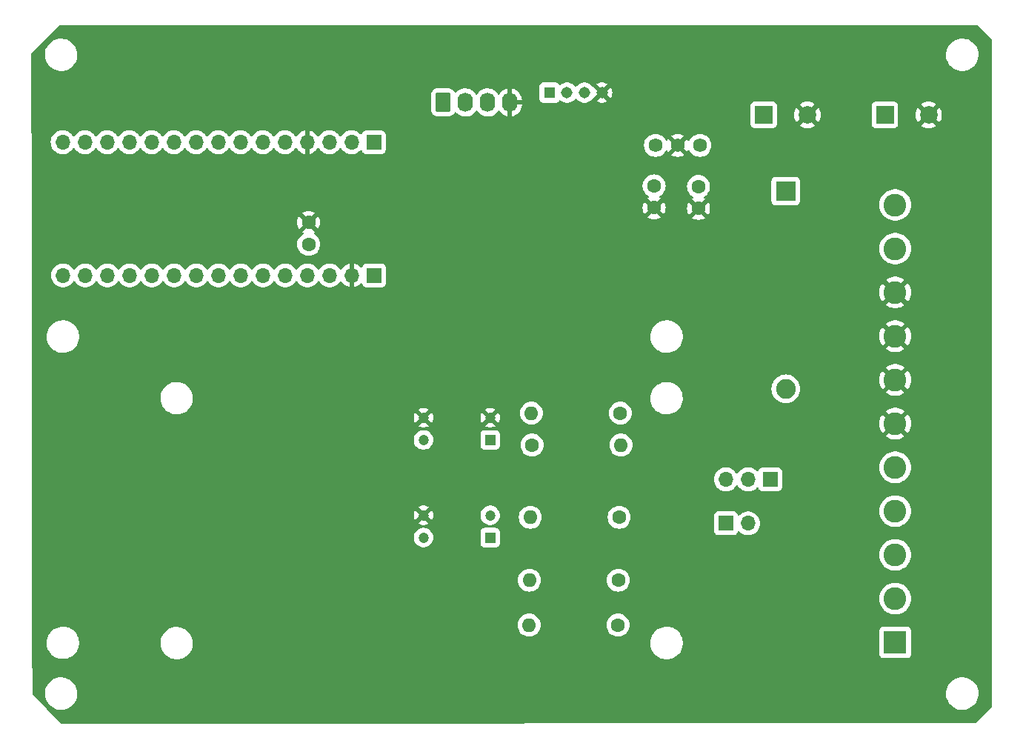
<source format=gbr>
%TF.GenerationSoftware,KiCad,Pcbnew,7.0.9*%
%TF.CreationDate,2024-05-18T15:30:10-06:00*%
%TF.ProjectId,RC12-2,52433132-2d32-42e6-9b69-6361645f7063,rev?*%
%TF.SameCoordinates,Original*%
%TF.FileFunction,Copper,L2,Bot*%
%TF.FilePolarity,Positive*%
%FSLAX46Y46*%
G04 Gerber Fmt 4.6, Leading zero omitted, Abs format (unit mm)*
G04 Created by KiCad (PCBNEW 7.0.9) date 2024-05-18 15:30:10*
%MOMM*%
%LPD*%
G01*
G04 APERTURE LIST*
G04 Aperture macros list*
%AMRoundRect*
0 Rectangle with rounded corners*
0 $1 Rounding radius*
0 $2 $3 $4 $5 $6 $7 $8 $9 X,Y pos of 4 corners*
0 Add a 4 corners polygon primitive as box body*
4,1,4,$2,$3,$4,$5,$6,$7,$8,$9,$2,$3,0*
0 Add four circle primitives for the rounded corners*
1,1,$1+$1,$2,$3*
1,1,$1+$1,$4,$5*
1,1,$1+$1,$6,$7*
1,1,$1+$1,$8,$9*
0 Add four rect primitives between the rounded corners*
20,1,$1+$1,$2,$3,$4,$5,0*
20,1,$1+$1,$4,$5,$6,$7,0*
20,1,$1+$1,$6,$7,$8,$9,0*
20,1,$1+$1,$8,$9,$2,$3,0*%
G04 Aperture macros list end*
%TA.AperFunction,ComponentPad*%
%ADD10R,1.700000X1.700000*%
%TD*%
%TA.AperFunction,ComponentPad*%
%ADD11O,1.700000X1.700000*%
%TD*%
%TA.AperFunction,ComponentPad*%
%ADD12C,1.600000*%
%TD*%
%TA.AperFunction,ComponentPad*%
%ADD13O,1.600000X1.600000*%
%TD*%
%TA.AperFunction,ComponentPad*%
%ADD14R,2.600000X2.600000*%
%TD*%
%TA.AperFunction,ComponentPad*%
%ADD15C,2.600000*%
%TD*%
%TA.AperFunction,ComponentPad*%
%ADD16R,2.000000X2.000000*%
%TD*%
%TA.AperFunction,ComponentPad*%
%ADD17C,2.000000*%
%TD*%
%TA.AperFunction,ComponentPad*%
%ADD18R,1.200000X1.200000*%
%TD*%
%TA.AperFunction,ComponentPad*%
%ADD19C,1.200000*%
%TD*%
%TA.AperFunction,ComponentPad*%
%ADD20R,2.250000X2.250000*%
%TD*%
%TA.AperFunction,ComponentPad*%
%ADD21C,2.250000*%
%TD*%
%TA.AperFunction,ComponentPad*%
%ADD22R,1.308000X1.308000*%
%TD*%
%TA.AperFunction,ComponentPad*%
%ADD23C,1.308000*%
%TD*%
%TA.AperFunction,ComponentPad*%
%ADD24C,1.590000*%
%TD*%
%TA.AperFunction,ComponentPad*%
%ADD25RoundRect,0.250000X-0.620000X-0.845000X0.620000X-0.845000X0.620000X0.845000X-0.620000X0.845000X0*%
%TD*%
%TA.AperFunction,ComponentPad*%
%ADD26O,1.740000X2.190000*%
%TD*%
G04 APERTURE END LIST*
D10*
%TO.P,J2,1,Pin_1*%
%TO.N,unconnected-(J2-Pin_1-Pad1)*%
X64280000Y-48700000D03*
D11*
%TO.P,J2,2,Pin_2*%
%TO.N,GND*%
X61740000Y-48700000D03*
%TO.P,J2,3,Pin_3*%
%TO.N,unconnected-(J2-Pin_3-Pad3)*%
X59200000Y-48700000D03*
%TO.P,J2,4,Pin_4*%
%TO.N,+5V*%
X56660000Y-48700000D03*
%TO.P,J2,5,Pin_5*%
%TO.N,unconnected-(J2-Pin_5-Pad5)*%
X54120000Y-48700000D03*
%TO.P,J2,6,Pin_6*%
%TO.N,unconnected-(J2-Pin_6-Pad6)*%
X51580000Y-48700000D03*
%TO.P,J2,7,Pin_7*%
%TO.N,Net-(J2-Pin_7)*%
X49040000Y-48700000D03*
%TO.P,J2,8,Pin_8*%
%TO.N,Net-(J2-Pin_8)*%
X46500000Y-48700000D03*
%TO.P,J2,9,Pin_9*%
%TO.N,unconnected-(J2-Pin_9-Pad9)*%
X43960000Y-48700000D03*
%TO.P,J2,10,Pin_10*%
%TO.N,unconnected-(J2-Pin_10-Pad10)*%
X41420000Y-48700000D03*
%TO.P,J2,11,Pin_11*%
%TO.N,unconnected-(J2-Pin_11-Pad11)*%
X38880000Y-48700000D03*
%TO.P,J2,12,Pin_12*%
%TO.N,unconnected-(J2-Pin_12-Pad12)*%
X36340000Y-48700000D03*
%TO.P,J2,13,Pin_13*%
%TO.N,unconnected-(J2-Pin_13-Pad13)*%
X33800000Y-48700000D03*
%TO.P,J2,14,Pin_14*%
%TO.N,unconnected-(J2-Pin_14-Pad14)*%
X31260000Y-48700000D03*
%TO.P,J2,15,Pin_15*%
%TO.N,unconnected-(J2-Pin_15-Pad15)*%
X28720000Y-48700000D03*
%TD*%
D12*
%TO.P,C3,1*%
%TO.N,Net-(D2-K)*%
X96275000Y-38475000D03*
%TO.P,C3,2*%
%TO.N,GND*%
X96275000Y-40975000D03*
%TD*%
%TO.P,R4,1*%
%TO.N,+5V*%
X92180000Y-83550000D03*
D13*
%TO.P,R4,2*%
%TO.N,Net-(J2-Pin_7)*%
X82020000Y-83550000D03*
%TD*%
D12*
%TO.P,R3,1*%
%TO.N,+5V*%
X92155000Y-88675000D03*
D13*
%TO.P,R3,2*%
%TO.N,Net-(J2-Pin_8)*%
X81995000Y-88675000D03*
%TD*%
D10*
%TO.P,J1,1,Pin_1*%
%TO.N,unconnected-(J1-Pin_1-Pad1)*%
X64230000Y-33490000D03*
D11*
%TO.P,J1,2,Pin_2*%
%TO.N,unconnected-(J1-Pin_2-Pad2)*%
X61690000Y-33490000D03*
%TO.P,J1,3,Pin_3*%
%TO.N,unconnected-(J1-Pin_3-Pad3)*%
X59150000Y-33490000D03*
%TO.P,J1,4,Pin_4*%
%TO.N,GND*%
X56610000Y-33490000D03*
%TO.P,J1,5,Pin_5*%
%TO.N,unconnected-(J1-Pin_5-Pad5)*%
X54070000Y-33490000D03*
%TO.P,J1,6,Pin_6*%
%TO.N,Flow Pin*%
X51530000Y-33490000D03*
%TO.P,J1,7,Pin_7*%
%TO.N,unconnected-(J1-Pin_7-Pad7)*%
X48990000Y-33490000D03*
%TO.P,J1,8,Pin_8*%
%TO.N,unconnected-(J1-Pin_8-Pad8)*%
X46450000Y-33490000D03*
%TO.P,J1,9,Pin_9*%
%TO.N,Dir*%
X43910000Y-33490000D03*
%TO.P,J1,10,Pin_10*%
%TO.N,unconnected-(J1-Pin_10-Pad10)*%
X41370000Y-33490000D03*
%TO.P,J1,11,Pin_11*%
%TO.N,unconnected-(J1-Pin_11-Pad11)*%
X38830000Y-33490000D03*
%TO.P,J1,12,Pin_12*%
%TO.N,PWM*%
X36290000Y-33490000D03*
%TO.P,J1,13,Pin_13*%
%TO.N,unconnected-(J1-Pin_13-Pad13)*%
X33750000Y-33490000D03*
%TO.P,J1,14,Pin_14*%
%TO.N,unconnected-(J1-Pin_14-Pad14)*%
X31210000Y-33490000D03*
%TO.P,J1,15,Pin_15*%
%TO.N,unconnected-(J1-Pin_15-Pad15)*%
X28670000Y-33490000D03*
%TD*%
D14*
%TO.P,J5,1,Pin_1*%
%TO.N,Net-(J2-Pin_7)*%
X123825000Y-90650000D03*
D15*
%TO.P,J5,2,Pin_2*%
%TO.N,Net-(J2-Pin_8)*%
X123825000Y-85650000D03*
%TO.P,J5,3,Pin_3*%
%TO.N,+5V*%
X123825000Y-80650000D03*
%TO.P,J5,4,Pin_4*%
X123825000Y-75650000D03*
%TO.P,J5,5,Pin_5*%
%TO.N,Flow Sensor*%
X123825000Y-70650000D03*
%TO.P,J5,6,Pin_6*%
%TO.N,GND*%
X123825000Y-65650000D03*
%TO.P,J5,7,Pin_7*%
X123825000Y-60650000D03*
%TO.P,J5,8,Pin_8*%
X123825000Y-55650000D03*
%TO.P,J5,9,Pin_9*%
X123825000Y-50650000D03*
%TO.P,J5,10,Pin_10*%
%TO.N,+12V*%
X123825000Y-45650000D03*
%TO.P,J5,11,Pin_11*%
X123825000Y-40650000D03*
%TD*%
D16*
%TO.P,C4,1*%
%TO.N,Net-(D2-K)*%
X108800000Y-30370000D03*
D17*
%TO.P,C4,2*%
%TO.N,GND*%
X113800000Y-30370000D03*
%TD*%
D18*
%TO.P,U2,1*%
%TO.N,Net-(R5-Pad2)*%
X77535000Y-67515000D03*
D19*
%TO.P,U2,2*%
%TO.N,GND*%
X77535000Y-64975000D03*
%TO.P,U2,3*%
X69915000Y-64975000D03*
%TO.P,U2,4*%
%TO.N,Flow Pin*%
X69915000Y-67515000D03*
%TD*%
D12*
%TO.P,R6,1*%
%TO.N,Net-(R5-Pad2)*%
X82325000Y-68100000D03*
D13*
%TO.P,R6,2*%
%TO.N,Net-(J11-Pin_3)*%
X92485000Y-68100000D03*
%TD*%
D20*
%TO.P,D2,1,K*%
%TO.N,Net-(D2-K)*%
X111325000Y-39075000D03*
D21*
%TO.P,D2,2,A*%
%TO.N,+12V*%
X111325000Y-61675000D03*
%TD*%
D16*
%TO.P,C1,1*%
%TO.N,+5V*%
X122650000Y-30370000D03*
D17*
%TO.P,C1,2*%
%TO.N,GND*%
X127650000Y-30370000D03*
%TD*%
D10*
%TO.P,J12,1,Pin_1*%
%TO.N,Net-(J12-Pin_1)*%
X104485000Y-77050000D03*
D11*
%TO.P,J12,2,Pin_2*%
%TO.N,Flow Sensor*%
X107025000Y-77050000D03*
%TD*%
D12*
%TO.P,C2,1*%
%TO.N,+5V*%
X101350000Y-38550000D03*
%TO.P,C2,2*%
%TO.N,GND*%
X101350000Y-41050000D03*
%TD*%
%TO.P,C5,1*%
%TO.N,GND*%
X56800000Y-42650000D03*
%TO.P,C5,2*%
%TO.N,+5V*%
X56800000Y-45150000D03*
%TD*%
D22*
%TO.P,J6,1,Yellow*%
%TO.N,Dir*%
X84325000Y-27825000D03*
D23*
%TO.P,J6,2,White*%
%TO.N,PWM*%
X86325000Y-27825000D03*
%TO.P,J6,3,Red*%
%TO.N,unconnected-(J6-Red-Pad3)*%
X88325000Y-27825000D03*
%TO.P,J6,4,Black*%
%TO.N,GND*%
X90325000Y-27825000D03*
%TD*%
D12*
%TO.P,R7,1*%
%TO.N,+5V*%
X92285000Y-76350000D03*
D13*
%TO.P,R7,2*%
%TO.N,Net-(R7-Pad2)*%
X82125000Y-76350000D03*
%TD*%
D10*
%TO.P,J11,1,Pin_1*%
%TO.N,Net-(J11-Pin_1)*%
X109550000Y-72025000D03*
D11*
%TO.P,J11,2,Pin_2*%
%TO.N,Flow Sensor*%
X107010000Y-72025000D03*
%TO.P,J11,3,Pin_3*%
%TO.N,Net-(J11-Pin_3)*%
X104470000Y-72025000D03*
%TD*%
D24*
%TO.P,RG1,1,Vin*%
%TO.N,Net-(D2-K)*%
X96431800Y-33845000D03*
%TO.P,RG1,2,GND*%
%TO.N,GND*%
X98971800Y-33845000D03*
%TO.P,RG1,3,Vout*%
%TO.N,+5V*%
X101511800Y-33845000D03*
%TD*%
D18*
%TO.P,U3,1*%
%TO.N,Net-(R7-Pad2)*%
X77535000Y-78670000D03*
D19*
%TO.P,U3,2*%
%TO.N,Net-(J12-Pin_1)*%
X77535000Y-76130000D03*
%TO.P,U3,3*%
%TO.N,GND*%
X69915000Y-76130000D03*
%TO.P,U3,4*%
%TO.N,Flow Pin*%
X69915000Y-78670000D03*
%TD*%
D25*
%TO.P,J8,1,Pin_1*%
%TO.N,Dir*%
X72165000Y-28945000D03*
D26*
%TO.P,J8,2,Pin_2*%
%TO.N,PWM*%
X74705000Y-28945000D03*
%TO.P,J8,3,Pin_3*%
%TO.N,unconnected-(J8-Pin_3-Pad3)*%
X77245000Y-28945000D03*
%TO.P,J8,4,Pin_4*%
%TO.N,GND*%
X79785000Y-28945000D03*
%TD*%
D12*
%TO.P,R5,1*%
%TO.N,Net-(J11-Pin_1)*%
X92420000Y-64450000D03*
D13*
%TO.P,R5,2*%
%TO.N,Net-(R5-Pad2)*%
X82260000Y-64450000D03*
%TD*%
%TA.AperFunction,Conductor*%
%TO.N,GND*%
G36*
X133215931Y-20120002D02*
G01*
X133236905Y-20136905D01*
X134863095Y-21763095D01*
X134897121Y-21825407D01*
X134900000Y-21852190D01*
X134900000Y-97949792D01*
X134879998Y-98017913D01*
X134865470Y-98036448D01*
X133137224Y-99860707D01*
X133075854Y-99896403D01*
X133045874Y-99900051D01*
X29023000Y-99999500D01*
X28553904Y-99999500D01*
X28485783Y-99979498D01*
X28462228Y-99959938D01*
X25263893Y-96567765D01*
X26645788Y-96567765D01*
X26675412Y-96837014D01*
X26743928Y-97099090D01*
X26849869Y-97348389D01*
X26849870Y-97348390D01*
X26990982Y-97579610D01*
X27164255Y-97787820D01*
X27365998Y-97968582D01*
X27591910Y-98118044D01*
X27837176Y-98233020D01*
X28096569Y-98311060D01*
X28096572Y-98311060D01*
X28096574Y-98311061D01*
X28364557Y-98350500D01*
X28364561Y-98350500D01*
X28567633Y-98350500D01*
X28602363Y-98347957D01*
X28770156Y-98335677D01*
X28770160Y-98335676D01*
X28770161Y-98335676D01*
X28880665Y-98311060D01*
X29034553Y-98276780D01*
X29287558Y-98180014D01*
X29523777Y-98047441D01*
X29738177Y-97881888D01*
X29926186Y-97686881D01*
X30083799Y-97466579D01*
X30207656Y-97225675D01*
X30295118Y-96969305D01*
X30344319Y-96702933D01*
X30349259Y-96567765D01*
X129645788Y-96567765D01*
X129675412Y-96837014D01*
X129743928Y-97099090D01*
X129849869Y-97348389D01*
X129849870Y-97348390D01*
X129990982Y-97579610D01*
X130164255Y-97787820D01*
X130365998Y-97968582D01*
X130591910Y-98118044D01*
X130837176Y-98233020D01*
X131096569Y-98311060D01*
X131096572Y-98311060D01*
X131096574Y-98311061D01*
X131364557Y-98350500D01*
X131364561Y-98350500D01*
X131567633Y-98350500D01*
X131602363Y-98347957D01*
X131770156Y-98335677D01*
X131770160Y-98335676D01*
X131770161Y-98335676D01*
X131880665Y-98311060D01*
X132034553Y-98276780D01*
X132287558Y-98180014D01*
X132523777Y-98047441D01*
X132738177Y-97881888D01*
X132926186Y-97686881D01*
X133083799Y-97466579D01*
X133207656Y-97225675D01*
X133295118Y-96969305D01*
X133344319Y-96702933D01*
X133354212Y-96432235D01*
X133339338Y-96297058D01*
X133324587Y-96162985D01*
X133256071Y-95900909D01*
X133150130Y-95651610D01*
X133009018Y-95420390D01*
X132835745Y-95212180D01*
X132835741Y-95212177D01*
X132835740Y-95212175D01*
X132634012Y-95031427D01*
X132634002Y-95031418D01*
X132408090Y-94881956D01*
X132162824Y-94766980D01*
X132005392Y-94719615D01*
X131903425Y-94688938D01*
X131635442Y-94649500D01*
X131635439Y-94649500D01*
X131432369Y-94649500D01*
X131432367Y-94649500D01*
X131229839Y-94664323D01*
X131229838Y-94664323D01*
X130965456Y-94723217D01*
X130965441Y-94723222D01*
X130712441Y-94819986D01*
X130476229Y-94952555D01*
X130476225Y-94952557D01*
X130261818Y-95118116D01*
X130073815Y-95313117D01*
X130073810Y-95313123D01*
X129916203Y-95533417D01*
X129916196Y-95533427D01*
X129792343Y-95774324D01*
X129792342Y-95774327D01*
X129704883Y-96030689D01*
X129704880Y-96030702D01*
X129655681Y-96297058D01*
X129655680Y-96297069D01*
X129645788Y-96567765D01*
X30349259Y-96567765D01*
X30354212Y-96432235D01*
X30339338Y-96297058D01*
X30324587Y-96162985D01*
X30256071Y-95900909D01*
X30150130Y-95651610D01*
X30009018Y-95420390D01*
X29835745Y-95212180D01*
X29835741Y-95212177D01*
X29835740Y-95212175D01*
X29634012Y-95031427D01*
X29634002Y-95031418D01*
X29408090Y-94881956D01*
X29162824Y-94766980D01*
X29005392Y-94719615D01*
X28903425Y-94688938D01*
X28635442Y-94649500D01*
X28635439Y-94649500D01*
X28432369Y-94649500D01*
X28432367Y-94649500D01*
X28229839Y-94664323D01*
X28229838Y-94664323D01*
X27965456Y-94723217D01*
X27965441Y-94723222D01*
X27712441Y-94819986D01*
X27476229Y-94952555D01*
X27476225Y-94952557D01*
X27261818Y-95118116D01*
X27073815Y-95313117D01*
X27073810Y-95313123D01*
X26916203Y-95533417D01*
X26916196Y-95533427D01*
X26792343Y-95774324D01*
X26792342Y-95774327D01*
X26704883Y-96030689D01*
X26704880Y-96030702D01*
X26655681Y-96297058D01*
X26655680Y-96297069D01*
X26645788Y-96567765D01*
X25263893Y-96567765D01*
X25234255Y-96536331D01*
X25202076Y-96473045D01*
X25199931Y-96450073D01*
X25192168Y-90767765D01*
X26845788Y-90767765D01*
X26875412Y-91037014D01*
X26943928Y-91299090D01*
X27049869Y-91548389D01*
X27073366Y-91586890D01*
X27190982Y-91779610D01*
X27364255Y-91987820D01*
X27364257Y-91987822D01*
X27364259Y-91987824D01*
X27469236Y-92081883D01*
X27565998Y-92168582D01*
X27791910Y-92318044D01*
X28037176Y-92433020D01*
X28296569Y-92511060D01*
X28296572Y-92511060D01*
X28296574Y-92511061D01*
X28564557Y-92550500D01*
X28564561Y-92550500D01*
X28767633Y-92550500D01*
X28802363Y-92547957D01*
X28970156Y-92535677D01*
X28970160Y-92535676D01*
X28970161Y-92535676D01*
X29080665Y-92511060D01*
X29234553Y-92476780D01*
X29487558Y-92380014D01*
X29723777Y-92247441D01*
X29938177Y-92081888D01*
X30126186Y-91886881D01*
X30283799Y-91666579D01*
X30324771Y-91586889D01*
X30407656Y-91425675D01*
X30407657Y-91425672D01*
X30481982Y-91207810D01*
X30495118Y-91169305D01*
X30519718Y-91036119D01*
X30544318Y-90902941D01*
X30544319Y-90902930D01*
X30547852Y-90806265D01*
X39847288Y-90806265D01*
X39876912Y-91075514D01*
X39945428Y-91337590D01*
X40051369Y-91586889D01*
X40051370Y-91586890D01*
X40192482Y-91818110D01*
X40365755Y-92026320D01*
X40365757Y-92026322D01*
X40365759Y-92026324D01*
X40470736Y-92120383D01*
X40567498Y-92207082D01*
X40793410Y-92356544D01*
X41038676Y-92471520D01*
X41298069Y-92549560D01*
X41298072Y-92549560D01*
X41298074Y-92549561D01*
X41566057Y-92589000D01*
X41566061Y-92589000D01*
X41769133Y-92589000D01*
X41803863Y-92586457D01*
X41971656Y-92574177D01*
X41971660Y-92574176D01*
X41971661Y-92574176D01*
X42082165Y-92549560D01*
X42236053Y-92515280D01*
X42489058Y-92418514D01*
X42725277Y-92285941D01*
X42939677Y-92120388D01*
X43127686Y-91925381D01*
X43285299Y-91705079D01*
X43305094Y-91666579D01*
X43409156Y-91464175D01*
X43409157Y-91464172D01*
X43422290Y-91425675D01*
X43496618Y-91207805D01*
X43528164Y-91037018D01*
X43545818Y-90941441D01*
X43545819Y-90941430D01*
X43552166Y-90767770D01*
X95845788Y-90767770D01*
X95846961Y-90778432D01*
X95847633Y-90796807D01*
X95847287Y-90806264D01*
X95847288Y-90806265D01*
X95876912Y-91075514D01*
X95945428Y-91337590D01*
X96051369Y-91586889D01*
X96051370Y-91586890D01*
X96192482Y-91818110D01*
X96365755Y-92026320D01*
X96365757Y-92026322D01*
X96365759Y-92026324D01*
X96470736Y-92120383D01*
X96567498Y-92207082D01*
X96793410Y-92356544D01*
X97038676Y-92471520D01*
X97298069Y-92549560D01*
X97298072Y-92549560D01*
X97298074Y-92549561D01*
X97566057Y-92589000D01*
X97566061Y-92589000D01*
X97769133Y-92589000D01*
X97803863Y-92586457D01*
X97971656Y-92574177D01*
X97971660Y-92574176D01*
X97971661Y-92574176D01*
X98082165Y-92549560D01*
X98236053Y-92515280D01*
X98489058Y-92418514D01*
X98725277Y-92285941D01*
X98939677Y-92120388D01*
X99057047Y-91998649D01*
X122016500Y-91998649D01*
X122023009Y-92059196D01*
X122023011Y-92059204D01*
X122074110Y-92196202D01*
X122074112Y-92196207D01*
X122161738Y-92313261D01*
X122278792Y-92400887D01*
X122278794Y-92400888D01*
X122278796Y-92400889D01*
X122326047Y-92418513D01*
X122415795Y-92451988D01*
X122415803Y-92451990D01*
X122476350Y-92458499D01*
X122476355Y-92458499D01*
X122476362Y-92458500D01*
X122476368Y-92458500D01*
X125173632Y-92458500D01*
X125173638Y-92458500D01*
X125173645Y-92458499D01*
X125173649Y-92458499D01*
X125234196Y-92451990D01*
X125234199Y-92451989D01*
X125234201Y-92451989D01*
X125371204Y-92400889D01*
X125488261Y-92313261D01*
X125537533Y-92247442D01*
X125575887Y-92196207D01*
X125575887Y-92196206D01*
X125575889Y-92196204D01*
X125626989Y-92059201D01*
X125633500Y-91998638D01*
X125633500Y-89301362D01*
X125633499Y-89301350D01*
X125626990Y-89240803D01*
X125626988Y-89240795D01*
X125594075Y-89152555D01*
X125575889Y-89103796D01*
X125575888Y-89103794D01*
X125575887Y-89103792D01*
X125488261Y-88986738D01*
X125371207Y-88899112D01*
X125371202Y-88899110D01*
X125234204Y-88848011D01*
X125234196Y-88848009D01*
X125173649Y-88841500D01*
X125173638Y-88841500D01*
X122476362Y-88841500D01*
X122476350Y-88841500D01*
X122415803Y-88848009D01*
X122415795Y-88848011D01*
X122278797Y-88899110D01*
X122278792Y-88899112D01*
X122161738Y-88986738D01*
X122074112Y-89103792D01*
X122074110Y-89103797D01*
X122023011Y-89240795D01*
X122023009Y-89240803D01*
X122016500Y-89301350D01*
X122016500Y-91998649D01*
X99057047Y-91998649D01*
X99127686Y-91925381D01*
X99285299Y-91705079D01*
X99305094Y-91666579D01*
X99409156Y-91464175D01*
X99409157Y-91464172D01*
X99422290Y-91425675D01*
X99496618Y-91207805D01*
X99528164Y-91037018D01*
X99545818Y-90941441D01*
X99545819Y-90941430D01*
X99550759Y-90806264D01*
X99555712Y-90670735D01*
X99555712Y-90670731D01*
X99555712Y-90670728D01*
X99554539Y-90660074D01*
X99553866Y-90641679D01*
X99554212Y-90632235D01*
X99539338Y-90497058D01*
X99524587Y-90362986D01*
X99500065Y-90269189D01*
X99456072Y-90100912D01*
X99350130Y-89851610D01*
X99209018Y-89620390D01*
X99035745Y-89412180D01*
X99035741Y-89412177D01*
X99035740Y-89412175D01*
X98834012Y-89231427D01*
X98834002Y-89231418D01*
X98608090Y-89081956D01*
X98362824Y-88966980D01*
X98205392Y-88919615D01*
X98103425Y-88888938D01*
X97835442Y-88849500D01*
X97835439Y-88849500D01*
X97632369Y-88849500D01*
X97632367Y-88849500D01*
X97429839Y-88864323D01*
X97429838Y-88864323D01*
X97165456Y-88923217D01*
X97165441Y-88923222D01*
X96912441Y-89019986D01*
X96676229Y-89152555D01*
X96676225Y-89152557D01*
X96461818Y-89318116D01*
X96273815Y-89513117D01*
X96273810Y-89513123D01*
X96116203Y-89733417D01*
X96116196Y-89733427D01*
X95992343Y-89974324D01*
X95992342Y-89974327D01*
X95904883Y-90230689D01*
X95904880Y-90230702D01*
X95855681Y-90497058D01*
X95855680Y-90497069D01*
X95845788Y-90767765D01*
X95845788Y-90767770D01*
X43552166Y-90767770D01*
X43555712Y-90670735D01*
X43540838Y-90535558D01*
X43526087Y-90401485D01*
X43457571Y-90139409D01*
X43351630Y-89890110D01*
X43304279Y-89812523D01*
X43210518Y-89658890D01*
X43037245Y-89450680D01*
X43037241Y-89450677D01*
X43037240Y-89450675D01*
X42835512Y-89269927D01*
X42835502Y-89269918D01*
X42609590Y-89120456D01*
X42364324Y-89005480D01*
X42206892Y-88958115D01*
X42104925Y-88927438D01*
X41836942Y-88888000D01*
X41836939Y-88888000D01*
X41633869Y-88888000D01*
X41633867Y-88888000D01*
X41431339Y-88902823D01*
X41431338Y-88902823D01*
X41166956Y-88961717D01*
X41166941Y-88961722D01*
X40913941Y-89058486D01*
X40677729Y-89191055D01*
X40677725Y-89191057D01*
X40463318Y-89356616D01*
X40275315Y-89551617D01*
X40275310Y-89551623D01*
X40117703Y-89771917D01*
X40117696Y-89771927D01*
X39993843Y-90012824D01*
X39993842Y-90012827D01*
X39906383Y-90269189D01*
X39906380Y-90269202D01*
X39857181Y-90535558D01*
X39857180Y-90535569D01*
X39847288Y-90806265D01*
X30547852Y-90806265D01*
X30554212Y-90632235D01*
X30539338Y-90497058D01*
X30524587Y-90362985D01*
X30456071Y-90100909D01*
X30350130Y-89851610D01*
X30301496Y-89771921D01*
X30209018Y-89620390D01*
X30035745Y-89412180D01*
X30035741Y-89412177D01*
X30035740Y-89412175D01*
X29834012Y-89231427D01*
X29834002Y-89231418D01*
X29608090Y-89081956D01*
X29362824Y-88966980D01*
X29205392Y-88919615D01*
X29103425Y-88888938D01*
X28835442Y-88849500D01*
X28835439Y-88849500D01*
X28632369Y-88849500D01*
X28632367Y-88849500D01*
X28429839Y-88864323D01*
X28429838Y-88864323D01*
X28165456Y-88923217D01*
X28165441Y-88923222D01*
X27912441Y-89019986D01*
X27676229Y-89152555D01*
X27676225Y-89152557D01*
X27461818Y-89318116D01*
X27273815Y-89513117D01*
X27273810Y-89513123D01*
X27116203Y-89733417D01*
X27116196Y-89733427D01*
X26992343Y-89974324D01*
X26992342Y-89974327D01*
X26904883Y-90230689D01*
X26904880Y-90230702D01*
X26855681Y-90497058D01*
X26855680Y-90497069D01*
X26845788Y-90767765D01*
X25192168Y-90767765D01*
X25189309Y-88675000D01*
X80681502Y-88675000D01*
X80701457Y-88903087D01*
X80717167Y-88961717D01*
X80760715Y-89124240D01*
X80760717Y-89124246D01*
X80857477Y-89331749D01*
X80984472Y-89513117D01*
X80988802Y-89519300D01*
X81150700Y-89681198D01*
X81338251Y-89812523D01*
X81545757Y-89909284D01*
X81766913Y-89968543D01*
X81995000Y-89988498D01*
X82223087Y-89968543D01*
X82444243Y-89909284D01*
X82651749Y-89812523D01*
X82839300Y-89681198D01*
X83001198Y-89519300D01*
X83132523Y-89331749D01*
X83229284Y-89124243D01*
X83288543Y-88903087D01*
X83308498Y-88675000D01*
X90841502Y-88675000D01*
X90861457Y-88903087D01*
X90877167Y-88961717D01*
X90920715Y-89124240D01*
X90920717Y-89124246D01*
X91017477Y-89331749D01*
X91144472Y-89513117D01*
X91148802Y-89519300D01*
X91310700Y-89681198D01*
X91498251Y-89812523D01*
X91705757Y-89909284D01*
X91926913Y-89968543D01*
X92155000Y-89988498D01*
X92383087Y-89968543D01*
X92604243Y-89909284D01*
X92811749Y-89812523D01*
X92999300Y-89681198D01*
X93161198Y-89519300D01*
X93292523Y-89331749D01*
X93389284Y-89124243D01*
X93448543Y-88903087D01*
X93468498Y-88675000D01*
X93448543Y-88446913D01*
X93389284Y-88225757D01*
X93292523Y-88018251D01*
X93161198Y-87830700D01*
X92999300Y-87668802D01*
X92811749Y-87537477D01*
X92604246Y-87440717D01*
X92604240Y-87440715D01*
X92510771Y-87415670D01*
X92383087Y-87381457D01*
X92155000Y-87361502D01*
X91926913Y-87381457D01*
X91705759Y-87440715D01*
X91705753Y-87440717D01*
X91498250Y-87537477D01*
X91310703Y-87668799D01*
X91310697Y-87668804D01*
X91148804Y-87830697D01*
X91148799Y-87830703D01*
X91017477Y-88018250D01*
X90920717Y-88225753D01*
X90920716Y-88225757D01*
X90861457Y-88446913D01*
X90841502Y-88675000D01*
X83308498Y-88675000D01*
X83288543Y-88446913D01*
X83229284Y-88225757D01*
X83132523Y-88018251D01*
X83001198Y-87830700D01*
X82839300Y-87668802D01*
X82651749Y-87537477D01*
X82444246Y-87440717D01*
X82444240Y-87440715D01*
X82350771Y-87415670D01*
X82223087Y-87381457D01*
X81995000Y-87361502D01*
X81766913Y-87381457D01*
X81545759Y-87440715D01*
X81545753Y-87440717D01*
X81338250Y-87537477D01*
X81150703Y-87668799D01*
X81150697Y-87668804D01*
X80988804Y-87830697D01*
X80988799Y-87830703D01*
X80857477Y-88018250D01*
X80760717Y-88225753D01*
X80760716Y-88225757D01*
X80701457Y-88446913D01*
X80681502Y-88675000D01*
X25189309Y-88675000D01*
X25185177Y-85650000D01*
X122011429Y-85650000D01*
X122031685Y-85920302D01*
X122092001Y-86184560D01*
X122092002Y-86184562D01*
X122191027Y-86436875D01*
X122191030Y-86436883D01*
X122326554Y-86671617D01*
X122495561Y-86883546D01*
X122642106Y-87019518D01*
X122694257Y-87067907D01*
X122694263Y-87067911D01*
X122918205Y-87220593D01*
X122918212Y-87220597D01*
X122918215Y-87220599D01*
X123059003Y-87288399D01*
X123162423Y-87338204D01*
X123162436Y-87338209D01*
X123421431Y-87418098D01*
X123421433Y-87418098D01*
X123421442Y-87418101D01*
X123689472Y-87458500D01*
X123689476Y-87458500D01*
X123960524Y-87458500D01*
X123960528Y-87458500D01*
X124228558Y-87418101D01*
X124228568Y-87418098D01*
X124487563Y-87338209D01*
X124487565Y-87338207D01*
X124487572Y-87338206D01*
X124487577Y-87338203D01*
X124487581Y-87338202D01*
X124731780Y-87220602D01*
X124731780Y-87220601D01*
X124731786Y-87220599D01*
X124955743Y-87067907D01*
X125154442Y-86883542D01*
X125323443Y-86671621D01*
X125458971Y-86436879D01*
X125557999Y-86184559D01*
X125618315Y-85920299D01*
X125638571Y-85650000D01*
X125618315Y-85379701D01*
X125557999Y-85115441D01*
X125458971Y-84863121D01*
X125458970Y-84863120D01*
X125458969Y-84863116D01*
X125323445Y-84628382D01*
X125265880Y-84556198D01*
X125154442Y-84416458D01*
X125154441Y-84416457D01*
X125154438Y-84416453D01*
X124955748Y-84232098D01*
X124955742Y-84232092D01*
X124731787Y-84079402D01*
X124731786Y-84079401D01*
X124731783Y-84079400D01*
X124731781Y-84079398D01*
X124731780Y-84079397D01*
X124487581Y-83961797D01*
X124487563Y-83961790D01*
X124228568Y-83881901D01*
X124228560Y-83881899D01*
X124228558Y-83881899D01*
X123960528Y-83841500D01*
X123689472Y-83841500D01*
X123421442Y-83881899D01*
X123421440Y-83881899D01*
X123421431Y-83881901D01*
X123162436Y-83961790D01*
X123162423Y-83961795D01*
X122918212Y-84079402D01*
X122918205Y-84079406D01*
X122694263Y-84232088D01*
X122694251Y-84232098D01*
X122495561Y-84416453D01*
X122326554Y-84628382D01*
X122191030Y-84863116D01*
X122191027Y-84863124D01*
X122092002Y-85115437D01*
X122092001Y-85115439D01*
X122031685Y-85379697D01*
X122011429Y-85650000D01*
X25185177Y-85650000D01*
X25182308Y-83550000D01*
X80706502Y-83550000D01*
X80726457Y-83778086D01*
X80785715Y-83999240D01*
X80785717Y-83999246D01*
X80823096Y-84079406D01*
X80882477Y-84206749D01*
X81013802Y-84394300D01*
X81175700Y-84556198D01*
X81363251Y-84687523D01*
X81570757Y-84784284D01*
X81791913Y-84843543D01*
X82020000Y-84863498D01*
X82248087Y-84843543D01*
X82469243Y-84784284D01*
X82676749Y-84687523D01*
X82864300Y-84556198D01*
X83026198Y-84394300D01*
X83157523Y-84206749D01*
X83254284Y-83999243D01*
X83313543Y-83778087D01*
X83333498Y-83550000D01*
X90866502Y-83550000D01*
X90886457Y-83778086D01*
X90945715Y-83999240D01*
X90945717Y-83999246D01*
X90983096Y-84079406D01*
X91042477Y-84206749D01*
X91173802Y-84394300D01*
X91335700Y-84556198D01*
X91523251Y-84687523D01*
X91730757Y-84784284D01*
X91951913Y-84843543D01*
X92180000Y-84863498D01*
X92408087Y-84843543D01*
X92629243Y-84784284D01*
X92836749Y-84687523D01*
X93024300Y-84556198D01*
X93186198Y-84394300D01*
X93317523Y-84206749D01*
X93414284Y-83999243D01*
X93473543Y-83778087D01*
X93493498Y-83550000D01*
X93473543Y-83321913D01*
X93414284Y-83100757D01*
X93317523Y-82893251D01*
X93186198Y-82705700D01*
X93024300Y-82543802D01*
X92902476Y-82458500D01*
X92836749Y-82412477D01*
X92629246Y-82315717D01*
X92629240Y-82315715D01*
X92535771Y-82290670D01*
X92408087Y-82256457D01*
X92180000Y-82236502D01*
X91951913Y-82256457D01*
X91730759Y-82315715D01*
X91730753Y-82315717D01*
X91523250Y-82412477D01*
X91335703Y-82543799D01*
X91335697Y-82543804D01*
X91173804Y-82705697D01*
X91173799Y-82705703D01*
X91042477Y-82893250D01*
X90945717Y-83100753D01*
X90945715Y-83100759D01*
X90886457Y-83321913D01*
X90866502Y-83550000D01*
X83333498Y-83550000D01*
X83313543Y-83321913D01*
X83254284Y-83100757D01*
X83157523Y-82893251D01*
X83026198Y-82705700D01*
X82864300Y-82543802D01*
X82742476Y-82458500D01*
X82676749Y-82412477D01*
X82469246Y-82315717D01*
X82469240Y-82315715D01*
X82375771Y-82290670D01*
X82248087Y-82256457D01*
X82020000Y-82236502D01*
X81791913Y-82256457D01*
X81570759Y-82315715D01*
X81570753Y-82315717D01*
X81363250Y-82412477D01*
X81175703Y-82543799D01*
X81175697Y-82543804D01*
X81013804Y-82705697D01*
X81013799Y-82705703D01*
X80882477Y-82893250D01*
X80785717Y-83100753D01*
X80785715Y-83100759D01*
X80726457Y-83321913D01*
X80706502Y-83550000D01*
X25182308Y-83550000D01*
X25178346Y-80650000D01*
X122011429Y-80650000D01*
X122031685Y-80920302D01*
X122092001Y-81184560D01*
X122092002Y-81184562D01*
X122191027Y-81436875D01*
X122191030Y-81436883D01*
X122326554Y-81671617D01*
X122495561Y-81883546D01*
X122642106Y-82019518D01*
X122694257Y-82067907D01*
X122694263Y-82067911D01*
X122918205Y-82220593D01*
X122918212Y-82220597D01*
X122918215Y-82220599D01*
X122992675Y-82256457D01*
X123162423Y-82338204D01*
X123162436Y-82338209D01*
X123421431Y-82418098D01*
X123421433Y-82418098D01*
X123421442Y-82418101D01*
X123689472Y-82458500D01*
X123689476Y-82458500D01*
X123960524Y-82458500D01*
X123960528Y-82458500D01*
X124228558Y-82418101D01*
X124246791Y-82412477D01*
X124487563Y-82338209D01*
X124487565Y-82338207D01*
X124487572Y-82338206D01*
X124487577Y-82338203D01*
X124487581Y-82338202D01*
X124731780Y-82220602D01*
X124731780Y-82220601D01*
X124731786Y-82220599D01*
X124955743Y-82067907D01*
X125154442Y-81883542D01*
X125323443Y-81671621D01*
X125458971Y-81436879D01*
X125557999Y-81184559D01*
X125618315Y-80920299D01*
X125638571Y-80650000D01*
X125618315Y-80379701D01*
X125557999Y-80115441D01*
X125458971Y-79863121D01*
X125458970Y-79863120D01*
X125458969Y-79863116D01*
X125323445Y-79628382D01*
X125267629Y-79558391D01*
X125154442Y-79416458D01*
X125154441Y-79416457D01*
X125154438Y-79416453D01*
X124999202Y-79272416D01*
X124955743Y-79232093D01*
X124731786Y-79079401D01*
X124731783Y-79079400D01*
X124731781Y-79079398D01*
X124731780Y-79079397D01*
X124487581Y-78961797D01*
X124487563Y-78961790D01*
X124228568Y-78881901D01*
X124228560Y-78881899D01*
X124228558Y-78881899D01*
X123960528Y-78841500D01*
X123689472Y-78841500D01*
X123421442Y-78881899D01*
X123421440Y-78881899D01*
X123421431Y-78881901D01*
X123162436Y-78961790D01*
X123162423Y-78961795D01*
X122918212Y-79079402D01*
X122918205Y-79079406D01*
X122694263Y-79232088D01*
X122694251Y-79232098D01*
X122495561Y-79416453D01*
X122326554Y-79628382D01*
X122191030Y-79863116D01*
X122191027Y-79863124D01*
X122092002Y-80115437D01*
X122092001Y-80115439D01*
X122031685Y-80379697D01*
X122011429Y-80650000D01*
X25178346Y-80650000D01*
X25175641Y-78670000D01*
X68801751Y-78670000D01*
X68820706Y-78874562D01*
X68876923Y-79072144D01*
X68876929Y-79072160D01*
X68968493Y-79256045D01*
X68968497Y-79256050D01*
X69092297Y-79419990D01*
X69244116Y-79558391D01*
X69244118Y-79558392D01*
X69418782Y-79666540D01*
X69610345Y-79740751D01*
X69812282Y-79778500D01*
X69812285Y-79778500D01*
X70017715Y-79778500D01*
X70017718Y-79778500D01*
X70219655Y-79740751D01*
X70411218Y-79666540D01*
X70585882Y-79558392D01*
X70737701Y-79419991D01*
X70814231Y-79318649D01*
X76426500Y-79318649D01*
X76433009Y-79379196D01*
X76433011Y-79379204D01*
X76484110Y-79516202D01*
X76484112Y-79516207D01*
X76571738Y-79633261D01*
X76688792Y-79720887D01*
X76688794Y-79720888D01*
X76688796Y-79720889D01*
X76742045Y-79740750D01*
X76825795Y-79771988D01*
X76825803Y-79771990D01*
X76886350Y-79778499D01*
X76886355Y-79778499D01*
X76886362Y-79778500D01*
X76886368Y-79778500D01*
X78183632Y-79778500D01*
X78183638Y-79778500D01*
X78183645Y-79778499D01*
X78183649Y-79778499D01*
X78244196Y-79771990D01*
X78244199Y-79771989D01*
X78244201Y-79771989D01*
X78381204Y-79720889D01*
X78498261Y-79633261D01*
X78501916Y-79628379D01*
X78585887Y-79516207D01*
X78585887Y-79516206D01*
X78585889Y-79516204D01*
X78636989Y-79379201D01*
X78643500Y-79318638D01*
X78643500Y-78021362D01*
X78639767Y-77986637D01*
X78636990Y-77960803D01*
X78636988Y-77960795D01*
X78632458Y-77948649D01*
X103126500Y-77948649D01*
X103133009Y-78009196D01*
X103133011Y-78009204D01*
X103184110Y-78146202D01*
X103184112Y-78146207D01*
X103271738Y-78263261D01*
X103388792Y-78350887D01*
X103388794Y-78350888D01*
X103388796Y-78350889D01*
X103443900Y-78371442D01*
X103525795Y-78401988D01*
X103525803Y-78401990D01*
X103586350Y-78408499D01*
X103586355Y-78408499D01*
X103586362Y-78408500D01*
X103586368Y-78408500D01*
X105383632Y-78408500D01*
X105383638Y-78408500D01*
X105383645Y-78408499D01*
X105383649Y-78408499D01*
X105444196Y-78401990D01*
X105444199Y-78401989D01*
X105444201Y-78401989D01*
X105581204Y-78350889D01*
X105651399Y-78298342D01*
X105698261Y-78263261D01*
X105785886Y-78146208D01*
X105785885Y-78146208D01*
X105785889Y-78146204D01*
X105829999Y-78027939D01*
X105872545Y-77971107D01*
X105939066Y-77946296D01*
X106008440Y-77961388D01*
X106040753Y-77986635D01*
X106072726Y-78021367D01*
X106101762Y-78052908D01*
X106141645Y-78083950D01*
X106279424Y-78191189D01*
X106477426Y-78298342D01*
X106477427Y-78298342D01*
X106477428Y-78298343D01*
X106589227Y-78336723D01*
X106690365Y-78371444D01*
X106912431Y-78408500D01*
X106912435Y-78408500D01*
X107137565Y-78408500D01*
X107137569Y-78408500D01*
X107359635Y-78371444D01*
X107572574Y-78298342D01*
X107770576Y-78191189D01*
X107948240Y-78052906D01*
X108100722Y-77887268D01*
X108223860Y-77698791D01*
X108314296Y-77492616D01*
X108369564Y-77274368D01*
X108388156Y-77050000D01*
X108369564Y-76825632D01*
X108314296Y-76607384D01*
X108223860Y-76401209D01*
X108190404Y-76350000D01*
X108100724Y-76212734D01*
X108100720Y-76212729D01*
X107948237Y-76047091D01*
X107828367Y-75953792D01*
X107770576Y-75908811D01*
X107572574Y-75801658D01*
X107572572Y-75801657D01*
X107572571Y-75801656D01*
X107359639Y-75728557D01*
X107359630Y-75728555D01*
X107315476Y-75721187D01*
X107137569Y-75691500D01*
X106912431Y-75691500D01*
X106764211Y-75716233D01*
X106690369Y-75728555D01*
X106690360Y-75728557D01*
X106477428Y-75801656D01*
X106477426Y-75801658D01*
X106279426Y-75908810D01*
X106279424Y-75908811D01*
X106101762Y-76047091D01*
X106040754Y-76113363D01*
X105979901Y-76149933D01*
X105908936Y-76147798D01*
X105850391Y-76107636D01*
X105829999Y-76072057D01*
X105785889Y-75953797D01*
X105785887Y-75953792D01*
X105698261Y-75836738D01*
X105581207Y-75749112D01*
X105581202Y-75749110D01*
X105444204Y-75698011D01*
X105444196Y-75698009D01*
X105383649Y-75691500D01*
X105383638Y-75691500D01*
X103586362Y-75691500D01*
X103586350Y-75691500D01*
X103525803Y-75698009D01*
X103525795Y-75698011D01*
X103388797Y-75749110D01*
X103388792Y-75749112D01*
X103271738Y-75836738D01*
X103184112Y-75953792D01*
X103184110Y-75953797D01*
X103133011Y-76090795D01*
X103133009Y-76090803D01*
X103126500Y-76151350D01*
X103126500Y-77948649D01*
X78632458Y-77948649D01*
X78585889Y-77823797D01*
X78585887Y-77823792D01*
X78498261Y-77706738D01*
X78381207Y-77619112D01*
X78381202Y-77619110D01*
X78244204Y-77568011D01*
X78244196Y-77568009D01*
X78183649Y-77561500D01*
X78183638Y-77561500D01*
X76886362Y-77561500D01*
X76886350Y-77561500D01*
X76825803Y-77568009D01*
X76825795Y-77568011D01*
X76688797Y-77619110D01*
X76688792Y-77619112D01*
X76571738Y-77706738D01*
X76484112Y-77823792D01*
X76484110Y-77823797D01*
X76433011Y-77960795D01*
X76433009Y-77960803D01*
X76426500Y-78021350D01*
X76426500Y-79318649D01*
X70814231Y-79318649D01*
X70861503Y-79256050D01*
X70861504Y-79256046D01*
X70861506Y-79256045D01*
X70953070Y-79072160D01*
X70953069Y-79072160D01*
X70953074Y-79072152D01*
X71009294Y-78874559D01*
X71028249Y-78670000D01*
X71009294Y-78465441D01*
X70953074Y-78267848D01*
X70950790Y-78263261D01*
X70861506Y-78083954D01*
X70861502Y-78083949D01*
X70737702Y-77920009D01*
X70585883Y-77781608D01*
X70411223Y-77673463D01*
X70411222Y-77673462D01*
X70411218Y-77673460D01*
X70270928Y-77619112D01*
X70219656Y-77599249D01*
X70139600Y-77584284D01*
X70017718Y-77561500D01*
X69812282Y-77561500D01*
X69691119Y-77584149D01*
X69610343Y-77599249D01*
X69461921Y-77656748D01*
X69418782Y-77673460D01*
X69418781Y-77673460D01*
X69418780Y-77673461D01*
X69418776Y-77673463D01*
X69244116Y-77781608D01*
X69092297Y-77920009D01*
X68968497Y-78083949D01*
X68968493Y-78083954D01*
X68876929Y-78267839D01*
X68876923Y-78267855D01*
X68820706Y-78465437D01*
X68801751Y-78670000D01*
X25175641Y-78670000D01*
X25172171Y-76130004D01*
X68802253Y-76130004D01*
X68821199Y-76334461D01*
X68821199Y-76334465D01*
X68877391Y-76531962D01*
X68877394Y-76531970D01*
X68968925Y-76715789D01*
X68969386Y-76716400D01*
X68969387Y-76716400D01*
X69516272Y-76169515D01*
X69529835Y-76255148D01*
X69587359Y-76368045D01*
X69676955Y-76457641D01*
X69789852Y-76515165D01*
X69875481Y-76528727D01*
X69331994Y-77072214D01*
X69419002Y-77126087D01*
X69419011Y-77126092D01*
X69610474Y-77200266D01*
X69610477Y-77200267D01*
X69812331Y-77238000D01*
X70017669Y-77238000D01*
X70219522Y-77200267D01*
X70219525Y-77200266D01*
X70410988Y-77126092D01*
X70410997Y-77126087D01*
X70498004Y-77072214D01*
X69954517Y-76528727D01*
X70040148Y-76515165D01*
X70153045Y-76457641D01*
X70242641Y-76368045D01*
X70300165Y-76255148D01*
X70313727Y-76169516D01*
X70860611Y-76716400D01*
X70860612Y-76716400D01*
X70861074Y-76715789D01*
X70861077Y-76715785D01*
X70952605Y-76531970D01*
X70952608Y-76531962D01*
X71008800Y-76334465D01*
X71008800Y-76334461D01*
X71027747Y-76130004D01*
X71027747Y-76130000D01*
X76421751Y-76130000D01*
X76440706Y-76334562D01*
X76496923Y-76532144D01*
X76496929Y-76532160D01*
X76588493Y-76716045D01*
X76588497Y-76716050D01*
X76712297Y-76879990D01*
X76864116Y-77018391D01*
X76864118Y-77018392D01*
X77038782Y-77126540D01*
X77230345Y-77200751D01*
X77432282Y-77238500D01*
X77432285Y-77238500D01*
X77637715Y-77238500D01*
X77637718Y-77238500D01*
X77839655Y-77200751D01*
X78031218Y-77126540D01*
X78205882Y-77018392D01*
X78357701Y-76879991D01*
X78481503Y-76716050D01*
X78481504Y-76716046D01*
X78481506Y-76716045D01*
X78573070Y-76532160D01*
X78573069Y-76532160D01*
X78573074Y-76532152D01*
X78624901Y-76350000D01*
X80811502Y-76350000D01*
X80831457Y-76578087D01*
X80856520Y-76671621D01*
X80890715Y-76799240D01*
X80890717Y-76799246D01*
X80987477Y-77006749D01*
X81071038Y-77126087D01*
X81118802Y-77194300D01*
X81280700Y-77356198D01*
X81468251Y-77487523D01*
X81675757Y-77584284D01*
X81896913Y-77643543D01*
X82125000Y-77663498D01*
X82353087Y-77643543D01*
X82574243Y-77584284D01*
X82781749Y-77487523D01*
X82969300Y-77356198D01*
X83131198Y-77194300D01*
X83262523Y-77006749D01*
X83359284Y-76799243D01*
X83418543Y-76578087D01*
X83438498Y-76350000D01*
X90971502Y-76350000D01*
X90991457Y-76578087D01*
X91016520Y-76671621D01*
X91050715Y-76799240D01*
X91050717Y-76799246D01*
X91147477Y-77006749D01*
X91231038Y-77126087D01*
X91278802Y-77194300D01*
X91440700Y-77356198D01*
X91628251Y-77487523D01*
X91835757Y-77584284D01*
X92056913Y-77643543D01*
X92285000Y-77663498D01*
X92513087Y-77643543D01*
X92734243Y-77584284D01*
X92941749Y-77487523D01*
X93129300Y-77356198D01*
X93291198Y-77194300D01*
X93422523Y-77006749D01*
X93519284Y-76799243D01*
X93578543Y-76578087D01*
X93598498Y-76350000D01*
X93578543Y-76121913D01*
X93519284Y-75900757D01*
X93422523Y-75693251D01*
X93392238Y-75650000D01*
X122011429Y-75650000D01*
X122031685Y-75920302D01*
X122092001Y-76184560D01*
X122092002Y-76184562D01*
X122191027Y-76436875D01*
X122191030Y-76436883D01*
X122326554Y-76671617D01*
X122495561Y-76883546D01*
X122628344Y-77006749D01*
X122694257Y-77067907D01*
X122694263Y-77067911D01*
X122918205Y-77220593D01*
X122918212Y-77220597D01*
X122918215Y-77220599D01*
X123029882Y-77274375D01*
X123162423Y-77338204D01*
X123162436Y-77338209D01*
X123421431Y-77418098D01*
X123421433Y-77418098D01*
X123421442Y-77418101D01*
X123689472Y-77458500D01*
X123689476Y-77458500D01*
X123960524Y-77458500D01*
X123960528Y-77458500D01*
X124228558Y-77418101D01*
X124429237Y-77356200D01*
X124487563Y-77338209D01*
X124487565Y-77338207D01*
X124487572Y-77338206D01*
X124487577Y-77338203D01*
X124487581Y-77338202D01*
X124731780Y-77220602D01*
X124731780Y-77220601D01*
X124731786Y-77220599D01*
X124955743Y-77067907D01*
X125154442Y-76883542D01*
X125323443Y-76671621D01*
X125458971Y-76436879D01*
X125557999Y-76184559D01*
X125618315Y-75920299D01*
X125638571Y-75650000D01*
X125618315Y-75379701D01*
X125557999Y-75115441D01*
X125458971Y-74863121D01*
X125458970Y-74863120D01*
X125458969Y-74863116D01*
X125323445Y-74628382D01*
X125154438Y-74416453D01*
X124955748Y-74232098D01*
X124955742Y-74232092D01*
X124731787Y-74079402D01*
X124731786Y-74079401D01*
X124731783Y-74079400D01*
X124731781Y-74079398D01*
X124731780Y-74079397D01*
X124487581Y-73961797D01*
X124487563Y-73961790D01*
X124228568Y-73881901D01*
X124228560Y-73881899D01*
X124228558Y-73881899D01*
X123960528Y-73841500D01*
X123689472Y-73841500D01*
X123421442Y-73881899D01*
X123421440Y-73881899D01*
X123421431Y-73881901D01*
X123162436Y-73961790D01*
X123162423Y-73961795D01*
X122918212Y-74079402D01*
X122918205Y-74079406D01*
X122694263Y-74232088D01*
X122694251Y-74232098D01*
X122495561Y-74416453D01*
X122326554Y-74628382D01*
X122191030Y-74863116D01*
X122191027Y-74863124D01*
X122092002Y-75115437D01*
X122092001Y-75115439D01*
X122031685Y-75379697D01*
X122011429Y-75650000D01*
X93392238Y-75650000D01*
X93291198Y-75505700D01*
X93129300Y-75343802D01*
X92941749Y-75212477D01*
X92734246Y-75115717D01*
X92734240Y-75115715D01*
X92640771Y-75090670D01*
X92513087Y-75056457D01*
X92285000Y-75036502D01*
X92056913Y-75056457D01*
X91835759Y-75115715D01*
X91835753Y-75115717D01*
X91628250Y-75212477D01*
X91440703Y-75343799D01*
X91440697Y-75343804D01*
X91278804Y-75505697D01*
X91278799Y-75505703D01*
X91147477Y-75693250D01*
X91050717Y-75900753D01*
X91050715Y-75900759D01*
X91011505Y-76047094D01*
X90991457Y-76121913D01*
X90971502Y-76350000D01*
X83438498Y-76350000D01*
X83418543Y-76121913D01*
X83359284Y-75900757D01*
X83262523Y-75693251D01*
X83131198Y-75505700D01*
X82969300Y-75343802D01*
X82781749Y-75212477D01*
X82574246Y-75115717D01*
X82574240Y-75115715D01*
X82480771Y-75090670D01*
X82353087Y-75056457D01*
X82125000Y-75036502D01*
X81896913Y-75056457D01*
X81675759Y-75115715D01*
X81675753Y-75115717D01*
X81468250Y-75212477D01*
X81280703Y-75343799D01*
X81280697Y-75343804D01*
X81118804Y-75505697D01*
X81118799Y-75505703D01*
X80987477Y-75693250D01*
X80890717Y-75900753D01*
X80890715Y-75900759D01*
X80851505Y-76047094D01*
X80831457Y-76121913D01*
X80811502Y-76350000D01*
X78624901Y-76350000D01*
X78629294Y-76334559D01*
X78648249Y-76130000D01*
X78629294Y-75925441D01*
X78619766Y-75891955D01*
X78573076Y-75727855D01*
X78573075Y-75727854D01*
X78573074Y-75727848D01*
X78555847Y-75693251D01*
X78481506Y-75543954D01*
X78481502Y-75543949D01*
X78357702Y-75380009D01*
X78205883Y-75241608D01*
X78031223Y-75133463D01*
X78031222Y-75133462D01*
X78031218Y-75133460D01*
X77913867Y-75087998D01*
X77839656Y-75059249D01*
X77789170Y-75049811D01*
X77637718Y-75021500D01*
X77432282Y-75021500D01*
X77311119Y-75044149D01*
X77230343Y-75059249D01*
X77081921Y-75116748D01*
X77038782Y-75133460D01*
X77038781Y-75133460D01*
X77038780Y-75133461D01*
X77038776Y-75133463D01*
X76864116Y-75241608D01*
X76712297Y-75380009D01*
X76588497Y-75543949D01*
X76588493Y-75543954D01*
X76496929Y-75727839D01*
X76496923Y-75727855D01*
X76440706Y-75925437D01*
X76421751Y-76130000D01*
X71027747Y-76130000D01*
X71027747Y-76129995D01*
X71008800Y-75925538D01*
X71008800Y-75925534D01*
X70952608Y-75728037D01*
X70952605Y-75728029D01*
X70861076Y-75544213D01*
X70860612Y-75543598D01*
X70860610Y-75543598D01*
X70313727Y-76090481D01*
X70300165Y-76004852D01*
X70242641Y-75891955D01*
X70153045Y-75802359D01*
X70040148Y-75744835D01*
X69954516Y-75731272D01*
X70498003Y-75187784D01*
X70410995Y-75133910D01*
X70410988Y-75133907D01*
X70219525Y-75059733D01*
X70219522Y-75059732D01*
X70017669Y-75022000D01*
X69812331Y-75022000D01*
X69610477Y-75059732D01*
X69610474Y-75059733D01*
X69419012Y-75133907D01*
X69419000Y-75133913D01*
X69331994Y-75187784D01*
X69875482Y-75731272D01*
X69789852Y-75744835D01*
X69676955Y-75802359D01*
X69587359Y-75891955D01*
X69529835Y-76004852D01*
X69516272Y-76090482D01*
X68969387Y-75543597D01*
X68969386Y-75543597D01*
X68968926Y-75544208D01*
X68877394Y-75728029D01*
X68877391Y-75728037D01*
X68821199Y-75925534D01*
X68821199Y-75925538D01*
X68802253Y-76129995D01*
X68802253Y-76130004D01*
X25172171Y-76130004D01*
X25166563Y-72025000D01*
X103106844Y-72025000D01*
X103123052Y-72220602D01*
X103125437Y-72249375D01*
X103180702Y-72467612D01*
X103180703Y-72467613D01*
X103271141Y-72673793D01*
X103394275Y-72862265D01*
X103394279Y-72862270D01*
X103546762Y-73027908D01*
X103601331Y-73070381D01*
X103724424Y-73166189D01*
X103922426Y-73273342D01*
X103922427Y-73273342D01*
X103922428Y-73273343D01*
X104034227Y-73311723D01*
X104135365Y-73346444D01*
X104357431Y-73383500D01*
X104357435Y-73383500D01*
X104582565Y-73383500D01*
X104582569Y-73383500D01*
X104804635Y-73346444D01*
X105017574Y-73273342D01*
X105215576Y-73166189D01*
X105393240Y-73027906D01*
X105545722Y-72862268D01*
X105634518Y-72726354D01*
X105688520Y-72680268D01*
X105758868Y-72670692D01*
X105823225Y-72700669D01*
X105845480Y-72726353D01*
X105878607Y-72777058D01*
X105934275Y-72862265D01*
X105934279Y-72862270D01*
X106086762Y-73027908D01*
X106141331Y-73070381D01*
X106264424Y-73166189D01*
X106462426Y-73273342D01*
X106462427Y-73273342D01*
X106462428Y-73273343D01*
X106574227Y-73311723D01*
X106675365Y-73346444D01*
X106897431Y-73383500D01*
X106897435Y-73383500D01*
X107122565Y-73383500D01*
X107122569Y-73383500D01*
X107344635Y-73346444D01*
X107557574Y-73273342D01*
X107755576Y-73166189D01*
X107933240Y-73027906D01*
X107994245Y-72961637D01*
X108055096Y-72925067D01*
X108126061Y-72927200D01*
X108184606Y-72967362D01*
X108205000Y-73002941D01*
X108249111Y-73121204D01*
X108249112Y-73121207D01*
X108336738Y-73238261D01*
X108453792Y-73325887D01*
X108453794Y-73325888D01*
X108453796Y-73325889D01*
X108508900Y-73346442D01*
X108590795Y-73376988D01*
X108590803Y-73376990D01*
X108651350Y-73383499D01*
X108651355Y-73383499D01*
X108651362Y-73383500D01*
X108651368Y-73383500D01*
X110448632Y-73383500D01*
X110448638Y-73383500D01*
X110448645Y-73383499D01*
X110448649Y-73383499D01*
X110509196Y-73376990D01*
X110509199Y-73376989D01*
X110509201Y-73376989D01*
X110646204Y-73325889D01*
X110716399Y-73273342D01*
X110763261Y-73238261D01*
X110850887Y-73121207D01*
X110850887Y-73121206D01*
X110850889Y-73121204D01*
X110901989Y-72984201D01*
X110903800Y-72967362D01*
X110908499Y-72923649D01*
X110908500Y-72923632D01*
X110908500Y-71126367D01*
X110908499Y-71126350D01*
X110901990Y-71065803D01*
X110901988Y-71065795D01*
X110850889Y-70928797D01*
X110850887Y-70928792D01*
X110763261Y-70811738D01*
X110646207Y-70724112D01*
X110646202Y-70724110D01*
X110509204Y-70673011D01*
X110509196Y-70673009D01*
X110448649Y-70666500D01*
X110448638Y-70666500D01*
X108651362Y-70666500D01*
X108651350Y-70666500D01*
X108590803Y-70673009D01*
X108590795Y-70673011D01*
X108453797Y-70724110D01*
X108453792Y-70724112D01*
X108336738Y-70811738D01*
X108249112Y-70928792D01*
X108249111Y-70928795D01*
X108205000Y-71047058D01*
X108162453Y-71103893D01*
X108095932Y-71128703D01*
X108026558Y-71113611D01*
X107994246Y-71088363D01*
X107933240Y-71022094D01*
X107933239Y-71022093D01*
X107933237Y-71022091D01*
X107813372Y-70928796D01*
X107755576Y-70883811D01*
X107557574Y-70776658D01*
X107557572Y-70776657D01*
X107557571Y-70776656D01*
X107344639Y-70703557D01*
X107344630Y-70703555D01*
X107300476Y-70696187D01*
X107122569Y-70666500D01*
X106897431Y-70666500D01*
X106749211Y-70691233D01*
X106675369Y-70703555D01*
X106675360Y-70703557D01*
X106462428Y-70776656D01*
X106462426Y-70776658D01*
X106264426Y-70883810D01*
X106264424Y-70883811D01*
X106086762Y-71022091D01*
X105934279Y-71187729D01*
X105845483Y-71323643D01*
X105791479Y-71369731D01*
X105721131Y-71379306D01*
X105656774Y-71349329D01*
X105634517Y-71323643D01*
X105545720Y-71187729D01*
X105393237Y-71022091D01*
X105273372Y-70928796D01*
X105215576Y-70883811D01*
X105017574Y-70776658D01*
X105017572Y-70776657D01*
X105017571Y-70776656D01*
X104804639Y-70703557D01*
X104804630Y-70703555D01*
X104760476Y-70696187D01*
X104582569Y-70666500D01*
X104357431Y-70666500D01*
X104209211Y-70691233D01*
X104135369Y-70703555D01*
X104135360Y-70703557D01*
X103922428Y-70776656D01*
X103922426Y-70776658D01*
X103724426Y-70883810D01*
X103724424Y-70883811D01*
X103546762Y-71022091D01*
X103394279Y-71187729D01*
X103394275Y-71187734D01*
X103271141Y-71376206D01*
X103180703Y-71582386D01*
X103180702Y-71582387D01*
X103125437Y-71800624D01*
X103125436Y-71800630D01*
X103125436Y-71800632D01*
X103106844Y-72025000D01*
X25166563Y-72025000D01*
X25164685Y-70650000D01*
X122011429Y-70650000D01*
X122031685Y-70920302D01*
X122092001Y-71184560D01*
X122092002Y-71184562D01*
X122191027Y-71436875D01*
X122191030Y-71436883D01*
X122326554Y-71671617D01*
X122495561Y-71883546D01*
X122642106Y-72019518D01*
X122694257Y-72067907D01*
X122694263Y-72067911D01*
X122918205Y-72220593D01*
X122918212Y-72220597D01*
X122918215Y-72220599D01*
X123059003Y-72288399D01*
X123162423Y-72338204D01*
X123162436Y-72338209D01*
X123421431Y-72418098D01*
X123421433Y-72418098D01*
X123421442Y-72418101D01*
X123689472Y-72458500D01*
X123689476Y-72458500D01*
X123960524Y-72458500D01*
X123960528Y-72458500D01*
X124228558Y-72418101D01*
X124228568Y-72418098D01*
X124487563Y-72338209D01*
X124487565Y-72338207D01*
X124487572Y-72338206D01*
X124487577Y-72338203D01*
X124487581Y-72338202D01*
X124731780Y-72220602D01*
X124731780Y-72220601D01*
X124731786Y-72220599D01*
X124955743Y-72067907D01*
X125154442Y-71883542D01*
X125323443Y-71671621D01*
X125458971Y-71436879D01*
X125557999Y-71184559D01*
X125618315Y-70920299D01*
X125638571Y-70650000D01*
X125618315Y-70379701D01*
X125557999Y-70115441D01*
X125458971Y-69863121D01*
X125458970Y-69863120D01*
X125458969Y-69863116D01*
X125323445Y-69628382D01*
X125154438Y-69416453D01*
X124955748Y-69232098D01*
X124955742Y-69232092D01*
X124857736Y-69165273D01*
X124731786Y-69079401D01*
X124731783Y-69079400D01*
X124731781Y-69079398D01*
X124731780Y-69079397D01*
X124487581Y-68961797D01*
X124487563Y-68961790D01*
X124228568Y-68881901D01*
X124228560Y-68881899D01*
X124228558Y-68881899D01*
X123960528Y-68841500D01*
X123689472Y-68841500D01*
X123421442Y-68881899D01*
X123421440Y-68881899D01*
X123421431Y-68881901D01*
X123162436Y-68961790D01*
X123162423Y-68961795D01*
X122918212Y-69079402D01*
X122918205Y-69079406D01*
X122694263Y-69232088D01*
X122694251Y-69232098D01*
X122495561Y-69416453D01*
X122326554Y-69628382D01*
X122191030Y-69863116D01*
X122191027Y-69863124D01*
X122092002Y-70115437D01*
X122092001Y-70115439D01*
X122031685Y-70379697D01*
X122011429Y-70650000D01*
X25164685Y-70650000D01*
X25160402Y-67515000D01*
X68801751Y-67515000D01*
X68820706Y-67719562D01*
X68876923Y-67917144D01*
X68876929Y-67917160D01*
X68968493Y-68101045D01*
X68968497Y-68101050D01*
X69092297Y-68264990D01*
X69244116Y-68403391D01*
X69244118Y-68403392D01*
X69418782Y-68511540D01*
X69610345Y-68585751D01*
X69812282Y-68623500D01*
X69812285Y-68623500D01*
X70017715Y-68623500D01*
X70017718Y-68623500D01*
X70219655Y-68585751D01*
X70411218Y-68511540D01*
X70585882Y-68403392D01*
X70737701Y-68264991D01*
X70814231Y-68163649D01*
X76426500Y-68163649D01*
X76433009Y-68224196D01*
X76433011Y-68224204D01*
X76484110Y-68361202D01*
X76484112Y-68361207D01*
X76571738Y-68478261D01*
X76688792Y-68565887D01*
X76688794Y-68565888D01*
X76688796Y-68565889D01*
X76742045Y-68585750D01*
X76825795Y-68616988D01*
X76825803Y-68616990D01*
X76886350Y-68623499D01*
X76886355Y-68623499D01*
X76886362Y-68623500D01*
X76886368Y-68623500D01*
X78183632Y-68623500D01*
X78183638Y-68623500D01*
X78183645Y-68623499D01*
X78183649Y-68623499D01*
X78244196Y-68616990D01*
X78244199Y-68616989D01*
X78244201Y-68616989D01*
X78381204Y-68565889D01*
X78403437Y-68549246D01*
X78498261Y-68478261D01*
X78585887Y-68361207D01*
X78585887Y-68361206D01*
X78585889Y-68361204D01*
X78636989Y-68224201D01*
X78643500Y-68163638D01*
X78643500Y-68100000D01*
X81011502Y-68100000D01*
X81031457Y-68328086D01*
X81090715Y-68549240D01*
X81090717Y-68549246D01*
X81187477Y-68756749D01*
X81275109Y-68881901D01*
X81318802Y-68944300D01*
X81480700Y-69106198D01*
X81668251Y-69237523D01*
X81875757Y-69334284D01*
X82096913Y-69393543D01*
X82325000Y-69413498D01*
X82553087Y-69393543D01*
X82774243Y-69334284D01*
X82981749Y-69237523D01*
X83169300Y-69106198D01*
X83331198Y-68944300D01*
X83462523Y-68756749D01*
X83559284Y-68549243D01*
X83618543Y-68328087D01*
X83638498Y-68100000D01*
X91171502Y-68100000D01*
X91191457Y-68328086D01*
X91250715Y-68549240D01*
X91250717Y-68549246D01*
X91347477Y-68756749D01*
X91435109Y-68881901D01*
X91478802Y-68944300D01*
X91640700Y-69106198D01*
X91828251Y-69237523D01*
X92035757Y-69334284D01*
X92256913Y-69393543D01*
X92485000Y-69413498D01*
X92713087Y-69393543D01*
X92934243Y-69334284D01*
X93141749Y-69237523D01*
X93329300Y-69106198D01*
X93491198Y-68944300D01*
X93622523Y-68756749D01*
X93719284Y-68549243D01*
X93778543Y-68328087D01*
X93798498Y-68100000D01*
X93778543Y-67871913D01*
X93719284Y-67650757D01*
X93622523Y-67443251D01*
X93491198Y-67255700D01*
X93329300Y-67093802D01*
X93141749Y-66962477D01*
X92934246Y-66865717D01*
X92934240Y-66865715D01*
X92840771Y-66840670D01*
X92713087Y-66806457D01*
X92485000Y-66786502D01*
X92256913Y-66806457D01*
X92035759Y-66865715D01*
X92035753Y-66865717D01*
X91828250Y-66962477D01*
X91640703Y-67093799D01*
X91640697Y-67093804D01*
X91478804Y-67255697D01*
X91478799Y-67255703D01*
X91347477Y-67443250D01*
X91250717Y-67650753D01*
X91250715Y-67650759D01*
X91191457Y-67871913D01*
X91171502Y-68100000D01*
X83638498Y-68100000D01*
X83618543Y-67871913D01*
X83559284Y-67650757D01*
X83462523Y-67443251D01*
X83331198Y-67255700D01*
X83169300Y-67093802D01*
X82981749Y-66962477D01*
X82774246Y-66865717D01*
X82774240Y-66865715D01*
X82680771Y-66840670D01*
X82553087Y-66806457D01*
X82325000Y-66786502D01*
X82096913Y-66806457D01*
X81875759Y-66865715D01*
X81875753Y-66865717D01*
X81668250Y-66962477D01*
X81480703Y-67093799D01*
X81480697Y-67093804D01*
X81318804Y-67255697D01*
X81318799Y-67255703D01*
X81187477Y-67443250D01*
X81090717Y-67650753D01*
X81090715Y-67650759D01*
X81031457Y-67871913D01*
X81011502Y-68100000D01*
X78643500Y-68100000D01*
X78643500Y-66866362D01*
X78643431Y-66865716D01*
X78636990Y-66805803D01*
X78636988Y-66805795D01*
X78585889Y-66668797D01*
X78585887Y-66668792D01*
X78498261Y-66551738D01*
X78381207Y-66464112D01*
X78381202Y-66464110D01*
X78244204Y-66413011D01*
X78244196Y-66413009D01*
X78183649Y-66406500D01*
X78183638Y-66406500D01*
X76886362Y-66406500D01*
X76886350Y-66406500D01*
X76825803Y-66413009D01*
X76825795Y-66413011D01*
X76688797Y-66464110D01*
X76688792Y-66464112D01*
X76571738Y-66551738D01*
X76484112Y-66668792D01*
X76484110Y-66668797D01*
X76433011Y-66805795D01*
X76433009Y-66805803D01*
X76426500Y-66866350D01*
X76426500Y-68163649D01*
X70814231Y-68163649D01*
X70861503Y-68101050D01*
X70861504Y-68101046D01*
X70861506Y-68101045D01*
X70953070Y-67917160D01*
X70953069Y-67917160D01*
X70953074Y-67917152D01*
X71009294Y-67719559D01*
X71028249Y-67515000D01*
X71009294Y-67310441D01*
X70953074Y-67112848D01*
X70945060Y-67096753D01*
X70861506Y-66928954D01*
X70861502Y-66928949D01*
X70737702Y-66765009D01*
X70585883Y-66626608D01*
X70411223Y-66518463D01*
X70411222Y-66518462D01*
X70411218Y-66518460D01*
X70270928Y-66464112D01*
X70219656Y-66444249D01*
X70169170Y-66434811D01*
X70017718Y-66406500D01*
X69812282Y-66406500D01*
X69691119Y-66429149D01*
X69610343Y-66444249D01*
X69461921Y-66501748D01*
X69418782Y-66518460D01*
X69418781Y-66518460D01*
X69418780Y-66518461D01*
X69418776Y-66518463D01*
X69244116Y-66626608D01*
X69092297Y-66765009D01*
X68968497Y-66928949D01*
X68968493Y-66928954D01*
X68876929Y-67112839D01*
X68876923Y-67112855D01*
X68820706Y-67310437D01*
X68801751Y-67515000D01*
X25160402Y-67515000D01*
X25156932Y-64975004D01*
X68802253Y-64975004D01*
X68821199Y-65179461D01*
X68821199Y-65179465D01*
X68877391Y-65376962D01*
X68877394Y-65376970D01*
X68968925Y-65560789D01*
X68969386Y-65561400D01*
X68969387Y-65561400D01*
X69516272Y-65014515D01*
X69529835Y-65100148D01*
X69587359Y-65213045D01*
X69676955Y-65302641D01*
X69789852Y-65360165D01*
X69875481Y-65373727D01*
X69331994Y-65917214D01*
X69419002Y-65971087D01*
X69419011Y-65971092D01*
X69610474Y-66045266D01*
X69610477Y-66045267D01*
X69812331Y-66083000D01*
X70017669Y-66083000D01*
X70219522Y-66045267D01*
X70219525Y-66045266D01*
X70410988Y-65971092D01*
X70410997Y-65971087D01*
X70498004Y-65917214D01*
X69954517Y-65373727D01*
X70040148Y-65360165D01*
X70153045Y-65302641D01*
X70242641Y-65213045D01*
X70300165Y-65100148D01*
X70313727Y-65014516D01*
X70860611Y-65561400D01*
X70860612Y-65561400D01*
X70861074Y-65560789D01*
X70861077Y-65560785D01*
X70952605Y-65376970D01*
X70952608Y-65376962D01*
X71008800Y-65179465D01*
X71008800Y-65179461D01*
X71027747Y-64975004D01*
X76422253Y-64975004D01*
X76441199Y-65179461D01*
X76441199Y-65179465D01*
X76497391Y-65376962D01*
X76497394Y-65376970D01*
X76588925Y-65560789D01*
X76589386Y-65561400D01*
X76589387Y-65561400D01*
X77136272Y-65014515D01*
X77149835Y-65100148D01*
X77207359Y-65213045D01*
X77296955Y-65302641D01*
X77409852Y-65360165D01*
X77495481Y-65373727D01*
X76951994Y-65917214D01*
X77039002Y-65971087D01*
X77039011Y-65971092D01*
X77230474Y-66045266D01*
X77230477Y-66045267D01*
X77432331Y-66083000D01*
X77637669Y-66083000D01*
X77839522Y-66045267D01*
X77839525Y-66045266D01*
X78030988Y-65971092D01*
X78030997Y-65971087D01*
X78118004Y-65917214D01*
X77574517Y-65373727D01*
X77660148Y-65360165D01*
X77773045Y-65302641D01*
X77862641Y-65213045D01*
X77920165Y-65100148D01*
X77933727Y-65014516D01*
X78480611Y-65561400D01*
X78480612Y-65561400D01*
X78481074Y-65560789D01*
X78481077Y-65560785D01*
X78572605Y-65376970D01*
X78572608Y-65376962D01*
X78628800Y-65179465D01*
X78628800Y-65179461D01*
X78647747Y-64975004D01*
X78647747Y-64974995D01*
X78628800Y-64770538D01*
X78628800Y-64770534D01*
X78572608Y-64573037D01*
X78572605Y-64573029D01*
X78511344Y-64450000D01*
X80946502Y-64450000D01*
X80966457Y-64678086D01*
X81025715Y-64899240D01*
X81025717Y-64899246D01*
X81072699Y-65000000D01*
X81122477Y-65106749D01*
X81253802Y-65294300D01*
X81415700Y-65456198D01*
X81603251Y-65587523D01*
X81810757Y-65684284D01*
X82031913Y-65743543D01*
X82260000Y-65763498D01*
X82488087Y-65743543D01*
X82709243Y-65684284D01*
X82916749Y-65587523D01*
X83104300Y-65456198D01*
X83266198Y-65294300D01*
X83397523Y-65106749D01*
X83494284Y-64899243D01*
X83553543Y-64678087D01*
X83573498Y-64450000D01*
X91106502Y-64450000D01*
X91126457Y-64678086D01*
X91185715Y-64899240D01*
X91185717Y-64899246D01*
X91232699Y-65000000D01*
X91282477Y-65106749D01*
X91413802Y-65294300D01*
X91575700Y-65456198D01*
X91763251Y-65587523D01*
X91970757Y-65684284D01*
X92191913Y-65743543D01*
X92420000Y-65763498D01*
X92648087Y-65743543D01*
X92869243Y-65684284D01*
X92942766Y-65650000D01*
X122011930Y-65650000D01*
X122032180Y-65920227D01*
X122092480Y-66184413D01*
X122092481Y-66184416D01*
X122191480Y-66436664D01*
X122326968Y-66671335D01*
X122379092Y-66736696D01*
X122379093Y-66736696D01*
X123221065Y-65894724D01*
X123232188Y-65928956D01*
X123320186Y-66067619D01*
X123439903Y-66180040D01*
X123578160Y-66256048D01*
X122737455Y-67096752D01*
X122737455Y-67096753D01*
X122918469Y-67220167D01*
X122918470Y-67220168D01*
X123162602Y-67337735D01*
X123421547Y-67417611D01*
X123421555Y-67417612D01*
X123689513Y-67458000D01*
X123960487Y-67458000D01*
X124228444Y-67417612D01*
X124228452Y-67417611D01*
X124487397Y-67337735D01*
X124731529Y-67220168D01*
X124731530Y-67220167D01*
X124912544Y-67096753D01*
X124068482Y-66252691D01*
X124140629Y-66224126D01*
X124273492Y-66127595D01*
X124378175Y-66001055D01*
X124428441Y-65894232D01*
X125270906Y-66736697D01*
X125270907Y-66736696D01*
X125323025Y-66671343D01*
X125323031Y-66671335D01*
X125458519Y-66436664D01*
X125557518Y-66184416D01*
X125557519Y-66184413D01*
X125617819Y-65920227D01*
X125638069Y-65650000D01*
X125617819Y-65379772D01*
X125557519Y-65115586D01*
X125557518Y-65115583D01*
X125458519Y-64863335D01*
X125323031Y-64628664D01*
X125270906Y-64563302D01*
X125270905Y-64563302D01*
X124428933Y-65405273D01*
X124417812Y-65371044D01*
X124329814Y-65232381D01*
X124210097Y-65119960D01*
X124071839Y-65043951D01*
X124912543Y-64203246D01*
X124912543Y-64203244D01*
X124731537Y-64079836D01*
X124731529Y-64079831D01*
X124487397Y-63962264D01*
X124228452Y-63882388D01*
X124228444Y-63882387D01*
X123960487Y-63842000D01*
X123689513Y-63842000D01*
X123421555Y-63882387D01*
X123421547Y-63882388D01*
X123162602Y-63962264D01*
X122918470Y-64079831D01*
X122918462Y-64079836D01*
X122737455Y-64203244D01*
X122737455Y-64203246D01*
X123581517Y-65047308D01*
X123509371Y-65075874D01*
X123376508Y-65172405D01*
X123271825Y-65298945D01*
X123221558Y-65405767D01*
X122379093Y-64563302D01*
X122379091Y-64563302D01*
X122326968Y-64628664D01*
X122191480Y-64863335D01*
X122092481Y-65115583D01*
X122092480Y-65115586D01*
X122032180Y-65379772D01*
X122011930Y-65650000D01*
X92942766Y-65650000D01*
X93076749Y-65587523D01*
X93264300Y-65456198D01*
X93426198Y-65294300D01*
X93557523Y-65106749D01*
X93654284Y-64899243D01*
X93713543Y-64678087D01*
X93733498Y-64450000D01*
X93713543Y-64221913D01*
X93654284Y-64000757D01*
X93557523Y-63793251D01*
X93426198Y-63605700D01*
X93264300Y-63443802D01*
X93076749Y-63312477D01*
X93035789Y-63293377D01*
X92869246Y-63215717D01*
X92869240Y-63215715D01*
X92775771Y-63190670D01*
X92648087Y-63156457D01*
X92420000Y-63136502D01*
X92191913Y-63156457D01*
X91970759Y-63215715D01*
X91970753Y-63215717D01*
X91763250Y-63312477D01*
X91575703Y-63443799D01*
X91575697Y-63443804D01*
X91413804Y-63605697D01*
X91413799Y-63605703D01*
X91282477Y-63793250D01*
X91185717Y-64000753D01*
X91185715Y-64000759D01*
X91126457Y-64221913D01*
X91106502Y-64450000D01*
X83573498Y-64450000D01*
X83553543Y-64221913D01*
X83494284Y-64000757D01*
X83397523Y-63793251D01*
X83266198Y-63605700D01*
X83104300Y-63443802D01*
X82916749Y-63312477D01*
X82875789Y-63293377D01*
X82709246Y-63215717D01*
X82709240Y-63215715D01*
X82615771Y-63190670D01*
X82488087Y-63156457D01*
X82260000Y-63136502D01*
X82031913Y-63156457D01*
X81810759Y-63215715D01*
X81810753Y-63215717D01*
X81603250Y-63312477D01*
X81415703Y-63443799D01*
X81415697Y-63443804D01*
X81253804Y-63605697D01*
X81253799Y-63605703D01*
X81122477Y-63793250D01*
X81025717Y-64000753D01*
X81025715Y-64000759D01*
X80966457Y-64221913D01*
X80946502Y-64450000D01*
X78511344Y-64450000D01*
X78481076Y-64389213D01*
X78480612Y-64388598D01*
X78480610Y-64388598D01*
X77933727Y-64935481D01*
X77920165Y-64849852D01*
X77862641Y-64736955D01*
X77773045Y-64647359D01*
X77660148Y-64589835D01*
X77574516Y-64576272D01*
X78118003Y-64032784D01*
X78030995Y-63978910D01*
X78030988Y-63978907D01*
X77839525Y-63904733D01*
X77839522Y-63904732D01*
X77637669Y-63867000D01*
X77432331Y-63867000D01*
X77230477Y-63904732D01*
X77230474Y-63904733D01*
X77039012Y-63978907D01*
X77039000Y-63978913D01*
X76951994Y-64032784D01*
X77495482Y-64576272D01*
X77409852Y-64589835D01*
X77296955Y-64647359D01*
X77207359Y-64736955D01*
X77149835Y-64849852D01*
X77136272Y-64935482D01*
X76589387Y-64388597D01*
X76589386Y-64388597D01*
X76588926Y-64389208D01*
X76497394Y-64573029D01*
X76497391Y-64573037D01*
X76441199Y-64770534D01*
X76441199Y-64770538D01*
X76422253Y-64974995D01*
X76422253Y-64975004D01*
X71027747Y-64975004D01*
X71027747Y-64974995D01*
X71008800Y-64770538D01*
X71008800Y-64770534D01*
X70952608Y-64573037D01*
X70952605Y-64573029D01*
X70861076Y-64389213D01*
X70860612Y-64388598D01*
X70860610Y-64388598D01*
X70313727Y-64935481D01*
X70300165Y-64849852D01*
X70242641Y-64736955D01*
X70153045Y-64647359D01*
X70040148Y-64589835D01*
X69954516Y-64576272D01*
X70498003Y-64032784D01*
X70410995Y-63978910D01*
X70410988Y-63978907D01*
X70219525Y-63904733D01*
X70219522Y-63904732D01*
X70017669Y-63867000D01*
X69812331Y-63867000D01*
X69610477Y-63904732D01*
X69610474Y-63904733D01*
X69419012Y-63978907D01*
X69419000Y-63978913D01*
X69331994Y-64032784D01*
X69875482Y-64576272D01*
X69789852Y-64589835D01*
X69676955Y-64647359D01*
X69587359Y-64736955D01*
X69529835Y-64849852D01*
X69516272Y-64935482D01*
X68969387Y-64388597D01*
X68969386Y-64388597D01*
X68968926Y-64389208D01*
X68877394Y-64573029D01*
X68877391Y-64573037D01*
X68821199Y-64770534D01*
X68821199Y-64770538D01*
X68802253Y-64974995D01*
X68802253Y-64975004D01*
X25156932Y-64975004D01*
X25153969Y-62806265D01*
X39847288Y-62806265D01*
X39876912Y-63075514D01*
X39945428Y-63337590D01*
X40051369Y-63586889D01*
X40062851Y-63605703D01*
X40192482Y-63818110D01*
X40365755Y-64026320D01*
X40365757Y-64026322D01*
X40365759Y-64026324D01*
X40470736Y-64120383D01*
X40567498Y-64207082D01*
X40793410Y-64356544D01*
X41038676Y-64471520D01*
X41298069Y-64549560D01*
X41298072Y-64549560D01*
X41298074Y-64549561D01*
X41566057Y-64589000D01*
X41566061Y-64589000D01*
X41769133Y-64589000D01*
X41803863Y-64586457D01*
X41971656Y-64574177D01*
X41971660Y-64574176D01*
X41971661Y-64574176D01*
X42082165Y-64549560D01*
X42236053Y-64515280D01*
X42489058Y-64418514D01*
X42725277Y-64285941D01*
X42939677Y-64120388D01*
X43127686Y-63925381D01*
X43285299Y-63705079D01*
X43409156Y-63464175D01*
X43496618Y-63207805D01*
X43521218Y-63074619D01*
X43545818Y-62941441D01*
X43545819Y-62941430D01*
X43550759Y-62806265D01*
X95847288Y-62806265D01*
X95876912Y-63075514D01*
X95945428Y-63337590D01*
X96051369Y-63586889D01*
X96062851Y-63605703D01*
X96192482Y-63818110D01*
X96365755Y-64026320D01*
X96365757Y-64026322D01*
X96365759Y-64026324D01*
X96470736Y-64120383D01*
X96567498Y-64207082D01*
X96793410Y-64356544D01*
X97038676Y-64471520D01*
X97298069Y-64549560D01*
X97298072Y-64549560D01*
X97298074Y-64549561D01*
X97566057Y-64589000D01*
X97566061Y-64589000D01*
X97769133Y-64589000D01*
X97803863Y-64586457D01*
X97971656Y-64574177D01*
X97971660Y-64574176D01*
X97971661Y-64574176D01*
X98082165Y-64549560D01*
X98236053Y-64515280D01*
X98489058Y-64418514D01*
X98725277Y-64285941D01*
X98939677Y-64120388D01*
X99127686Y-63925381D01*
X99285299Y-63705079D01*
X99409156Y-63464175D01*
X99496618Y-63207805D01*
X99521218Y-63074619D01*
X99545818Y-62941441D01*
X99545819Y-62941430D01*
X99555712Y-62670735D01*
X99532305Y-62458000D01*
X99526087Y-62401485D01*
X99457571Y-62139409D01*
X99351630Y-61890110D01*
X99220350Y-61675000D01*
X109686449Y-61675000D01*
X109706622Y-61931325D01*
X109766644Y-62181338D01*
X109857831Y-62401482D01*
X109865040Y-62418887D01*
X109936536Y-62535558D01*
X109999385Y-62638117D01*
X109999386Y-62638119D01*
X110166368Y-62833631D01*
X110361880Y-63000613D01*
X110361884Y-63000616D01*
X110581113Y-63134960D01*
X110818660Y-63233355D01*
X111068674Y-63293378D01*
X111325000Y-63313551D01*
X111581326Y-63293378D01*
X111831340Y-63233355D01*
X112068887Y-63134960D01*
X112288116Y-63000616D01*
X112483631Y-62833631D01*
X112650616Y-62638116D01*
X112784960Y-62418887D01*
X112883355Y-62181340D01*
X112943378Y-61931326D01*
X112963551Y-61675000D01*
X112943378Y-61418674D01*
X112883355Y-61168660D01*
X112784960Y-60931113D01*
X112650616Y-60711884D01*
X112650613Y-60711880D01*
X112597763Y-60650000D01*
X122011930Y-60650000D01*
X122032180Y-60920227D01*
X122092480Y-61184413D01*
X122092481Y-61184416D01*
X122191480Y-61436664D01*
X122326968Y-61671335D01*
X122379092Y-61736696D01*
X122379093Y-61736696D01*
X123221065Y-60894724D01*
X123232188Y-60928956D01*
X123320186Y-61067619D01*
X123439903Y-61180040D01*
X123578160Y-61256048D01*
X122737455Y-62096752D01*
X122737455Y-62096753D01*
X122918469Y-62220167D01*
X122918470Y-62220168D01*
X123162602Y-62337735D01*
X123421547Y-62417611D01*
X123421555Y-62417612D01*
X123689513Y-62458000D01*
X123960487Y-62458000D01*
X124228444Y-62417612D01*
X124228452Y-62417611D01*
X124487397Y-62337735D01*
X124731529Y-62220168D01*
X124731530Y-62220167D01*
X124912544Y-62096753D01*
X124068482Y-61252691D01*
X124140629Y-61224126D01*
X124273492Y-61127595D01*
X124378175Y-61001055D01*
X124428441Y-60894232D01*
X125270906Y-61736697D01*
X125270907Y-61736696D01*
X125323025Y-61671343D01*
X125323031Y-61671335D01*
X125458519Y-61436664D01*
X125557518Y-61184416D01*
X125557519Y-61184413D01*
X125617819Y-60920227D01*
X125638069Y-60650000D01*
X125617819Y-60379772D01*
X125557519Y-60115586D01*
X125557518Y-60115583D01*
X125458519Y-59863335D01*
X125323031Y-59628664D01*
X125270906Y-59563302D01*
X125270905Y-59563302D01*
X124428933Y-60405273D01*
X124417812Y-60371044D01*
X124329814Y-60232381D01*
X124210097Y-60119960D01*
X124071839Y-60043951D01*
X124912543Y-59203246D01*
X124912543Y-59203244D01*
X124731537Y-59079836D01*
X124731529Y-59079831D01*
X124487397Y-58962264D01*
X124228452Y-58882388D01*
X124228444Y-58882387D01*
X123960487Y-58842000D01*
X123689513Y-58842000D01*
X123421555Y-58882387D01*
X123421547Y-58882388D01*
X123162602Y-58962264D01*
X122918470Y-59079831D01*
X122918462Y-59079836D01*
X122737455Y-59203244D01*
X122737455Y-59203246D01*
X123581517Y-60047308D01*
X123509371Y-60075874D01*
X123376508Y-60172405D01*
X123271825Y-60298945D01*
X123221558Y-60405767D01*
X122379093Y-59563302D01*
X122379091Y-59563302D01*
X122326968Y-59628664D01*
X122191480Y-59863335D01*
X122092481Y-60115583D01*
X122092480Y-60115586D01*
X122032180Y-60379772D01*
X122011930Y-60650000D01*
X112597763Y-60650000D01*
X112483631Y-60516368D01*
X112288119Y-60349386D01*
X112288117Y-60349385D01*
X112288116Y-60349384D01*
X112068887Y-60215040D01*
X111839344Y-60119960D01*
X111831338Y-60116644D01*
X111660310Y-60075584D01*
X111581326Y-60056622D01*
X111325000Y-60036449D01*
X111068674Y-60056622D01*
X110818661Y-60116644D01*
X110581114Y-60215039D01*
X110361882Y-60349385D01*
X110361880Y-60349386D01*
X110166368Y-60516368D01*
X109999386Y-60711880D01*
X109999385Y-60711882D01*
X109865039Y-60931114D01*
X109766644Y-61168661D01*
X109706622Y-61418674D01*
X109686449Y-61675000D01*
X99220350Y-61675000D01*
X99210518Y-61658890D01*
X99037245Y-61450680D01*
X99037241Y-61450677D01*
X99037240Y-61450675D01*
X98835512Y-61269927D01*
X98835502Y-61269918D01*
X98609590Y-61120456D01*
X98364324Y-61005480D01*
X98117143Y-60931114D01*
X98104925Y-60927438D01*
X97836942Y-60888000D01*
X97836939Y-60888000D01*
X97633869Y-60888000D01*
X97633867Y-60888000D01*
X97431339Y-60902823D01*
X97431338Y-60902823D01*
X97166956Y-60961717D01*
X97166941Y-60961722D01*
X96913941Y-61058486D01*
X96677729Y-61191055D01*
X96677725Y-61191057D01*
X96463318Y-61356616D01*
X96275315Y-61551617D01*
X96275310Y-61551623D01*
X96117703Y-61771917D01*
X96117696Y-61771927D01*
X95993843Y-62012824D01*
X95993842Y-62012827D01*
X95906383Y-62269189D01*
X95906380Y-62269202D01*
X95857181Y-62535558D01*
X95857180Y-62535569D01*
X95847288Y-62806265D01*
X43550759Y-62806265D01*
X43555712Y-62670735D01*
X43532305Y-62458000D01*
X43526087Y-62401485D01*
X43457571Y-62139409D01*
X43351630Y-61890110D01*
X43210518Y-61658890D01*
X43037245Y-61450680D01*
X43037241Y-61450677D01*
X43037240Y-61450675D01*
X42835512Y-61269927D01*
X42835502Y-61269918D01*
X42609590Y-61120456D01*
X42364324Y-61005480D01*
X42117143Y-60931114D01*
X42104925Y-60927438D01*
X41836942Y-60888000D01*
X41836939Y-60888000D01*
X41633869Y-60888000D01*
X41633867Y-60888000D01*
X41431339Y-60902823D01*
X41431338Y-60902823D01*
X41166956Y-60961717D01*
X41166941Y-60961722D01*
X40913941Y-61058486D01*
X40677729Y-61191055D01*
X40677725Y-61191057D01*
X40463318Y-61356616D01*
X40275315Y-61551617D01*
X40275310Y-61551623D01*
X40117703Y-61771917D01*
X40117696Y-61771927D01*
X39993843Y-62012824D01*
X39993842Y-62012827D01*
X39906383Y-62269189D01*
X39906380Y-62269202D01*
X39857181Y-62535558D01*
X39857180Y-62535569D01*
X39847288Y-62806265D01*
X25153969Y-62806265D01*
X25144354Y-55767765D01*
X26845788Y-55767765D01*
X26875412Y-56037014D01*
X26943928Y-56299090D01*
X27049869Y-56548389D01*
X27049870Y-56548390D01*
X27190982Y-56779610D01*
X27364255Y-56987820D01*
X27565998Y-57168582D01*
X27791910Y-57318044D01*
X28037176Y-57433020D01*
X28296569Y-57511060D01*
X28296572Y-57511060D01*
X28296574Y-57511061D01*
X28564557Y-57550500D01*
X28564561Y-57550500D01*
X28767633Y-57550500D01*
X28802363Y-57547957D01*
X28970156Y-57535677D01*
X28970160Y-57535676D01*
X28970161Y-57535676D01*
X29080665Y-57511060D01*
X29234553Y-57476780D01*
X29487558Y-57380014D01*
X29723777Y-57247441D01*
X29938177Y-57081888D01*
X30126186Y-56886881D01*
X30283799Y-56666579D01*
X30407656Y-56425675D01*
X30495118Y-56169305D01*
X30526195Y-56001055D01*
X30544318Y-55902941D01*
X30544319Y-55902930D01*
X30549259Y-55767765D01*
X95845788Y-55767765D01*
X95875412Y-56037014D01*
X95943928Y-56299090D01*
X96049869Y-56548389D01*
X96049870Y-56548390D01*
X96190982Y-56779610D01*
X96364255Y-56987820D01*
X96565998Y-57168582D01*
X96791910Y-57318044D01*
X97037176Y-57433020D01*
X97296569Y-57511060D01*
X97296572Y-57511060D01*
X97296574Y-57511061D01*
X97564557Y-57550500D01*
X97564561Y-57550500D01*
X97767633Y-57550500D01*
X97802363Y-57547957D01*
X97970156Y-57535677D01*
X97970160Y-57535676D01*
X97970161Y-57535676D01*
X98080665Y-57511060D01*
X98234553Y-57476780D01*
X98487558Y-57380014D01*
X98723777Y-57247441D01*
X98938177Y-57081888D01*
X99126186Y-56886881D01*
X99283799Y-56666579D01*
X99407656Y-56425675D01*
X99495118Y-56169305D01*
X99526195Y-56001055D01*
X99544318Y-55902941D01*
X99544319Y-55902930D01*
X99553563Y-55650000D01*
X122011930Y-55650000D01*
X122032180Y-55920227D01*
X122092480Y-56184413D01*
X122092481Y-56184416D01*
X122191480Y-56436664D01*
X122326968Y-56671335D01*
X122379092Y-56736696D01*
X122379093Y-56736696D01*
X123221065Y-55894724D01*
X123232188Y-55928956D01*
X123320186Y-56067619D01*
X123439903Y-56180040D01*
X123578160Y-56256048D01*
X122737455Y-57096752D01*
X122737455Y-57096753D01*
X122918469Y-57220167D01*
X122918470Y-57220168D01*
X123162602Y-57337735D01*
X123421547Y-57417611D01*
X123421555Y-57417612D01*
X123689513Y-57458000D01*
X123960487Y-57458000D01*
X124228444Y-57417612D01*
X124228452Y-57417611D01*
X124487397Y-57337735D01*
X124731529Y-57220168D01*
X124731530Y-57220167D01*
X124912544Y-57096753D01*
X124068482Y-56252691D01*
X124140629Y-56224126D01*
X124273492Y-56127595D01*
X124378175Y-56001055D01*
X124428441Y-55894232D01*
X125270906Y-56736697D01*
X125270907Y-56736696D01*
X125323025Y-56671343D01*
X125323031Y-56671335D01*
X125458519Y-56436664D01*
X125557518Y-56184416D01*
X125557519Y-56184413D01*
X125617819Y-55920227D01*
X125638069Y-55650000D01*
X125617819Y-55379772D01*
X125557519Y-55115586D01*
X125557518Y-55115583D01*
X125458519Y-54863335D01*
X125323031Y-54628664D01*
X125270906Y-54563302D01*
X125270905Y-54563302D01*
X124428933Y-55405273D01*
X124417812Y-55371044D01*
X124329814Y-55232381D01*
X124210097Y-55119960D01*
X124071839Y-55043951D01*
X124912543Y-54203246D01*
X124912543Y-54203244D01*
X124731537Y-54079836D01*
X124731529Y-54079831D01*
X124487397Y-53962264D01*
X124228452Y-53882388D01*
X124228444Y-53882387D01*
X123960487Y-53842000D01*
X123689513Y-53842000D01*
X123421555Y-53882387D01*
X123421547Y-53882388D01*
X123162602Y-53962264D01*
X122918470Y-54079831D01*
X122918462Y-54079836D01*
X122737455Y-54203244D01*
X122737455Y-54203246D01*
X123581517Y-55047308D01*
X123509371Y-55075874D01*
X123376508Y-55172405D01*
X123271825Y-55298945D01*
X123221558Y-55405767D01*
X122379093Y-54563302D01*
X122379091Y-54563302D01*
X122326968Y-54628664D01*
X122191480Y-54863335D01*
X122092481Y-55115583D01*
X122092480Y-55115586D01*
X122032180Y-55379772D01*
X122011930Y-55650000D01*
X99553563Y-55650000D01*
X99554212Y-55632235D01*
X99539338Y-55497058D01*
X99524587Y-55362985D01*
X99456071Y-55100909D01*
X99350130Y-54851610D01*
X99209018Y-54620390D01*
X99035745Y-54412180D01*
X99035741Y-54412177D01*
X99035740Y-54412175D01*
X98834012Y-54231427D01*
X98834002Y-54231418D01*
X98608090Y-54081956D01*
X98362824Y-53966980D01*
X98205392Y-53919615D01*
X98103425Y-53888938D01*
X97835442Y-53849500D01*
X97835439Y-53849500D01*
X97632369Y-53849500D01*
X97632367Y-53849500D01*
X97429839Y-53864323D01*
X97429838Y-53864323D01*
X97165456Y-53923217D01*
X97165441Y-53923222D01*
X96912441Y-54019986D01*
X96676229Y-54152555D01*
X96676225Y-54152557D01*
X96461818Y-54318116D01*
X96273815Y-54513117D01*
X96273810Y-54513123D01*
X96116203Y-54733417D01*
X96116196Y-54733427D01*
X95992343Y-54974324D01*
X95992342Y-54974327D01*
X95904883Y-55230689D01*
X95904880Y-55230702D01*
X95855681Y-55497058D01*
X95855680Y-55497069D01*
X95845788Y-55767765D01*
X30549259Y-55767765D01*
X30554212Y-55632235D01*
X30539338Y-55497058D01*
X30524587Y-55362985D01*
X30456071Y-55100909D01*
X30350130Y-54851610D01*
X30209018Y-54620390D01*
X30035745Y-54412180D01*
X30035741Y-54412177D01*
X30035740Y-54412175D01*
X29834012Y-54231427D01*
X29834002Y-54231418D01*
X29608090Y-54081956D01*
X29362824Y-53966980D01*
X29205392Y-53919615D01*
X29103425Y-53888938D01*
X28835442Y-53849500D01*
X28835439Y-53849500D01*
X28632369Y-53849500D01*
X28632367Y-53849500D01*
X28429839Y-53864323D01*
X28429838Y-53864323D01*
X28165456Y-53923217D01*
X28165441Y-53923222D01*
X27912441Y-54019986D01*
X27676229Y-54152555D01*
X27676225Y-54152557D01*
X27461818Y-54318116D01*
X27273815Y-54513117D01*
X27273810Y-54513123D01*
X27116203Y-54733417D01*
X27116196Y-54733427D01*
X26992343Y-54974324D01*
X26992342Y-54974327D01*
X26904883Y-55230689D01*
X26904880Y-55230702D01*
X26855681Y-55497058D01*
X26855680Y-55497069D01*
X26845788Y-55767765D01*
X25144354Y-55767765D01*
X25137363Y-50650000D01*
X122011930Y-50650000D01*
X122032180Y-50920227D01*
X122092480Y-51184413D01*
X122092481Y-51184416D01*
X122191480Y-51436664D01*
X122326968Y-51671335D01*
X122379092Y-51736696D01*
X122379093Y-51736696D01*
X123221065Y-50894724D01*
X123232188Y-50928956D01*
X123320186Y-51067619D01*
X123439903Y-51180040D01*
X123578160Y-51256048D01*
X122737455Y-52096752D01*
X122737455Y-52096753D01*
X122918469Y-52220167D01*
X122918470Y-52220168D01*
X123162602Y-52337735D01*
X123421547Y-52417611D01*
X123421555Y-52417612D01*
X123689513Y-52458000D01*
X123960487Y-52458000D01*
X124228444Y-52417612D01*
X124228452Y-52417611D01*
X124487397Y-52337735D01*
X124731529Y-52220168D01*
X124731530Y-52220167D01*
X124912544Y-52096753D01*
X124068482Y-51252691D01*
X124140629Y-51224126D01*
X124273492Y-51127595D01*
X124378175Y-51001055D01*
X124428441Y-50894232D01*
X125270906Y-51736697D01*
X125270907Y-51736696D01*
X125323025Y-51671343D01*
X125323031Y-51671335D01*
X125458519Y-51436664D01*
X125557518Y-51184416D01*
X125557519Y-51184413D01*
X125617819Y-50920227D01*
X125638069Y-50650000D01*
X125617819Y-50379772D01*
X125557519Y-50115586D01*
X125557518Y-50115583D01*
X125458519Y-49863335D01*
X125323031Y-49628664D01*
X125270906Y-49563302D01*
X125270905Y-49563302D01*
X124428933Y-50405273D01*
X124417812Y-50371044D01*
X124329814Y-50232381D01*
X124210097Y-50119960D01*
X124071839Y-50043951D01*
X124912543Y-49203246D01*
X124912543Y-49203244D01*
X124731537Y-49079836D01*
X124731529Y-49079831D01*
X124487397Y-48962264D01*
X124228452Y-48882388D01*
X124228444Y-48882387D01*
X123960487Y-48842000D01*
X123689513Y-48842000D01*
X123421555Y-48882387D01*
X123421547Y-48882388D01*
X123162602Y-48962264D01*
X122918470Y-49079831D01*
X122918462Y-49079836D01*
X122737455Y-49203244D01*
X122737455Y-49203246D01*
X123581517Y-50047308D01*
X123509371Y-50075874D01*
X123376508Y-50172405D01*
X123271825Y-50298945D01*
X123221558Y-50405767D01*
X122379093Y-49563302D01*
X122379091Y-49563302D01*
X122326968Y-49628664D01*
X122191480Y-49863335D01*
X122092481Y-50115583D01*
X122092480Y-50115586D01*
X122032180Y-50379772D01*
X122011930Y-50650000D01*
X25137363Y-50650000D01*
X25134699Y-48700000D01*
X27356844Y-48700000D01*
X27374232Y-48909844D01*
X27375437Y-48924375D01*
X27430702Y-49142612D01*
X27430703Y-49142613D01*
X27521141Y-49348793D01*
X27644275Y-49537265D01*
X27644279Y-49537270D01*
X27796762Y-49702908D01*
X27851331Y-49745381D01*
X27974424Y-49841189D01*
X28172426Y-49948342D01*
X28172427Y-49948342D01*
X28172428Y-49948343D01*
X28284227Y-49986723D01*
X28385365Y-50021444D01*
X28607431Y-50058500D01*
X28607435Y-50058500D01*
X28832565Y-50058500D01*
X28832569Y-50058500D01*
X29054635Y-50021444D01*
X29267574Y-49948342D01*
X29465576Y-49841189D01*
X29643240Y-49702906D01*
X29795722Y-49537268D01*
X29884518Y-49401354D01*
X29938520Y-49355268D01*
X30008868Y-49345692D01*
X30073225Y-49375669D01*
X30095480Y-49401353D01*
X30128607Y-49452058D01*
X30184275Y-49537265D01*
X30184279Y-49537270D01*
X30336762Y-49702908D01*
X30391331Y-49745381D01*
X30514424Y-49841189D01*
X30712426Y-49948342D01*
X30712427Y-49948342D01*
X30712428Y-49948343D01*
X30824227Y-49986723D01*
X30925365Y-50021444D01*
X31147431Y-50058500D01*
X31147435Y-50058500D01*
X31372565Y-50058500D01*
X31372569Y-50058500D01*
X31594635Y-50021444D01*
X31807574Y-49948342D01*
X32005576Y-49841189D01*
X32183240Y-49702906D01*
X32335722Y-49537268D01*
X32424518Y-49401354D01*
X32478520Y-49355268D01*
X32548868Y-49345692D01*
X32613225Y-49375669D01*
X32635480Y-49401353D01*
X32668607Y-49452058D01*
X32724275Y-49537265D01*
X32724279Y-49537270D01*
X32876762Y-49702908D01*
X32931331Y-49745381D01*
X33054424Y-49841189D01*
X33252426Y-49948342D01*
X33252427Y-49948342D01*
X33252428Y-49948343D01*
X33364227Y-49986723D01*
X33465365Y-50021444D01*
X33687431Y-50058500D01*
X33687435Y-50058500D01*
X33912565Y-50058500D01*
X33912569Y-50058500D01*
X34134635Y-50021444D01*
X34347574Y-49948342D01*
X34545576Y-49841189D01*
X34723240Y-49702906D01*
X34875722Y-49537268D01*
X34964518Y-49401354D01*
X35018520Y-49355268D01*
X35088868Y-49345692D01*
X35153225Y-49375669D01*
X35175480Y-49401353D01*
X35208607Y-49452058D01*
X35264275Y-49537265D01*
X35264279Y-49537270D01*
X35416762Y-49702908D01*
X35471331Y-49745381D01*
X35594424Y-49841189D01*
X35792426Y-49948342D01*
X35792427Y-49948342D01*
X35792428Y-49948343D01*
X35904227Y-49986723D01*
X36005365Y-50021444D01*
X36227431Y-50058500D01*
X36227435Y-50058500D01*
X36452565Y-50058500D01*
X36452569Y-50058500D01*
X36674635Y-50021444D01*
X36887574Y-49948342D01*
X37085576Y-49841189D01*
X37263240Y-49702906D01*
X37415722Y-49537268D01*
X37504518Y-49401354D01*
X37558520Y-49355268D01*
X37628868Y-49345692D01*
X37693225Y-49375669D01*
X37715480Y-49401353D01*
X37748607Y-49452058D01*
X37804275Y-49537265D01*
X37804279Y-49537270D01*
X37956762Y-49702908D01*
X38011331Y-49745381D01*
X38134424Y-49841189D01*
X38332426Y-49948342D01*
X38332427Y-49948342D01*
X38332428Y-49948343D01*
X38444227Y-49986723D01*
X38545365Y-50021444D01*
X38767431Y-50058500D01*
X38767435Y-50058500D01*
X38992565Y-50058500D01*
X38992569Y-50058500D01*
X39214635Y-50021444D01*
X39427574Y-49948342D01*
X39625576Y-49841189D01*
X39803240Y-49702906D01*
X39955722Y-49537268D01*
X40044518Y-49401354D01*
X40098520Y-49355268D01*
X40168868Y-49345692D01*
X40233225Y-49375669D01*
X40255480Y-49401353D01*
X40288607Y-49452058D01*
X40344275Y-49537265D01*
X40344279Y-49537270D01*
X40496762Y-49702908D01*
X40551331Y-49745381D01*
X40674424Y-49841189D01*
X40872426Y-49948342D01*
X40872427Y-49948342D01*
X40872428Y-49948343D01*
X40984227Y-49986723D01*
X41085365Y-50021444D01*
X41307431Y-50058500D01*
X41307435Y-50058500D01*
X41532565Y-50058500D01*
X41532569Y-50058500D01*
X41754635Y-50021444D01*
X41967574Y-49948342D01*
X42165576Y-49841189D01*
X42343240Y-49702906D01*
X42495722Y-49537268D01*
X42584518Y-49401354D01*
X42638520Y-49355268D01*
X42708868Y-49345692D01*
X42773225Y-49375669D01*
X42795480Y-49401353D01*
X42828607Y-49452058D01*
X42884275Y-49537265D01*
X42884279Y-49537270D01*
X43036762Y-49702908D01*
X43091331Y-49745381D01*
X43214424Y-49841189D01*
X43412426Y-49948342D01*
X43412427Y-49948342D01*
X43412428Y-49948343D01*
X43524227Y-49986723D01*
X43625365Y-50021444D01*
X43847431Y-50058500D01*
X43847435Y-50058500D01*
X44072565Y-50058500D01*
X44072569Y-50058500D01*
X44294635Y-50021444D01*
X44507574Y-49948342D01*
X44705576Y-49841189D01*
X44883240Y-49702906D01*
X45035722Y-49537268D01*
X45124518Y-49401354D01*
X45178520Y-49355268D01*
X45248868Y-49345692D01*
X45313225Y-49375669D01*
X45335480Y-49401353D01*
X45368607Y-49452058D01*
X45424275Y-49537265D01*
X45424279Y-49537270D01*
X45576762Y-49702908D01*
X45631331Y-49745381D01*
X45754424Y-49841189D01*
X45952426Y-49948342D01*
X45952427Y-49948342D01*
X45952428Y-49948343D01*
X46064227Y-49986723D01*
X46165365Y-50021444D01*
X46387431Y-50058500D01*
X46387435Y-50058500D01*
X46612565Y-50058500D01*
X46612569Y-50058500D01*
X46834635Y-50021444D01*
X47047574Y-49948342D01*
X47245576Y-49841189D01*
X47423240Y-49702906D01*
X47575722Y-49537268D01*
X47664518Y-49401354D01*
X47718520Y-49355268D01*
X47788868Y-49345692D01*
X47853225Y-49375669D01*
X47875480Y-49401353D01*
X47908607Y-49452058D01*
X47964275Y-49537265D01*
X47964279Y-49537270D01*
X48116762Y-49702908D01*
X48171331Y-49745381D01*
X48294424Y-49841189D01*
X48492426Y-49948342D01*
X48492427Y-49948342D01*
X48492428Y-49948343D01*
X48604227Y-49986723D01*
X48705365Y-50021444D01*
X48927431Y-50058500D01*
X48927435Y-50058500D01*
X49152565Y-50058500D01*
X49152569Y-50058500D01*
X49374635Y-50021444D01*
X49587574Y-49948342D01*
X49785576Y-49841189D01*
X49963240Y-49702906D01*
X50115722Y-49537268D01*
X50204518Y-49401354D01*
X50258520Y-49355268D01*
X50328868Y-49345692D01*
X50393225Y-49375669D01*
X50415480Y-49401353D01*
X50448607Y-49452058D01*
X50504275Y-49537265D01*
X50504279Y-49537270D01*
X50656762Y-49702908D01*
X50711331Y-49745381D01*
X50834424Y-49841189D01*
X51032426Y-49948342D01*
X51032427Y-49948342D01*
X51032428Y-49948343D01*
X51144227Y-49986723D01*
X51245365Y-50021444D01*
X51467431Y-50058500D01*
X51467435Y-50058500D01*
X51692565Y-50058500D01*
X51692569Y-50058500D01*
X51914635Y-50021444D01*
X52127574Y-49948342D01*
X52325576Y-49841189D01*
X52503240Y-49702906D01*
X52655722Y-49537268D01*
X52744518Y-49401354D01*
X52798520Y-49355268D01*
X52868868Y-49345692D01*
X52933225Y-49375669D01*
X52955480Y-49401353D01*
X52988607Y-49452058D01*
X53044275Y-49537265D01*
X53044279Y-49537270D01*
X53196762Y-49702908D01*
X53251331Y-49745381D01*
X53374424Y-49841189D01*
X53572426Y-49948342D01*
X53572427Y-49948342D01*
X53572428Y-49948343D01*
X53684227Y-49986723D01*
X53785365Y-50021444D01*
X54007431Y-50058500D01*
X54007435Y-50058500D01*
X54232565Y-50058500D01*
X54232569Y-50058500D01*
X54454635Y-50021444D01*
X54667574Y-49948342D01*
X54865576Y-49841189D01*
X55043240Y-49702906D01*
X55195722Y-49537268D01*
X55284518Y-49401354D01*
X55338520Y-49355268D01*
X55408868Y-49345692D01*
X55473225Y-49375669D01*
X55495480Y-49401353D01*
X55528607Y-49452058D01*
X55584275Y-49537265D01*
X55584279Y-49537270D01*
X55736762Y-49702908D01*
X55791331Y-49745381D01*
X55914424Y-49841189D01*
X56112426Y-49948342D01*
X56112427Y-49948342D01*
X56112428Y-49948343D01*
X56224227Y-49986723D01*
X56325365Y-50021444D01*
X56547431Y-50058500D01*
X56547435Y-50058500D01*
X56772565Y-50058500D01*
X56772569Y-50058500D01*
X56994635Y-50021444D01*
X57207574Y-49948342D01*
X57405576Y-49841189D01*
X57583240Y-49702906D01*
X57735722Y-49537268D01*
X57824518Y-49401354D01*
X57878520Y-49355268D01*
X57948868Y-49345692D01*
X58013225Y-49375669D01*
X58035480Y-49401353D01*
X58068607Y-49452058D01*
X58124275Y-49537265D01*
X58124279Y-49537270D01*
X58276762Y-49702908D01*
X58331331Y-49745381D01*
X58454424Y-49841189D01*
X58652426Y-49948342D01*
X58652427Y-49948342D01*
X58652428Y-49948343D01*
X58764227Y-49986723D01*
X58865365Y-50021444D01*
X59087431Y-50058500D01*
X59087435Y-50058500D01*
X59312565Y-50058500D01*
X59312569Y-50058500D01*
X59534635Y-50021444D01*
X59747574Y-49948342D01*
X59945576Y-49841189D01*
X60123240Y-49702906D01*
X60275722Y-49537268D01*
X60364816Y-49400898D01*
X60418819Y-49354810D01*
X60489167Y-49345235D01*
X60553524Y-49375212D01*
X60575782Y-49400898D01*
X60664674Y-49536958D01*
X60817097Y-49702534D01*
X60994698Y-49840767D01*
X60994699Y-49840768D01*
X61192628Y-49947882D01*
X61192630Y-49947883D01*
X61405483Y-50020955D01*
X61405492Y-50020957D01*
X61486000Y-50034391D01*
X61486000Y-49133674D01*
X61597685Y-49184680D01*
X61704237Y-49200000D01*
X61775763Y-49200000D01*
X61882315Y-49184680D01*
X61994000Y-49133674D01*
X61994000Y-50034390D01*
X62074507Y-50020957D01*
X62074516Y-50020955D01*
X62287369Y-49947883D01*
X62287371Y-49947882D01*
X62485300Y-49840768D01*
X62485301Y-49840767D01*
X62662905Y-49702532D01*
X62724047Y-49636113D01*
X62784899Y-49599541D01*
X62855863Y-49601674D01*
X62914409Y-49641835D01*
X62934804Y-49677415D01*
X62979111Y-49796204D01*
X62979112Y-49796207D01*
X63066738Y-49913261D01*
X63183792Y-50000887D01*
X63183794Y-50000888D01*
X63183796Y-50000889D01*
X63237600Y-50020957D01*
X63320795Y-50051988D01*
X63320803Y-50051990D01*
X63381350Y-50058499D01*
X63381355Y-50058499D01*
X63381362Y-50058500D01*
X63381368Y-50058500D01*
X65178632Y-50058500D01*
X65178638Y-50058500D01*
X65178645Y-50058499D01*
X65178649Y-50058499D01*
X65239196Y-50051990D01*
X65239199Y-50051989D01*
X65239201Y-50051989D01*
X65376204Y-50000889D01*
X65446399Y-49948342D01*
X65493261Y-49913261D01*
X65580887Y-49796207D01*
X65580887Y-49796206D01*
X65580889Y-49796204D01*
X65631989Y-49659201D01*
X65638500Y-49598638D01*
X65638500Y-47801362D01*
X65636141Y-47779419D01*
X65631990Y-47740803D01*
X65631988Y-47740795D01*
X65580889Y-47603797D01*
X65580887Y-47603792D01*
X65493261Y-47486738D01*
X65376207Y-47399112D01*
X65376202Y-47399110D01*
X65239204Y-47348011D01*
X65239196Y-47348009D01*
X65178649Y-47341500D01*
X65178638Y-47341500D01*
X63381362Y-47341500D01*
X63381350Y-47341500D01*
X63320803Y-47348009D01*
X63320795Y-47348011D01*
X63183797Y-47399110D01*
X63183792Y-47399112D01*
X63066738Y-47486738D01*
X62979112Y-47603792D01*
X62979111Y-47603795D01*
X62934804Y-47722584D01*
X62892257Y-47779419D01*
X62825736Y-47804229D01*
X62756362Y-47789137D01*
X62724047Y-47763887D01*
X62662902Y-47697465D01*
X62485301Y-47559232D01*
X62485300Y-47559231D01*
X62287371Y-47452117D01*
X62287369Y-47452116D01*
X62074512Y-47379043D01*
X62074501Y-47379040D01*
X61994000Y-47365606D01*
X61994000Y-48266325D01*
X61882315Y-48215320D01*
X61775763Y-48200000D01*
X61704237Y-48200000D01*
X61597685Y-48215320D01*
X61486000Y-48266325D01*
X61486000Y-47365607D01*
X61485999Y-47365606D01*
X61405498Y-47379040D01*
X61405487Y-47379043D01*
X61192630Y-47452116D01*
X61192628Y-47452117D01*
X60994699Y-47559231D01*
X60994698Y-47559232D01*
X60817097Y-47697465D01*
X60664670Y-47863045D01*
X60575780Y-47999101D01*
X60521776Y-48045189D01*
X60451428Y-48054764D01*
X60387071Y-48024786D01*
X60364816Y-47999101D01*
X60325884Y-47939511D01*
X60275724Y-47862734D01*
X60275720Y-47862729D01*
X60146705Y-47722584D01*
X60123240Y-47697094D01*
X60123239Y-47697093D01*
X60123237Y-47697091D01*
X60003372Y-47603796D01*
X59945576Y-47558811D01*
X59747574Y-47451658D01*
X59747572Y-47451657D01*
X59747571Y-47451656D01*
X59534639Y-47378557D01*
X59534630Y-47378555D01*
X59457029Y-47365606D01*
X59312569Y-47341500D01*
X59087431Y-47341500D01*
X58942971Y-47365606D01*
X58865369Y-47378555D01*
X58865360Y-47378557D01*
X58652428Y-47451656D01*
X58652426Y-47451658D01*
X58454426Y-47558810D01*
X58454424Y-47558811D01*
X58276762Y-47697091D01*
X58124279Y-47862729D01*
X58035483Y-47998643D01*
X57981479Y-48044731D01*
X57911131Y-48054306D01*
X57846774Y-48024329D01*
X57824517Y-47998643D01*
X57735720Y-47862729D01*
X57606705Y-47722584D01*
X57583240Y-47697094D01*
X57583239Y-47697093D01*
X57583237Y-47697091D01*
X57463372Y-47603796D01*
X57405576Y-47558811D01*
X57207574Y-47451658D01*
X57207572Y-47451657D01*
X57207571Y-47451656D01*
X56994639Y-47378557D01*
X56994630Y-47378555D01*
X56917029Y-47365606D01*
X56772569Y-47341500D01*
X56547431Y-47341500D01*
X56402971Y-47365606D01*
X56325369Y-47378555D01*
X56325360Y-47378557D01*
X56112428Y-47451656D01*
X56112426Y-47451658D01*
X55914426Y-47558810D01*
X55914424Y-47558811D01*
X55736762Y-47697091D01*
X55584279Y-47862729D01*
X55495483Y-47998643D01*
X55441479Y-48044731D01*
X55371131Y-48054306D01*
X55306774Y-48024329D01*
X55284517Y-47998643D01*
X55195720Y-47862729D01*
X55066705Y-47722584D01*
X55043240Y-47697094D01*
X55043239Y-47697093D01*
X55043237Y-47697091D01*
X54923372Y-47603796D01*
X54865576Y-47558811D01*
X54667574Y-47451658D01*
X54667572Y-47451657D01*
X54667571Y-47451656D01*
X54454639Y-47378557D01*
X54454630Y-47378555D01*
X54377029Y-47365606D01*
X54232569Y-47341500D01*
X54007431Y-47341500D01*
X53862971Y-47365606D01*
X53785369Y-47378555D01*
X53785360Y-47378557D01*
X53572428Y-47451656D01*
X53572426Y-47451658D01*
X53374426Y-47558810D01*
X53374424Y-47558811D01*
X53196762Y-47697091D01*
X53044279Y-47862729D01*
X52955483Y-47998643D01*
X52901479Y-48044731D01*
X52831131Y-48054306D01*
X52766774Y-48024329D01*
X52744517Y-47998643D01*
X52655720Y-47862729D01*
X52526705Y-47722584D01*
X52503240Y-47697094D01*
X52503239Y-47697093D01*
X52503237Y-47697091D01*
X52383372Y-47603796D01*
X52325576Y-47558811D01*
X52127574Y-47451658D01*
X52127572Y-47451657D01*
X52127571Y-47451656D01*
X51914639Y-47378557D01*
X51914630Y-47378555D01*
X51837029Y-47365606D01*
X51692569Y-47341500D01*
X51467431Y-47341500D01*
X51322971Y-47365606D01*
X51245369Y-47378555D01*
X51245360Y-47378557D01*
X51032428Y-47451656D01*
X51032426Y-47451658D01*
X50834426Y-47558810D01*
X50834424Y-47558811D01*
X50656762Y-47697091D01*
X50504279Y-47862729D01*
X50415483Y-47998643D01*
X50361479Y-48044731D01*
X50291131Y-48054306D01*
X50226774Y-48024329D01*
X50204517Y-47998643D01*
X50115720Y-47862729D01*
X49986705Y-47722584D01*
X49963240Y-47697094D01*
X49963239Y-47697093D01*
X49963237Y-47697091D01*
X49843372Y-47603796D01*
X49785576Y-47558811D01*
X49587574Y-47451658D01*
X49587572Y-47451657D01*
X49587571Y-47451656D01*
X49374639Y-47378557D01*
X49374630Y-47378555D01*
X49297029Y-47365606D01*
X49152569Y-47341500D01*
X48927431Y-47341500D01*
X48782971Y-47365606D01*
X48705369Y-47378555D01*
X48705360Y-47378557D01*
X48492428Y-47451656D01*
X48492426Y-47451658D01*
X48294426Y-47558810D01*
X48294424Y-47558811D01*
X48116762Y-47697091D01*
X47964279Y-47862729D01*
X47875483Y-47998643D01*
X47821479Y-48044731D01*
X47751131Y-48054306D01*
X47686774Y-48024329D01*
X47664517Y-47998643D01*
X47575720Y-47862729D01*
X47446705Y-47722584D01*
X47423240Y-47697094D01*
X47423239Y-47697093D01*
X47423237Y-47697091D01*
X47303372Y-47603796D01*
X47245576Y-47558811D01*
X47047574Y-47451658D01*
X47047572Y-47451657D01*
X47047571Y-47451656D01*
X46834639Y-47378557D01*
X46834630Y-47378555D01*
X46757029Y-47365606D01*
X46612569Y-47341500D01*
X46387431Y-47341500D01*
X46242971Y-47365606D01*
X46165369Y-47378555D01*
X46165360Y-47378557D01*
X45952428Y-47451656D01*
X45952426Y-47451658D01*
X45754426Y-47558810D01*
X45754424Y-47558811D01*
X45576762Y-47697091D01*
X45424279Y-47862729D01*
X45335483Y-47998643D01*
X45281479Y-48044731D01*
X45211131Y-48054306D01*
X45146774Y-48024329D01*
X45124517Y-47998643D01*
X45035720Y-47862729D01*
X44906705Y-47722584D01*
X44883240Y-47697094D01*
X44883239Y-47697093D01*
X44883237Y-47697091D01*
X44763372Y-47603796D01*
X44705576Y-47558811D01*
X44507574Y-47451658D01*
X44507572Y-47451657D01*
X44507571Y-47451656D01*
X44294639Y-47378557D01*
X44294630Y-47378555D01*
X44217029Y-47365606D01*
X44072569Y-47341500D01*
X43847431Y-47341500D01*
X43702971Y-47365606D01*
X43625369Y-47378555D01*
X43625360Y-47378557D01*
X43412428Y-47451656D01*
X43412426Y-47451658D01*
X43214426Y-47558810D01*
X43214424Y-47558811D01*
X43036762Y-47697091D01*
X42884279Y-47862729D01*
X42795483Y-47998643D01*
X42741479Y-48044731D01*
X42671131Y-48054306D01*
X42606774Y-48024329D01*
X42584517Y-47998643D01*
X42495720Y-47862729D01*
X42366705Y-47722584D01*
X42343240Y-47697094D01*
X42343239Y-47697093D01*
X42343237Y-47697091D01*
X42223372Y-47603796D01*
X42165576Y-47558811D01*
X41967574Y-47451658D01*
X41967572Y-47451657D01*
X41967571Y-47451656D01*
X41754639Y-47378557D01*
X41754630Y-47378555D01*
X41677029Y-47365606D01*
X41532569Y-47341500D01*
X41307431Y-47341500D01*
X41162971Y-47365606D01*
X41085369Y-47378555D01*
X41085360Y-47378557D01*
X40872428Y-47451656D01*
X40872426Y-47451658D01*
X40674426Y-47558810D01*
X40674424Y-47558811D01*
X40496762Y-47697091D01*
X40344279Y-47862729D01*
X40255483Y-47998643D01*
X40201479Y-48044731D01*
X40131131Y-48054306D01*
X40066774Y-48024329D01*
X40044517Y-47998643D01*
X39955720Y-47862729D01*
X39826705Y-47722584D01*
X39803240Y-47697094D01*
X39803239Y-47697093D01*
X39803237Y-47697091D01*
X39683372Y-47603796D01*
X39625576Y-47558811D01*
X39427574Y-47451658D01*
X39427572Y-47451657D01*
X39427571Y-47451656D01*
X39214639Y-47378557D01*
X39214630Y-47378555D01*
X39137029Y-47365606D01*
X38992569Y-47341500D01*
X38767431Y-47341500D01*
X38622971Y-47365606D01*
X38545369Y-47378555D01*
X38545360Y-47378557D01*
X38332428Y-47451656D01*
X38332426Y-47451658D01*
X38134426Y-47558810D01*
X38134424Y-47558811D01*
X37956762Y-47697091D01*
X37804279Y-47862729D01*
X37715483Y-47998643D01*
X37661479Y-48044731D01*
X37591131Y-48054306D01*
X37526774Y-48024329D01*
X37504517Y-47998643D01*
X37415720Y-47862729D01*
X37286705Y-47722584D01*
X37263240Y-47697094D01*
X37263239Y-47697093D01*
X37263237Y-47697091D01*
X37143372Y-47603796D01*
X37085576Y-47558811D01*
X36887574Y-47451658D01*
X36887572Y-47451657D01*
X36887571Y-47451656D01*
X36674639Y-47378557D01*
X36674630Y-47378555D01*
X36597029Y-47365606D01*
X36452569Y-47341500D01*
X36227431Y-47341500D01*
X36082971Y-47365606D01*
X36005369Y-47378555D01*
X36005360Y-47378557D01*
X35792428Y-47451656D01*
X35792426Y-47451658D01*
X35594426Y-47558810D01*
X35594424Y-47558811D01*
X35416762Y-47697091D01*
X35264279Y-47862729D01*
X35175483Y-47998643D01*
X35121479Y-48044731D01*
X35051131Y-48054306D01*
X34986774Y-48024329D01*
X34964517Y-47998643D01*
X34875720Y-47862729D01*
X34746705Y-47722584D01*
X34723240Y-47697094D01*
X34723239Y-47697093D01*
X34723237Y-47697091D01*
X34603372Y-47603796D01*
X34545576Y-47558811D01*
X34347574Y-47451658D01*
X34347572Y-47451657D01*
X34347571Y-47451656D01*
X34134639Y-47378557D01*
X34134630Y-47378555D01*
X34057029Y-47365606D01*
X33912569Y-47341500D01*
X33687431Y-47341500D01*
X33542971Y-47365606D01*
X33465369Y-47378555D01*
X33465360Y-47378557D01*
X33252428Y-47451656D01*
X33252426Y-47451658D01*
X33054426Y-47558810D01*
X33054424Y-47558811D01*
X32876762Y-47697091D01*
X32724279Y-47862729D01*
X32635483Y-47998643D01*
X32581479Y-48044731D01*
X32511131Y-48054306D01*
X32446774Y-48024329D01*
X32424517Y-47998643D01*
X32335720Y-47862729D01*
X32206705Y-47722584D01*
X32183240Y-47697094D01*
X32183239Y-47697093D01*
X32183237Y-47697091D01*
X32063372Y-47603796D01*
X32005576Y-47558811D01*
X31807574Y-47451658D01*
X31807572Y-47451657D01*
X31807571Y-47451656D01*
X31594639Y-47378557D01*
X31594630Y-47378555D01*
X31517029Y-47365606D01*
X31372569Y-47341500D01*
X31147431Y-47341500D01*
X31002971Y-47365606D01*
X30925369Y-47378555D01*
X30925360Y-47378557D01*
X30712428Y-47451656D01*
X30712426Y-47451658D01*
X30514426Y-47558810D01*
X30514424Y-47558811D01*
X30336762Y-47697091D01*
X30184279Y-47862729D01*
X30095483Y-47998643D01*
X30041479Y-48044731D01*
X29971131Y-48054306D01*
X29906774Y-48024329D01*
X29884517Y-47998643D01*
X29795720Y-47862729D01*
X29666705Y-47722584D01*
X29643240Y-47697094D01*
X29643239Y-47697093D01*
X29643237Y-47697091D01*
X29523372Y-47603796D01*
X29465576Y-47558811D01*
X29267574Y-47451658D01*
X29267572Y-47451657D01*
X29267571Y-47451656D01*
X29054639Y-47378557D01*
X29054630Y-47378555D01*
X28977029Y-47365606D01*
X28832569Y-47341500D01*
X28607431Y-47341500D01*
X28462971Y-47365606D01*
X28385369Y-47378555D01*
X28385360Y-47378557D01*
X28172428Y-47451656D01*
X28172426Y-47451658D01*
X27974426Y-47558810D01*
X27974424Y-47558811D01*
X27796762Y-47697091D01*
X27644279Y-47862729D01*
X27644275Y-47862734D01*
X27521141Y-48051206D01*
X27430703Y-48257386D01*
X27430702Y-48257387D01*
X27375437Y-48475624D01*
X27375436Y-48475630D01*
X27375436Y-48475632D01*
X27356844Y-48700000D01*
X25134699Y-48700000D01*
X25129849Y-45150000D01*
X55486502Y-45150000D01*
X55506457Y-45378087D01*
X55565716Y-45599243D01*
X55662477Y-45806749D01*
X55793802Y-45994300D01*
X55955700Y-46156198D01*
X56143251Y-46287523D01*
X56350757Y-46384284D01*
X56571913Y-46443543D01*
X56800000Y-46463498D01*
X57028087Y-46443543D01*
X57249243Y-46384284D01*
X57456749Y-46287523D01*
X57644300Y-46156198D01*
X57806198Y-45994300D01*
X57937523Y-45806749D01*
X58010616Y-45650000D01*
X122011429Y-45650000D01*
X122031685Y-45920302D01*
X122092001Y-46184560D01*
X122092002Y-46184562D01*
X122191027Y-46436875D01*
X122191030Y-46436883D01*
X122326554Y-46671617D01*
X122495561Y-46883546D01*
X122642106Y-47019518D01*
X122694257Y-47067907D01*
X122694263Y-47067911D01*
X122918205Y-47220593D01*
X122918212Y-47220597D01*
X122918215Y-47220599D01*
X123059003Y-47288399D01*
X123162423Y-47338204D01*
X123162436Y-47338209D01*
X123421431Y-47418098D01*
X123421433Y-47418098D01*
X123421442Y-47418101D01*
X123689472Y-47458500D01*
X123689476Y-47458500D01*
X123960524Y-47458500D01*
X123960528Y-47458500D01*
X124228558Y-47418101D01*
X124290119Y-47399112D01*
X124487563Y-47338209D01*
X124487565Y-47338207D01*
X124487572Y-47338206D01*
X124487577Y-47338203D01*
X124487581Y-47338202D01*
X124731780Y-47220602D01*
X124731780Y-47220601D01*
X124731786Y-47220599D01*
X124955743Y-47067907D01*
X125154442Y-46883542D01*
X125323443Y-46671621D01*
X125458971Y-46436879D01*
X125557999Y-46184559D01*
X125618315Y-45920299D01*
X125638571Y-45650000D01*
X125618315Y-45379701D01*
X125557999Y-45115441D01*
X125458971Y-44863121D01*
X125458970Y-44863120D01*
X125458969Y-44863116D01*
X125323445Y-44628382D01*
X125154438Y-44416453D01*
X124955748Y-44232098D01*
X124955742Y-44232092D01*
X124731787Y-44079402D01*
X124731786Y-44079401D01*
X124731783Y-44079400D01*
X124731781Y-44079398D01*
X124731780Y-44079397D01*
X124487581Y-43961797D01*
X124487563Y-43961790D01*
X124228568Y-43881901D01*
X124228560Y-43881899D01*
X124228558Y-43881899D01*
X123960528Y-43841500D01*
X123689472Y-43841500D01*
X123421442Y-43881899D01*
X123421440Y-43881899D01*
X123421431Y-43881901D01*
X123162436Y-43961790D01*
X123162423Y-43961795D01*
X122918212Y-44079402D01*
X122918205Y-44079406D01*
X122694263Y-44232088D01*
X122694251Y-44232098D01*
X122495561Y-44416453D01*
X122326554Y-44628382D01*
X122191030Y-44863116D01*
X122191027Y-44863124D01*
X122092002Y-45115437D01*
X122092001Y-45115439D01*
X122031685Y-45379697D01*
X122011429Y-45650000D01*
X58010616Y-45650000D01*
X58034284Y-45599243D01*
X58093543Y-45378087D01*
X58113498Y-45150000D01*
X58093543Y-44921913D01*
X58034284Y-44700757D01*
X57937523Y-44493251D01*
X57806198Y-44305700D01*
X57644300Y-44143802D01*
X57644296Y-44143799D01*
X57456746Y-44012474D01*
X57451985Y-44009726D01*
X57453023Y-44007927D01*
X57406532Y-43966963D01*
X57387095Y-43898679D01*
X57407661Y-43830726D01*
X57452782Y-43791664D01*
X57451730Y-43789841D01*
X57456496Y-43787088D01*
X57527888Y-43737099D01*
X57527888Y-43737097D01*
X56839518Y-43048727D01*
X56925148Y-43035165D01*
X57038045Y-42977641D01*
X57127641Y-42888045D01*
X57185165Y-42775148D01*
X57198727Y-42689518D01*
X57887097Y-43377888D01*
X57887099Y-43377888D01*
X57937088Y-43306497D01*
X58033811Y-43099073D01*
X58033813Y-43099068D01*
X58093048Y-42878002D01*
X58112995Y-42650000D01*
X58093048Y-42421997D01*
X58033813Y-42200931D01*
X58033811Y-42200926D01*
X57937086Y-41993498D01*
X57887100Y-41922110D01*
X57887098Y-41922110D01*
X57198727Y-42610481D01*
X57185165Y-42524852D01*
X57127641Y-42411955D01*
X57038045Y-42322359D01*
X56925148Y-42264835D01*
X56839517Y-42251272D01*
X57527888Y-41562899D01*
X57527888Y-41562898D01*
X57456501Y-41512913D01*
X57249073Y-41416188D01*
X57249068Y-41416186D01*
X57028000Y-41356951D01*
X57028004Y-41356951D01*
X56800000Y-41337004D01*
X56571997Y-41356951D01*
X56350931Y-41416186D01*
X56350926Y-41416188D01*
X56143500Y-41512913D01*
X56072109Y-41562900D01*
X56760481Y-42251272D01*
X56674852Y-42264835D01*
X56561955Y-42322359D01*
X56472359Y-42411955D01*
X56414835Y-42524852D01*
X56401272Y-42610481D01*
X55712900Y-41922109D01*
X55662913Y-41993500D01*
X55566188Y-42200926D01*
X55566186Y-42200931D01*
X55506951Y-42421997D01*
X55487004Y-42650000D01*
X55506951Y-42878002D01*
X55566186Y-43099068D01*
X55566188Y-43099073D01*
X55662913Y-43306501D01*
X55712899Y-43377888D01*
X56401272Y-42689516D01*
X56414835Y-42775148D01*
X56472359Y-42888045D01*
X56561955Y-42977641D01*
X56674852Y-43035165D01*
X56760482Y-43048727D01*
X56072110Y-43737098D01*
X56072110Y-43737100D01*
X56143498Y-43787086D01*
X56148266Y-43789839D01*
X56147178Y-43791721D01*
X56193420Y-43832409D01*
X56212904Y-43900680D01*
X56192386Y-43968647D01*
X56147015Y-44007995D01*
X56148015Y-44009726D01*
X56143253Y-44012474D01*
X55955703Y-44143799D01*
X55955697Y-44143804D01*
X55793804Y-44305697D01*
X55793799Y-44305703D01*
X55662477Y-44493250D01*
X55565717Y-44700753D01*
X55565715Y-44700759D01*
X55506457Y-44921913D01*
X55486502Y-45150000D01*
X25129849Y-45150000D01*
X25120730Y-38475000D01*
X94961502Y-38475000D01*
X94981457Y-38703086D01*
X95040715Y-38924240D01*
X95040717Y-38924246D01*
X95075687Y-38999240D01*
X95137477Y-39131749D01*
X95268802Y-39319300D01*
X95430700Y-39481198D01*
X95430703Y-39481200D01*
X95618253Y-39612525D01*
X95623015Y-39615274D01*
X95621971Y-39617082D01*
X95668439Y-39657990D01*
X95687905Y-39726265D01*
X95667369Y-39794227D01*
X95622223Y-39833354D01*
X95623267Y-39835161D01*
X95618501Y-39837912D01*
X95547109Y-39887900D01*
X96235481Y-40576272D01*
X96149852Y-40589835D01*
X96036955Y-40647359D01*
X95947359Y-40736955D01*
X95889835Y-40849852D01*
X95876272Y-40935481D01*
X95187900Y-40247109D01*
X95137913Y-40318500D01*
X95041188Y-40525926D01*
X95041186Y-40525931D01*
X94981951Y-40746997D01*
X94962004Y-40975000D01*
X94981951Y-41203002D01*
X95041186Y-41424068D01*
X95041188Y-41424073D01*
X95137913Y-41631501D01*
X95187899Y-41702888D01*
X95876272Y-41014516D01*
X95889835Y-41100148D01*
X95947359Y-41213045D01*
X96036955Y-41302641D01*
X96149852Y-41360165D01*
X96235482Y-41373727D01*
X95547110Y-42062098D01*
X95547110Y-42062100D01*
X95618498Y-42112086D01*
X95825926Y-42208811D01*
X95825931Y-42208813D01*
X96046999Y-42268048D01*
X96046995Y-42268048D01*
X96275000Y-42287995D01*
X96503002Y-42268048D01*
X96724068Y-42208813D01*
X96724073Y-42208811D01*
X96931497Y-42112088D01*
X97002888Y-42062099D01*
X97002888Y-42062097D01*
X96314518Y-41373727D01*
X96400148Y-41360165D01*
X96513045Y-41302641D01*
X96602641Y-41213045D01*
X96660165Y-41100148D01*
X96673727Y-41014518D01*
X97362097Y-41702888D01*
X97362099Y-41702888D01*
X97412088Y-41631497D01*
X97508811Y-41424073D01*
X97508813Y-41424068D01*
X97568048Y-41203002D01*
X97587995Y-40975000D01*
X97568048Y-40746997D01*
X97508813Y-40525931D01*
X97508811Y-40525926D01*
X97412086Y-40318498D01*
X97362100Y-40247110D01*
X97362098Y-40247110D01*
X96673727Y-40935481D01*
X96660165Y-40849852D01*
X96602641Y-40736955D01*
X96513045Y-40647359D01*
X96400148Y-40589835D01*
X96314517Y-40576272D01*
X97002888Y-39887899D01*
X97002888Y-39887898D01*
X96931501Y-39837913D01*
X96926734Y-39835161D01*
X96927817Y-39833284D01*
X96881561Y-39792561D01*
X96862095Y-39724285D01*
X96882632Y-39656324D01*
X96927992Y-39617019D01*
X96926985Y-39615274D01*
X96931746Y-39612525D01*
X97012193Y-39556195D01*
X97119300Y-39481198D01*
X97281198Y-39319300D01*
X97412523Y-39131749D01*
X97509284Y-38924243D01*
X97568543Y-38703087D01*
X97581936Y-38550000D01*
X100036502Y-38550000D01*
X100056457Y-38778086D01*
X100115715Y-38999240D01*
X100115717Y-38999246D01*
X100153096Y-39079406D01*
X100212477Y-39206749D01*
X100343802Y-39394300D01*
X100505700Y-39556198D01*
X100505703Y-39556200D01*
X100693253Y-39687525D01*
X100698015Y-39690274D01*
X100696971Y-39692082D01*
X100743439Y-39732990D01*
X100762905Y-39801265D01*
X100742369Y-39869227D01*
X100697223Y-39908354D01*
X100698267Y-39910161D01*
X100693501Y-39912912D01*
X100622109Y-39962900D01*
X101310481Y-40651272D01*
X101224852Y-40664835D01*
X101111955Y-40722359D01*
X101022359Y-40811955D01*
X100964835Y-40924852D01*
X100951272Y-41010481D01*
X100262900Y-40322109D01*
X100212913Y-40393500D01*
X100116188Y-40600926D01*
X100116186Y-40600931D01*
X100056951Y-40821997D01*
X100037004Y-41050000D01*
X100056951Y-41278002D01*
X100116186Y-41499068D01*
X100116188Y-41499073D01*
X100212913Y-41706501D01*
X100262899Y-41777888D01*
X100951272Y-41089516D01*
X100964835Y-41175148D01*
X101022359Y-41288045D01*
X101111955Y-41377641D01*
X101224852Y-41435165D01*
X101310482Y-41448727D01*
X100622110Y-42137098D01*
X100622110Y-42137100D01*
X100693498Y-42187086D01*
X100900926Y-42283811D01*
X100900931Y-42283813D01*
X101121999Y-42343048D01*
X101121995Y-42343048D01*
X101350000Y-42362995D01*
X101578002Y-42343048D01*
X101799068Y-42283813D01*
X101799073Y-42283811D01*
X102006497Y-42187088D01*
X102077888Y-42137099D01*
X102077888Y-42137097D01*
X101389518Y-41448727D01*
X101475148Y-41435165D01*
X101588045Y-41377641D01*
X101677641Y-41288045D01*
X101735165Y-41175148D01*
X101748727Y-41089518D01*
X102437097Y-41777888D01*
X102437099Y-41777888D01*
X102487088Y-41706497D01*
X102583811Y-41499073D01*
X102583813Y-41499068D01*
X102643048Y-41278002D01*
X102662995Y-41050000D01*
X102643048Y-40821997D01*
X102583813Y-40600931D01*
X102583811Y-40600926D01*
X102487086Y-40393498D01*
X102437100Y-40322110D01*
X102437098Y-40322110D01*
X101748727Y-41010481D01*
X101735165Y-40924852D01*
X101677641Y-40811955D01*
X101588045Y-40722359D01*
X101475148Y-40664835D01*
X101389517Y-40651272D01*
X101792139Y-40248649D01*
X109691500Y-40248649D01*
X109698009Y-40309196D01*
X109698011Y-40309204D01*
X109749110Y-40446202D01*
X109749112Y-40446207D01*
X109836738Y-40563261D01*
X109953792Y-40650887D01*
X109953794Y-40650888D01*
X109953796Y-40650889D01*
X110012875Y-40672924D01*
X110090795Y-40701988D01*
X110090803Y-40701990D01*
X110151350Y-40708499D01*
X110151355Y-40708499D01*
X110151362Y-40708500D01*
X110151368Y-40708500D01*
X112498632Y-40708500D01*
X112498638Y-40708500D01*
X112498645Y-40708499D01*
X112498649Y-40708499D01*
X112559196Y-40701990D01*
X112559199Y-40701989D01*
X112559201Y-40701989D01*
X112696204Y-40650889D01*
X112697392Y-40650000D01*
X122011429Y-40650000D01*
X122031685Y-40920302D01*
X122092001Y-41184560D01*
X122092002Y-41184562D01*
X122191027Y-41436875D01*
X122191030Y-41436883D01*
X122326554Y-41671617D01*
X122495561Y-41883546D01*
X122614063Y-41993498D01*
X122694257Y-42067907D01*
X122694263Y-42067911D01*
X122918205Y-42220593D01*
X122918212Y-42220597D01*
X122918215Y-42220599D01*
X122979267Y-42250000D01*
X123162423Y-42338204D01*
X123162436Y-42338209D01*
X123421431Y-42418098D01*
X123421433Y-42418098D01*
X123421442Y-42418101D01*
X123689472Y-42458500D01*
X123689476Y-42458500D01*
X123960524Y-42458500D01*
X123960528Y-42458500D01*
X124228558Y-42418101D01*
X124471875Y-42343048D01*
X124487563Y-42338209D01*
X124487565Y-42338207D01*
X124487572Y-42338206D01*
X124487577Y-42338203D01*
X124487581Y-42338202D01*
X124731780Y-42220602D01*
X124731780Y-42220601D01*
X124731786Y-42220599D01*
X124955743Y-42067907D01*
X125154442Y-41883542D01*
X125323443Y-41671621D01*
X125415073Y-41512913D01*
X125458969Y-41436883D01*
X125458971Y-41436879D01*
X125557999Y-41184559D01*
X125618315Y-40920299D01*
X125638571Y-40650000D01*
X125618315Y-40379701D01*
X125557999Y-40115441D01*
X125458971Y-39863121D01*
X125458970Y-39863120D01*
X125458969Y-39863116D01*
X125323445Y-39628382D01*
X125314383Y-39617019D01*
X125154442Y-39416458D01*
X125154441Y-39416457D01*
X125154438Y-39416453D01*
X124955748Y-39232098D01*
X124955742Y-39232092D01*
X124731787Y-39079402D01*
X124731786Y-39079401D01*
X124731783Y-39079400D01*
X124731781Y-39079398D01*
X124731780Y-39079397D01*
X124487581Y-38961797D01*
X124487563Y-38961790D01*
X124228568Y-38881901D01*
X124228560Y-38881899D01*
X124228558Y-38881899D01*
X123960528Y-38841500D01*
X123689472Y-38841500D01*
X123421442Y-38881899D01*
X123421440Y-38881899D01*
X123421431Y-38881901D01*
X123162436Y-38961790D01*
X123162423Y-38961795D01*
X122918212Y-39079402D01*
X122918205Y-39079406D01*
X122694263Y-39232088D01*
X122694251Y-39232098D01*
X122495561Y-39416453D01*
X122326554Y-39628382D01*
X122191030Y-39863116D01*
X122191027Y-39863124D01*
X122092002Y-40115437D01*
X122092001Y-40115439D01*
X122031685Y-40379697D01*
X122011429Y-40650000D01*
X112697392Y-40650000D01*
X112813261Y-40563261D01*
X112900889Y-40446204D01*
X112951989Y-40309201D01*
X112958500Y-40248638D01*
X112958500Y-37901362D01*
X112957628Y-37893250D01*
X112951990Y-37840803D01*
X112951988Y-37840795D01*
X112900889Y-37703797D01*
X112900887Y-37703792D01*
X112813261Y-37586738D01*
X112696207Y-37499112D01*
X112696202Y-37499110D01*
X112559204Y-37448011D01*
X112559196Y-37448009D01*
X112498649Y-37441500D01*
X112498638Y-37441500D01*
X110151362Y-37441500D01*
X110151350Y-37441500D01*
X110090803Y-37448009D01*
X110090795Y-37448011D01*
X109953797Y-37499110D01*
X109953792Y-37499112D01*
X109836738Y-37586738D01*
X109749112Y-37703792D01*
X109749110Y-37703797D01*
X109698011Y-37840795D01*
X109698009Y-37840803D01*
X109691500Y-37901350D01*
X109691500Y-40248649D01*
X101792139Y-40248649D01*
X102077888Y-39962899D01*
X102077888Y-39962898D01*
X102006501Y-39912913D01*
X102001734Y-39910161D01*
X102002817Y-39908284D01*
X101956561Y-39867561D01*
X101937095Y-39799285D01*
X101957632Y-39731324D01*
X102002992Y-39692019D01*
X102001985Y-39690274D01*
X102006746Y-39687525D01*
X102048926Y-39657990D01*
X102194300Y-39556198D01*
X102356198Y-39394300D01*
X102487523Y-39206749D01*
X102584284Y-38999243D01*
X102643543Y-38778087D01*
X102663498Y-38550000D01*
X102643543Y-38321913D01*
X102584284Y-38100757D01*
X102487523Y-37893251D01*
X102356198Y-37705700D01*
X102194300Y-37543802D01*
X102130473Y-37499110D01*
X102006749Y-37412477D01*
X101799246Y-37315717D01*
X101799240Y-37315715D01*
X101705771Y-37290670D01*
X101578087Y-37256457D01*
X101350000Y-37236502D01*
X101121913Y-37256457D01*
X100900759Y-37315715D01*
X100900753Y-37315717D01*
X100693250Y-37412477D01*
X100505703Y-37543799D01*
X100505697Y-37543804D01*
X100343804Y-37705697D01*
X100343799Y-37705703D01*
X100212477Y-37893250D01*
X100115717Y-38100753D01*
X100115715Y-38100759D01*
X100056457Y-38321913D01*
X100036502Y-38550000D01*
X97581936Y-38550000D01*
X97588498Y-38475000D01*
X97568543Y-38246913D01*
X97509284Y-38025757D01*
X97412523Y-37818251D01*
X97281198Y-37630700D01*
X97119300Y-37468802D01*
X97089607Y-37448011D01*
X96931749Y-37337477D01*
X96724246Y-37240717D01*
X96724240Y-37240715D01*
X96630771Y-37215670D01*
X96503087Y-37181457D01*
X96275000Y-37161502D01*
X96046913Y-37181457D01*
X95825759Y-37240715D01*
X95825753Y-37240717D01*
X95618250Y-37337477D01*
X95430703Y-37468799D01*
X95430697Y-37468804D01*
X95268804Y-37630697D01*
X95268799Y-37630703D01*
X95137477Y-37818250D01*
X95040717Y-38025753D01*
X95040715Y-38025759D01*
X94981457Y-38246913D01*
X94961502Y-38475000D01*
X25120730Y-38475000D01*
X25113920Y-33490000D01*
X27306844Y-33490000D01*
X27324232Y-33699844D01*
X27325437Y-33714375D01*
X27380702Y-33932612D01*
X27380703Y-33932613D01*
X27380704Y-33932616D01*
X27441937Y-34072215D01*
X27471141Y-34138793D01*
X27594275Y-34327265D01*
X27594279Y-34327270D01*
X27746762Y-34492908D01*
X27801331Y-34535381D01*
X27924424Y-34631189D01*
X28122426Y-34738342D01*
X28122427Y-34738342D01*
X28122428Y-34738343D01*
X28234227Y-34776723D01*
X28335365Y-34811444D01*
X28557431Y-34848500D01*
X28557435Y-34848500D01*
X28782565Y-34848500D01*
X28782569Y-34848500D01*
X29004635Y-34811444D01*
X29217574Y-34738342D01*
X29415576Y-34631189D01*
X29593240Y-34492906D01*
X29745722Y-34327268D01*
X29745927Y-34326955D01*
X29779849Y-34275033D01*
X29834518Y-34191354D01*
X29888520Y-34145268D01*
X29958868Y-34135692D01*
X30023225Y-34165669D01*
X30045480Y-34191353D01*
X30062125Y-34216829D01*
X30134275Y-34327265D01*
X30134279Y-34327270D01*
X30286762Y-34492908D01*
X30341331Y-34535381D01*
X30464424Y-34631189D01*
X30662426Y-34738342D01*
X30662427Y-34738342D01*
X30662428Y-34738343D01*
X30774227Y-34776723D01*
X30875365Y-34811444D01*
X31097431Y-34848500D01*
X31097435Y-34848500D01*
X31322565Y-34848500D01*
X31322569Y-34848500D01*
X31544635Y-34811444D01*
X31757574Y-34738342D01*
X31955576Y-34631189D01*
X32133240Y-34492906D01*
X32285722Y-34327268D01*
X32285927Y-34326955D01*
X32319849Y-34275033D01*
X32374518Y-34191354D01*
X32428520Y-34145268D01*
X32498868Y-34135692D01*
X32563225Y-34165669D01*
X32585480Y-34191353D01*
X32602125Y-34216829D01*
X32674275Y-34327265D01*
X32674279Y-34327270D01*
X32826762Y-34492908D01*
X32881331Y-34535381D01*
X33004424Y-34631189D01*
X33202426Y-34738342D01*
X33202427Y-34738342D01*
X33202428Y-34738343D01*
X33314227Y-34776723D01*
X33415365Y-34811444D01*
X33637431Y-34848500D01*
X33637435Y-34848500D01*
X33862565Y-34848500D01*
X33862569Y-34848500D01*
X34084635Y-34811444D01*
X34297574Y-34738342D01*
X34495576Y-34631189D01*
X34673240Y-34492906D01*
X34825722Y-34327268D01*
X34825927Y-34326955D01*
X34859849Y-34275033D01*
X34914518Y-34191354D01*
X34968520Y-34145268D01*
X35038868Y-34135692D01*
X35103225Y-34165669D01*
X35125480Y-34191353D01*
X35142125Y-34216829D01*
X35214275Y-34327265D01*
X35214279Y-34327270D01*
X35366762Y-34492908D01*
X35421331Y-34535381D01*
X35544424Y-34631189D01*
X35742426Y-34738342D01*
X35742427Y-34738342D01*
X35742428Y-34738343D01*
X35854227Y-34776723D01*
X35955365Y-34811444D01*
X36177431Y-34848500D01*
X36177435Y-34848500D01*
X36402565Y-34848500D01*
X36402569Y-34848500D01*
X36624635Y-34811444D01*
X36837574Y-34738342D01*
X37035576Y-34631189D01*
X37213240Y-34492906D01*
X37365722Y-34327268D01*
X37365927Y-34326955D01*
X37399849Y-34275033D01*
X37454518Y-34191354D01*
X37508520Y-34145268D01*
X37578868Y-34135692D01*
X37643225Y-34165669D01*
X37665480Y-34191353D01*
X37682125Y-34216829D01*
X37754275Y-34327265D01*
X37754279Y-34327270D01*
X37906762Y-34492908D01*
X37961331Y-34535381D01*
X38084424Y-34631189D01*
X38282426Y-34738342D01*
X38282427Y-34738342D01*
X38282428Y-34738343D01*
X38394227Y-34776723D01*
X38495365Y-34811444D01*
X38717431Y-34848500D01*
X38717435Y-34848500D01*
X38942565Y-34848500D01*
X38942569Y-34848500D01*
X39164635Y-34811444D01*
X39377574Y-34738342D01*
X39575576Y-34631189D01*
X39753240Y-34492906D01*
X39905722Y-34327268D01*
X39905927Y-34326955D01*
X39939849Y-34275033D01*
X39994518Y-34191354D01*
X40048520Y-34145268D01*
X40118868Y-34135692D01*
X40183225Y-34165669D01*
X40205480Y-34191353D01*
X40222125Y-34216829D01*
X40294275Y-34327265D01*
X40294279Y-34327270D01*
X40446762Y-34492908D01*
X40501331Y-34535381D01*
X40624424Y-34631189D01*
X40822426Y-34738342D01*
X40822427Y-34738342D01*
X40822428Y-34738343D01*
X40934227Y-34776723D01*
X41035365Y-34811444D01*
X41257431Y-34848500D01*
X41257435Y-34848500D01*
X41482565Y-34848500D01*
X41482569Y-34848500D01*
X41704635Y-34811444D01*
X41917574Y-34738342D01*
X42115576Y-34631189D01*
X42293240Y-34492906D01*
X42445722Y-34327268D01*
X42445927Y-34326955D01*
X42479849Y-34275033D01*
X42534518Y-34191354D01*
X42588520Y-34145268D01*
X42658868Y-34135692D01*
X42723225Y-34165669D01*
X42745480Y-34191353D01*
X42762125Y-34216829D01*
X42834275Y-34327265D01*
X42834279Y-34327270D01*
X42986762Y-34492908D01*
X43041331Y-34535381D01*
X43164424Y-34631189D01*
X43362426Y-34738342D01*
X43362427Y-34738342D01*
X43362428Y-34738343D01*
X43474227Y-34776723D01*
X43575365Y-34811444D01*
X43797431Y-34848500D01*
X43797435Y-34848500D01*
X44022565Y-34848500D01*
X44022569Y-34848500D01*
X44244635Y-34811444D01*
X44457574Y-34738342D01*
X44655576Y-34631189D01*
X44833240Y-34492906D01*
X44985722Y-34327268D01*
X44985927Y-34326955D01*
X45019849Y-34275033D01*
X45074518Y-34191354D01*
X45128520Y-34145268D01*
X45198868Y-34135692D01*
X45263225Y-34165669D01*
X45285480Y-34191353D01*
X45302125Y-34216829D01*
X45374275Y-34327265D01*
X45374279Y-34327270D01*
X45526762Y-34492908D01*
X45581331Y-34535381D01*
X45704424Y-34631189D01*
X45902426Y-34738342D01*
X45902427Y-34738342D01*
X45902428Y-34738343D01*
X46014227Y-34776723D01*
X46115365Y-34811444D01*
X46337431Y-34848500D01*
X46337435Y-34848500D01*
X46562565Y-34848500D01*
X46562569Y-34848500D01*
X46784635Y-34811444D01*
X46997574Y-34738342D01*
X47195576Y-34631189D01*
X47373240Y-34492906D01*
X47525722Y-34327268D01*
X47525927Y-34326955D01*
X47559849Y-34275033D01*
X47614518Y-34191354D01*
X47668520Y-34145268D01*
X47738868Y-34135692D01*
X47803225Y-34165669D01*
X47825480Y-34191353D01*
X47842125Y-34216829D01*
X47914275Y-34327265D01*
X47914279Y-34327270D01*
X48066762Y-34492908D01*
X48121331Y-34535381D01*
X48244424Y-34631189D01*
X48442426Y-34738342D01*
X48442427Y-34738342D01*
X48442428Y-34738343D01*
X48554227Y-34776723D01*
X48655365Y-34811444D01*
X48877431Y-34848500D01*
X48877435Y-34848500D01*
X49102565Y-34848500D01*
X49102569Y-34848500D01*
X49324635Y-34811444D01*
X49537574Y-34738342D01*
X49735576Y-34631189D01*
X49913240Y-34492906D01*
X50065722Y-34327268D01*
X50065927Y-34326955D01*
X50099849Y-34275033D01*
X50154518Y-34191354D01*
X50208520Y-34145268D01*
X50278868Y-34135692D01*
X50343225Y-34165669D01*
X50365480Y-34191353D01*
X50382125Y-34216829D01*
X50454275Y-34327265D01*
X50454279Y-34327270D01*
X50606762Y-34492908D01*
X50661331Y-34535381D01*
X50784424Y-34631189D01*
X50982426Y-34738342D01*
X50982427Y-34738342D01*
X50982428Y-34738343D01*
X51094227Y-34776723D01*
X51195365Y-34811444D01*
X51417431Y-34848500D01*
X51417435Y-34848500D01*
X51642565Y-34848500D01*
X51642569Y-34848500D01*
X51864635Y-34811444D01*
X52077574Y-34738342D01*
X52275576Y-34631189D01*
X52453240Y-34492906D01*
X52605722Y-34327268D01*
X52605927Y-34326955D01*
X52639849Y-34275033D01*
X52694518Y-34191354D01*
X52748520Y-34145268D01*
X52818868Y-34135692D01*
X52883225Y-34165669D01*
X52905480Y-34191353D01*
X52922125Y-34216829D01*
X52994275Y-34327265D01*
X52994279Y-34327270D01*
X53146762Y-34492908D01*
X53201331Y-34535381D01*
X53324424Y-34631189D01*
X53522426Y-34738342D01*
X53522427Y-34738342D01*
X53522428Y-34738343D01*
X53634227Y-34776723D01*
X53735365Y-34811444D01*
X53957431Y-34848500D01*
X53957435Y-34848500D01*
X54182565Y-34848500D01*
X54182569Y-34848500D01*
X54404635Y-34811444D01*
X54617574Y-34738342D01*
X54815576Y-34631189D01*
X54993240Y-34492906D01*
X55145722Y-34327268D01*
X55145927Y-34326955D01*
X55226120Y-34204210D01*
X55234816Y-34190898D01*
X55288819Y-34144810D01*
X55359167Y-34135235D01*
X55423524Y-34165212D01*
X55445782Y-34190898D01*
X55534674Y-34326958D01*
X55687097Y-34492534D01*
X55864698Y-34630767D01*
X55864699Y-34630768D01*
X56062628Y-34737882D01*
X56062630Y-34737883D01*
X56275483Y-34810955D01*
X56275492Y-34810957D01*
X56356000Y-34824391D01*
X56356000Y-33923674D01*
X56467685Y-33974680D01*
X56574237Y-33990000D01*
X56645763Y-33990000D01*
X56752315Y-33974680D01*
X56864000Y-33923674D01*
X56864000Y-34824390D01*
X56944507Y-34810957D01*
X56944516Y-34810955D01*
X57157369Y-34737883D01*
X57157371Y-34737882D01*
X57355300Y-34630768D01*
X57355301Y-34630767D01*
X57532902Y-34492534D01*
X57685327Y-34326955D01*
X57774217Y-34190899D01*
X57828220Y-34144810D01*
X57898568Y-34135235D01*
X57962925Y-34165212D01*
X57985183Y-34190898D01*
X58074279Y-34327270D01*
X58226762Y-34492908D01*
X58281331Y-34535381D01*
X58404424Y-34631189D01*
X58602426Y-34738342D01*
X58602427Y-34738342D01*
X58602428Y-34738343D01*
X58714227Y-34776723D01*
X58815365Y-34811444D01*
X59037431Y-34848500D01*
X59037435Y-34848500D01*
X59262565Y-34848500D01*
X59262569Y-34848500D01*
X59484635Y-34811444D01*
X59697574Y-34738342D01*
X59895576Y-34631189D01*
X60073240Y-34492906D01*
X60225722Y-34327268D01*
X60225927Y-34326955D01*
X60259849Y-34275033D01*
X60314518Y-34191354D01*
X60368520Y-34145268D01*
X60438868Y-34135692D01*
X60503225Y-34165669D01*
X60525480Y-34191353D01*
X60542125Y-34216829D01*
X60614275Y-34327265D01*
X60614279Y-34327270D01*
X60766762Y-34492908D01*
X60821331Y-34535381D01*
X60944424Y-34631189D01*
X61142426Y-34738342D01*
X61142427Y-34738342D01*
X61142428Y-34738343D01*
X61254227Y-34776723D01*
X61355365Y-34811444D01*
X61577431Y-34848500D01*
X61577435Y-34848500D01*
X61802565Y-34848500D01*
X61802569Y-34848500D01*
X62024635Y-34811444D01*
X62237574Y-34738342D01*
X62435576Y-34631189D01*
X62613240Y-34492906D01*
X62674245Y-34426637D01*
X62735096Y-34390067D01*
X62806061Y-34392200D01*
X62864606Y-34432362D01*
X62885000Y-34467941D01*
X62929111Y-34586204D01*
X62929112Y-34586207D01*
X63016738Y-34703261D01*
X63133792Y-34790887D01*
X63133794Y-34790888D01*
X63133796Y-34790889D01*
X63187600Y-34810957D01*
X63270795Y-34841988D01*
X63270803Y-34841990D01*
X63331350Y-34848499D01*
X63331355Y-34848499D01*
X63331362Y-34848500D01*
X63331368Y-34848500D01*
X65128632Y-34848500D01*
X65128638Y-34848500D01*
X65128645Y-34848499D01*
X65128649Y-34848499D01*
X65189196Y-34841990D01*
X65189199Y-34841989D01*
X65189201Y-34841989D01*
X65326204Y-34790889D01*
X65396399Y-34738342D01*
X65443261Y-34703261D01*
X65530887Y-34586207D01*
X65530887Y-34586206D01*
X65530889Y-34586204D01*
X65574999Y-34467941D01*
X65581988Y-34449204D01*
X65581990Y-34449196D01*
X65588499Y-34388649D01*
X65588500Y-34388632D01*
X65588500Y-33845000D01*
X95123321Y-33845000D01*
X95143200Y-34072215D01*
X95168159Y-34165362D01*
X95202231Y-34292524D01*
X95202233Y-34292529D01*
X95275292Y-34449204D01*
X95298624Y-34499240D01*
X95429447Y-34686074D01*
X95590726Y-34847353D01*
X95777560Y-34978176D01*
X95984274Y-35074568D01*
X96204585Y-35133600D01*
X96431800Y-35153479D01*
X96659015Y-35133600D01*
X96879326Y-35074568D01*
X97086040Y-34978176D01*
X97272874Y-34847353D01*
X97434153Y-34686074D01*
X97564976Y-34499240D01*
X97587881Y-34450120D01*
X97634797Y-34396834D01*
X97703075Y-34377373D01*
X97771035Y-34397914D01*
X97816271Y-34450120D01*
X97839058Y-34498987D01*
X97888289Y-34569297D01*
X97888290Y-34569297D01*
X98531620Y-33925967D01*
X98533057Y-33945140D01*
X98582066Y-34070013D01*
X98665705Y-34174892D01*
X98776541Y-34250459D01*
X98890421Y-34285587D01*
X98247501Y-34928507D01*
X98247501Y-34928509D01*
X98317812Y-34977741D01*
X98317811Y-34977741D01*
X98524442Y-35074094D01*
X98524448Y-35074096D01*
X98744672Y-35133105D01*
X98971800Y-35152976D01*
X99198927Y-35133105D01*
X99419151Y-35074096D01*
X99419157Y-35074094D01*
X99625788Y-34977741D01*
X99625790Y-34977740D01*
X99696097Y-34928509D01*
X99696097Y-34928508D01*
X99050720Y-34283130D01*
X99104447Y-34275033D01*
X99225309Y-34216829D01*
X99323644Y-34125587D01*
X99390717Y-34009413D01*
X99410174Y-33924163D01*
X100055308Y-34569297D01*
X100055309Y-34569297D01*
X100104540Y-34498990D01*
X100104542Y-34498986D01*
X100127327Y-34450122D01*
X100174243Y-34396835D01*
X100242520Y-34377373D01*
X100310480Y-34397913D01*
X100355717Y-34450118D01*
X100378622Y-34499238D01*
X100439517Y-34586204D01*
X100509447Y-34686074D01*
X100670726Y-34847353D01*
X100857560Y-34978176D01*
X101064274Y-35074568D01*
X101284585Y-35133600D01*
X101511800Y-35153479D01*
X101739015Y-35133600D01*
X101959326Y-35074568D01*
X102166040Y-34978176D01*
X102352874Y-34847353D01*
X102514153Y-34686074D01*
X102644976Y-34499240D01*
X102741368Y-34292526D01*
X102800400Y-34072215D01*
X102820279Y-33845000D01*
X102800400Y-33617785D01*
X102741368Y-33397474D01*
X102644976Y-33190761D01*
X102514153Y-33003926D01*
X102352874Y-32842647D01*
X102350820Y-32841209D01*
X102166040Y-32711824D01*
X101959329Y-32615433D01*
X101959324Y-32615431D01*
X101857077Y-32588034D01*
X101739015Y-32556400D01*
X101511800Y-32536521D01*
X101284585Y-32556400D01*
X101225554Y-32572217D01*
X101064275Y-32615431D01*
X101064271Y-32615433D01*
X100857560Y-32711824D01*
X100670729Y-32842644D01*
X100670723Y-32842649D01*
X100509449Y-33003923D01*
X100509444Y-33003929D01*
X100378623Y-33190761D01*
X100355717Y-33239882D01*
X100308798Y-33293166D01*
X100240521Y-33312626D01*
X100172561Y-33292083D01*
X100127328Y-33239879D01*
X100104541Y-33191011D01*
X100104539Y-33191008D01*
X100055309Y-33120701D01*
X99411979Y-33764029D01*
X99410543Y-33744860D01*
X99361534Y-33619987D01*
X99277895Y-33515108D01*
X99167059Y-33439541D01*
X99053176Y-33404412D01*
X99696097Y-32761490D01*
X99696097Y-32761489D01*
X99625789Y-32712259D01*
X99419157Y-32615905D01*
X99419151Y-32615903D01*
X99198927Y-32556894D01*
X98971800Y-32537023D01*
X98744672Y-32556894D01*
X98524448Y-32615903D01*
X98524443Y-32615905D01*
X98317810Y-32712260D01*
X98247500Y-32761490D01*
X98892879Y-33406869D01*
X98839153Y-33414967D01*
X98718291Y-33473171D01*
X98619956Y-33564413D01*
X98552883Y-33680587D01*
X98533425Y-33765835D01*
X97888290Y-33120700D01*
X97839059Y-33191011D01*
X97839058Y-33191013D01*
X97816270Y-33239882D01*
X97769353Y-33293167D01*
X97701076Y-33312627D01*
X97633116Y-33292085D01*
X97587881Y-33239881D01*
X97587880Y-33239879D01*
X97564976Y-33190761D01*
X97434153Y-33003926D01*
X97272874Y-32842647D01*
X97270820Y-32841209D01*
X97086040Y-32711824D01*
X96879329Y-32615433D01*
X96879324Y-32615431D01*
X96777077Y-32588034D01*
X96659015Y-32556400D01*
X96431800Y-32536521D01*
X96204585Y-32556400D01*
X96145554Y-32572217D01*
X95984275Y-32615431D01*
X95984271Y-32615433D01*
X95777560Y-32711824D01*
X95590729Y-32842644D01*
X95590723Y-32842649D01*
X95429449Y-33003923D01*
X95429444Y-33003929D01*
X95298624Y-33190760D01*
X95202233Y-33397471D01*
X95202231Y-33397475D01*
X95170712Y-33515108D01*
X95143200Y-33617785D01*
X95123321Y-33845000D01*
X65588500Y-33845000D01*
X65588500Y-32591367D01*
X65588499Y-32591350D01*
X65581990Y-32530803D01*
X65581988Y-32530795D01*
X65530889Y-32393797D01*
X65530887Y-32393792D01*
X65443261Y-32276738D01*
X65326207Y-32189112D01*
X65326202Y-32189110D01*
X65189204Y-32138011D01*
X65189196Y-32138009D01*
X65128649Y-32131500D01*
X65128638Y-32131500D01*
X63331362Y-32131500D01*
X63331350Y-32131500D01*
X63270803Y-32138009D01*
X63270795Y-32138011D01*
X63133797Y-32189110D01*
X63133792Y-32189112D01*
X63016738Y-32276738D01*
X62929112Y-32393792D01*
X62929111Y-32393795D01*
X62885000Y-32512058D01*
X62842453Y-32568893D01*
X62775932Y-32593703D01*
X62706558Y-32578611D01*
X62674246Y-32553363D01*
X62613240Y-32487094D01*
X62613239Y-32487093D01*
X62613237Y-32487091D01*
X62493372Y-32393796D01*
X62435576Y-32348811D01*
X62237574Y-32241658D01*
X62237572Y-32241657D01*
X62237571Y-32241656D01*
X62024639Y-32168557D01*
X62024630Y-32168555D01*
X61947029Y-32155606D01*
X61802569Y-32131500D01*
X61577431Y-32131500D01*
X61432971Y-32155606D01*
X61355369Y-32168555D01*
X61355360Y-32168557D01*
X61142428Y-32241656D01*
X61142426Y-32241658D01*
X60944426Y-32348810D01*
X60944424Y-32348811D01*
X60766762Y-32487091D01*
X60614279Y-32652729D01*
X60525483Y-32788643D01*
X60471479Y-32834731D01*
X60401131Y-32844306D01*
X60336774Y-32814329D01*
X60314517Y-32788643D01*
X60225720Y-32652729D01*
X60096221Y-32512058D01*
X60073240Y-32487094D01*
X60073239Y-32487093D01*
X60073237Y-32487091D01*
X59953372Y-32393796D01*
X59895576Y-32348811D01*
X59697574Y-32241658D01*
X59697572Y-32241657D01*
X59697571Y-32241656D01*
X59484639Y-32168557D01*
X59484630Y-32168555D01*
X59407029Y-32155606D01*
X59262569Y-32131500D01*
X59037431Y-32131500D01*
X58892971Y-32155606D01*
X58815369Y-32168555D01*
X58815360Y-32168557D01*
X58602428Y-32241656D01*
X58602426Y-32241658D01*
X58404426Y-32348810D01*
X58404424Y-32348811D01*
X58226762Y-32487091D01*
X58074279Y-32652729D01*
X57985183Y-32789101D01*
X57931179Y-32835189D01*
X57860831Y-32844764D01*
X57796474Y-32814786D01*
X57774217Y-32789100D01*
X57685327Y-32653044D01*
X57532902Y-32487465D01*
X57355301Y-32349232D01*
X57355300Y-32349231D01*
X57157371Y-32242117D01*
X57157369Y-32242116D01*
X56944512Y-32169043D01*
X56944501Y-32169040D01*
X56864000Y-32155606D01*
X56864000Y-33056325D01*
X56752315Y-33005320D01*
X56645763Y-32990000D01*
X56574237Y-32990000D01*
X56467685Y-33005320D01*
X56356000Y-33056325D01*
X56356000Y-32155607D01*
X56355999Y-32155606D01*
X56275498Y-32169040D01*
X56275487Y-32169043D01*
X56062630Y-32242116D01*
X56062628Y-32242117D01*
X55864699Y-32349231D01*
X55864698Y-32349232D01*
X55687097Y-32487465D01*
X55534670Y-32653045D01*
X55445780Y-32789101D01*
X55391776Y-32835189D01*
X55321428Y-32844764D01*
X55257071Y-32814786D01*
X55234816Y-32789101D01*
X55184329Y-32711824D01*
X55145724Y-32652734D01*
X55145720Y-32652729D01*
X55016221Y-32512058D01*
X54993240Y-32487094D01*
X54993239Y-32487093D01*
X54993237Y-32487091D01*
X54873372Y-32393796D01*
X54815576Y-32348811D01*
X54617574Y-32241658D01*
X54617572Y-32241657D01*
X54617571Y-32241656D01*
X54404639Y-32168557D01*
X54404630Y-32168555D01*
X54327029Y-32155606D01*
X54182569Y-32131500D01*
X53957431Y-32131500D01*
X53812971Y-32155606D01*
X53735369Y-32168555D01*
X53735360Y-32168557D01*
X53522428Y-32241656D01*
X53522426Y-32241658D01*
X53324426Y-32348810D01*
X53324424Y-32348811D01*
X53146762Y-32487091D01*
X52994279Y-32652729D01*
X52905483Y-32788643D01*
X52851479Y-32834731D01*
X52781131Y-32844306D01*
X52716774Y-32814329D01*
X52694517Y-32788643D01*
X52605720Y-32652729D01*
X52476221Y-32512058D01*
X52453240Y-32487094D01*
X52453239Y-32487093D01*
X52453237Y-32487091D01*
X52333372Y-32393796D01*
X52275576Y-32348811D01*
X52077574Y-32241658D01*
X52077572Y-32241657D01*
X52077571Y-32241656D01*
X51864639Y-32168557D01*
X51864630Y-32168555D01*
X51787029Y-32155606D01*
X51642569Y-32131500D01*
X51417431Y-32131500D01*
X51272971Y-32155606D01*
X51195369Y-32168555D01*
X51195360Y-32168557D01*
X50982428Y-32241656D01*
X50982426Y-32241658D01*
X50784426Y-32348810D01*
X50784424Y-32348811D01*
X50606762Y-32487091D01*
X50454279Y-32652729D01*
X50365483Y-32788643D01*
X50311479Y-32834731D01*
X50241131Y-32844306D01*
X50176774Y-32814329D01*
X50154517Y-32788643D01*
X50065720Y-32652729D01*
X49936221Y-32512058D01*
X49913240Y-32487094D01*
X49913239Y-32487093D01*
X49913237Y-32487091D01*
X49793372Y-32393796D01*
X49735576Y-32348811D01*
X49537574Y-32241658D01*
X49537572Y-32241657D01*
X49537571Y-32241656D01*
X49324639Y-32168557D01*
X49324630Y-32168555D01*
X49247029Y-32155606D01*
X49102569Y-32131500D01*
X48877431Y-32131500D01*
X48732971Y-32155606D01*
X48655369Y-32168555D01*
X48655360Y-32168557D01*
X48442428Y-32241656D01*
X48442426Y-32241658D01*
X48244426Y-32348810D01*
X48244424Y-32348811D01*
X48066762Y-32487091D01*
X47914279Y-32652729D01*
X47825483Y-32788643D01*
X47771479Y-32834731D01*
X47701131Y-32844306D01*
X47636774Y-32814329D01*
X47614517Y-32788643D01*
X47525720Y-32652729D01*
X47396221Y-32512058D01*
X47373240Y-32487094D01*
X47373239Y-32487093D01*
X47373237Y-32487091D01*
X47253372Y-32393796D01*
X47195576Y-32348811D01*
X46997574Y-32241658D01*
X46997572Y-32241657D01*
X46997571Y-32241656D01*
X46784639Y-32168557D01*
X46784630Y-32168555D01*
X46707029Y-32155606D01*
X46562569Y-32131500D01*
X46337431Y-32131500D01*
X46192971Y-32155606D01*
X46115369Y-32168555D01*
X46115360Y-32168557D01*
X45902428Y-32241656D01*
X45902426Y-32241658D01*
X45704426Y-32348810D01*
X45704424Y-32348811D01*
X45526762Y-32487091D01*
X45374279Y-32652729D01*
X45285483Y-32788643D01*
X45231479Y-32834731D01*
X45161131Y-32844306D01*
X45096774Y-32814329D01*
X45074517Y-32788643D01*
X44985720Y-32652729D01*
X44856221Y-32512058D01*
X44833240Y-32487094D01*
X44833239Y-32487093D01*
X44833237Y-32487091D01*
X44713372Y-32393796D01*
X44655576Y-32348811D01*
X44457574Y-32241658D01*
X44457572Y-32241657D01*
X44457571Y-32241656D01*
X44244639Y-32168557D01*
X44244630Y-32168555D01*
X44167029Y-32155606D01*
X44022569Y-32131500D01*
X43797431Y-32131500D01*
X43652971Y-32155606D01*
X43575369Y-32168555D01*
X43575360Y-32168557D01*
X43362428Y-32241656D01*
X43362426Y-32241658D01*
X43164426Y-32348810D01*
X43164424Y-32348811D01*
X42986762Y-32487091D01*
X42834279Y-32652729D01*
X42745483Y-32788643D01*
X42691479Y-32834731D01*
X42621131Y-32844306D01*
X42556774Y-32814329D01*
X42534517Y-32788643D01*
X42445720Y-32652729D01*
X42316221Y-32512058D01*
X42293240Y-32487094D01*
X42293239Y-32487093D01*
X42293237Y-32487091D01*
X42173372Y-32393796D01*
X42115576Y-32348811D01*
X41917574Y-32241658D01*
X41917572Y-32241657D01*
X41917571Y-32241656D01*
X41704639Y-32168557D01*
X41704630Y-32168555D01*
X41627029Y-32155606D01*
X41482569Y-32131500D01*
X41257431Y-32131500D01*
X41112971Y-32155606D01*
X41035369Y-32168555D01*
X41035360Y-32168557D01*
X40822428Y-32241656D01*
X40822426Y-32241658D01*
X40624426Y-32348810D01*
X40624424Y-32348811D01*
X40446762Y-32487091D01*
X40294279Y-32652729D01*
X40205483Y-32788643D01*
X40151479Y-32834731D01*
X40081131Y-32844306D01*
X40016774Y-32814329D01*
X39994517Y-32788643D01*
X39905720Y-32652729D01*
X39776221Y-32512058D01*
X39753240Y-32487094D01*
X39753239Y-32487093D01*
X39753237Y-32487091D01*
X39633372Y-32393796D01*
X39575576Y-32348811D01*
X39377574Y-32241658D01*
X39377572Y-32241657D01*
X39377571Y-32241656D01*
X39164639Y-32168557D01*
X39164630Y-32168555D01*
X39087029Y-32155606D01*
X38942569Y-32131500D01*
X38717431Y-32131500D01*
X38572971Y-32155606D01*
X38495369Y-32168555D01*
X38495360Y-32168557D01*
X38282428Y-32241656D01*
X38282426Y-32241658D01*
X38084426Y-32348810D01*
X38084424Y-32348811D01*
X37906762Y-32487091D01*
X37754279Y-32652729D01*
X37665483Y-32788643D01*
X37611479Y-32834731D01*
X37541131Y-32844306D01*
X37476774Y-32814329D01*
X37454517Y-32788643D01*
X37365720Y-32652729D01*
X37236221Y-32512058D01*
X37213240Y-32487094D01*
X37213239Y-32487093D01*
X37213237Y-32487091D01*
X37093372Y-32393796D01*
X37035576Y-32348811D01*
X36837574Y-32241658D01*
X36837572Y-32241657D01*
X36837571Y-32241656D01*
X36624639Y-32168557D01*
X36624630Y-32168555D01*
X36547029Y-32155606D01*
X36402569Y-32131500D01*
X36177431Y-32131500D01*
X36032971Y-32155606D01*
X35955369Y-32168555D01*
X35955360Y-32168557D01*
X35742428Y-32241656D01*
X35742426Y-32241658D01*
X35544426Y-32348810D01*
X35544424Y-32348811D01*
X35366762Y-32487091D01*
X35214279Y-32652729D01*
X35125483Y-32788643D01*
X35071479Y-32834731D01*
X35001131Y-32844306D01*
X34936774Y-32814329D01*
X34914517Y-32788643D01*
X34825720Y-32652729D01*
X34696221Y-32512058D01*
X34673240Y-32487094D01*
X34673239Y-32487093D01*
X34673237Y-32487091D01*
X34553372Y-32393796D01*
X34495576Y-32348811D01*
X34297574Y-32241658D01*
X34297572Y-32241657D01*
X34297571Y-32241656D01*
X34084639Y-32168557D01*
X34084630Y-32168555D01*
X34007029Y-32155606D01*
X33862569Y-32131500D01*
X33637431Y-32131500D01*
X33492971Y-32155606D01*
X33415369Y-32168555D01*
X33415360Y-32168557D01*
X33202428Y-32241656D01*
X33202426Y-32241658D01*
X33004426Y-32348810D01*
X33004424Y-32348811D01*
X32826762Y-32487091D01*
X32674279Y-32652729D01*
X32585483Y-32788643D01*
X32531479Y-32834731D01*
X32461131Y-32844306D01*
X32396774Y-32814329D01*
X32374517Y-32788643D01*
X32285720Y-32652729D01*
X32156221Y-32512058D01*
X32133240Y-32487094D01*
X32133239Y-32487093D01*
X32133237Y-32487091D01*
X32013372Y-32393796D01*
X31955576Y-32348811D01*
X31757574Y-32241658D01*
X31757572Y-32241657D01*
X31757571Y-32241656D01*
X31544639Y-32168557D01*
X31544630Y-32168555D01*
X31467029Y-32155606D01*
X31322569Y-32131500D01*
X31097431Y-32131500D01*
X30952971Y-32155606D01*
X30875369Y-32168555D01*
X30875360Y-32168557D01*
X30662428Y-32241656D01*
X30662426Y-32241658D01*
X30464426Y-32348810D01*
X30464424Y-32348811D01*
X30286762Y-32487091D01*
X30134279Y-32652729D01*
X30045483Y-32788643D01*
X29991479Y-32834731D01*
X29921131Y-32844306D01*
X29856774Y-32814329D01*
X29834517Y-32788643D01*
X29745720Y-32652729D01*
X29616221Y-32512058D01*
X29593240Y-32487094D01*
X29593239Y-32487093D01*
X29593237Y-32487091D01*
X29473372Y-32393796D01*
X29415576Y-32348811D01*
X29217574Y-32241658D01*
X29217572Y-32241657D01*
X29217571Y-32241656D01*
X29004639Y-32168557D01*
X29004630Y-32168555D01*
X28927029Y-32155606D01*
X28782569Y-32131500D01*
X28557431Y-32131500D01*
X28412971Y-32155606D01*
X28335369Y-32168555D01*
X28335360Y-32168557D01*
X28122428Y-32241656D01*
X28122426Y-32241658D01*
X27924426Y-32348810D01*
X27924424Y-32348811D01*
X27746762Y-32487091D01*
X27594279Y-32652729D01*
X27594275Y-32652734D01*
X27471141Y-32841206D01*
X27380703Y-33047386D01*
X27380702Y-33047387D01*
X27325437Y-33265624D01*
X27325436Y-33265630D01*
X27325436Y-33265632D01*
X27306844Y-33490000D01*
X25113920Y-33490000D01*
X25111090Y-31418649D01*
X107291500Y-31418649D01*
X107298009Y-31479196D01*
X107298011Y-31479204D01*
X107349110Y-31616202D01*
X107349112Y-31616207D01*
X107436738Y-31733261D01*
X107553792Y-31820887D01*
X107553794Y-31820888D01*
X107553796Y-31820889D01*
X107612875Y-31842924D01*
X107690795Y-31871988D01*
X107690803Y-31871990D01*
X107751350Y-31878499D01*
X107751355Y-31878499D01*
X107751362Y-31878500D01*
X107751368Y-31878500D01*
X109848632Y-31878500D01*
X109848638Y-31878500D01*
X109848645Y-31878499D01*
X109848649Y-31878499D01*
X109909196Y-31871990D01*
X109909199Y-31871989D01*
X109909201Y-31871989D01*
X110046204Y-31820889D01*
X110163261Y-31733261D01*
X110250889Y-31616204D01*
X110301989Y-31479201D01*
X110308500Y-31418638D01*
X110308500Y-30370000D01*
X112287337Y-30370000D01*
X112305960Y-30606632D01*
X112361371Y-30837437D01*
X112452206Y-31056733D01*
X112566897Y-31243891D01*
X113315638Y-30495150D01*
X113340507Y-30579844D01*
X113418239Y-30700798D01*
X113526900Y-30794952D01*
X113657685Y-30854680D01*
X113672412Y-30856797D01*
X112926107Y-31603101D01*
X112926107Y-31603102D01*
X113113261Y-31717791D01*
X113332562Y-31808628D01*
X113563367Y-31864039D01*
X113800000Y-31882662D01*
X114036632Y-31864039D01*
X114267437Y-31808628D01*
X114486738Y-31717791D01*
X114673891Y-31603102D01*
X114673892Y-31603101D01*
X114489440Y-31418649D01*
X121141500Y-31418649D01*
X121148009Y-31479196D01*
X121148011Y-31479204D01*
X121199110Y-31616202D01*
X121199112Y-31616207D01*
X121286738Y-31733261D01*
X121403792Y-31820887D01*
X121403794Y-31820888D01*
X121403796Y-31820889D01*
X121462875Y-31842924D01*
X121540795Y-31871988D01*
X121540803Y-31871990D01*
X121601350Y-31878499D01*
X121601355Y-31878499D01*
X121601362Y-31878500D01*
X121601368Y-31878500D01*
X123698632Y-31878500D01*
X123698638Y-31878500D01*
X123698645Y-31878499D01*
X123698649Y-31878499D01*
X123759196Y-31871990D01*
X123759199Y-31871989D01*
X123759201Y-31871989D01*
X123896204Y-31820889D01*
X124013261Y-31733261D01*
X124100889Y-31616204D01*
X124151989Y-31479201D01*
X124158500Y-31418638D01*
X124158500Y-30370000D01*
X126137337Y-30370000D01*
X126155960Y-30606632D01*
X126211371Y-30837437D01*
X126302206Y-31056733D01*
X126416897Y-31243891D01*
X127165638Y-30495150D01*
X127190507Y-30579844D01*
X127268239Y-30700798D01*
X127376900Y-30794952D01*
X127507685Y-30854680D01*
X127522412Y-30856797D01*
X126776107Y-31603101D01*
X126776107Y-31603102D01*
X126963261Y-31717791D01*
X127182562Y-31808628D01*
X127413367Y-31864039D01*
X127650000Y-31882662D01*
X127886632Y-31864039D01*
X128117437Y-31808628D01*
X128336738Y-31717791D01*
X128523891Y-31603102D01*
X128523892Y-31603101D01*
X127777588Y-30856797D01*
X127792315Y-30854680D01*
X127923100Y-30794952D01*
X128031761Y-30700798D01*
X128109493Y-30579844D01*
X128134360Y-30495151D01*
X128883101Y-31243892D01*
X128883102Y-31243891D01*
X128997791Y-31056738D01*
X129088628Y-30837437D01*
X129144039Y-30606632D01*
X129162662Y-30370000D01*
X129144039Y-30133367D01*
X129088628Y-29902562D01*
X128997791Y-29683261D01*
X128883102Y-29496107D01*
X128883101Y-29496107D01*
X128134360Y-30244848D01*
X128109493Y-30160156D01*
X128031761Y-30039202D01*
X127923100Y-29945048D01*
X127792315Y-29885320D01*
X127777587Y-29883202D01*
X128523891Y-29136897D01*
X128336733Y-29022206D01*
X128117437Y-28931371D01*
X127886632Y-28875960D01*
X127650000Y-28857337D01*
X127413367Y-28875960D01*
X127182562Y-28931371D01*
X126963262Y-29022208D01*
X126776107Y-29136896D01*
X126776107Y-29136898D01*
X127522411Y-29883202D01*
X127507685Y-29885320D01*
X127376900Y-29945048D01*
X127268239Y-30039202D01*
X127190507Y-30160156D01*
X127165639Y-30244848D01*
X126416898Y-29496107D01*
X126416896Y-29496107D01*
X126302208Y-29683262D01*
X126211371Y-29902562D01*
X126155960Y-30133367D01*
X126137337Y-30370000D01*
X124158500Y-30370000D01*
X124158500Y-29321362D01*
X124158499Y-29321350D01*
X124151990Y-29260803D01*
X124151988Y-29260795D01*
X124100889Y-29123797D01*
X124100887Y-29123792D01*
X124013261Y-29006738D01*
X123896207Y-28919112D01*
X123896202Y-28919110D01*
X123759204Y-28868011D01*
X123759196Y-28868009D01*
X123698649Y-28861500D01*
X123698638Y-28861500D01*
X121601362Y-28861500D01*
X121601350Y-28861500D01*
X121540803Y-28868009D01*
X121540795Y-28868011D01*
X121403797Y-28919110D01*
X121403792Y-28919112D01*
X121286738Y-29006738D01*
X121199112Y-29123792D01*
X121199110Y-29123797D01*
X121148011Y-29260795D01*
X121148009Y-29260803D01*
X121141500Y-29321350D01*
X121141500Y-31418649D01*
X114489440Y-31418649D01*
X113927588Y-30856797D01*
X113942315Y-30854680D01*
X114073100Y-30794952D01*
X114181761Y-30700798D01*
X114259493Y-30579844D01*
X114284360Y-30495151D01*
X115033101Y-31243892D01*
X115033102Y-31243891D01*
X115147791Y-31056738D01*
X115238628Y-30837437D01*
X115294039Y-30606632D01*
X115312662Y-30370000D01*
X115294039Y-30133367D01*
X115238628Y-29902562D01*
X115147791Y-29683261D01*
X115033102Y-29496107D01*
X115033101Y-29496107D01*
X114284360Y-30244848D01*
X114259493Y-30160156D01*
X114181761Y-30039202D01*
X114073100Y-29945048D01*
X113942315Y-29885320D01*
X113927587Y-29883202D01*
X114673891Y-29136897D01*
X114486733Y-29022206D01*
X114267437Y-28931371D01*
X114036632Y-28875960D01*
X113800000Y-28857337D01*
X113563367Y-28875960D01*
X113332562Y-28931371D01*
X113113262Y-29022208D01*
X112926107Y-29136896D01*
X112926107Y-29136898D01*
X113672411Y-29883202D01*
X113657685Y-29885320D01*
X113526900Y-29945048D01*
X113418239Y-30039202D01*
X113340507Y-30160156D01*
X113315639Y-30244848D01*
X112566898Y-29496107D01*
X112566896Y-29496107D01*
X112452208Y-29683262D01*
X112361371Y-29902562D01*
X112305960Y-30133367D01*
X112287337Y-30370000D01*
X110308500Y-30370000D01*
X110308500Y-29321362D01*
X110308499Y-29321350D01*
X110301990Y-29260803D01*
X110301988Y-29260795D01*
X110250889Y-29123797D01*
X110250887Y-29123792D01*
X110163261Y-29006738D01*
X110046207Y-28919112D01*
X110046202Y-28919110D01*
X109909204Y-28868011D01*
X109909196Y-28868009D01*
X109848649Y-28861500D01*
X109848638Y-28861500D01*
X107751362Y-28861500D01*
X107751350Y-28861500D01*
X107690803Y-28868009D01*
X107690795Y-28868011D01*
X107553797Y-28919110D01*
X107553792Y-28919112D01*
X107436738Y-29006738D01*
X107349112Y-29123792D01*
X107349110Y-29123797D01*
X107298011Y-29260795D01*
X107298009Y-29260803D01*
X107291500Y-29321350D01*
X107291500Y-31418649D01*
X25111090Y-31418649D01*
X25108934Y-29840544D01*
X70786500Y-29840544D01*
X70797112Y-29944425D01*
X70852885Y-30112738D01*
X70945970Y-30263652D01*
X70945975Y-30263658D01*
X71071341Y-30389024D01*
X71071347Y-30389029D01*
X71071348Y-30389030D01*
X71222262Y-30482115D01*
X71390574Y-30537887D01*
X71494455Y-30548500D01*
X72835544Y-30548499D01*
X72939426Y-30537887D01*
X73107738Y-30482115D01*
X73258652Y-30389030D01*
X73384030Y-30263652D01*
X73477115Y-30112738D01*
X73477116Y-30112734D01*
X73478548Y-30110413D01*
X73531334Y-30062935D01*
X73601409Y-30051532D01*
X73666524Y-30079824D01*
X73676745Y-30089366D01*
X73790967Y-30208543D01*
X73979629Y-30348077D01*
X74189159Y-30453720D01*
X74413529Y-30522432D01*
X74646283Y-30552237D01*
X74880727Y-30542278D01*
X75110116Y-30492841D01*
X75327850Y-30405349D01*
X75527665Y-30282317D01*
X75703815Y-30127286D01*
X75851230Y-29944716D01*
X75866167Y-29917976D01*
X75916848Y-29868262D01*
X75986365Y-29853839D01*
X76052643Y-29879290D01*
X76080556Y-29908867D01*
X76168600Y-30039132D01*
X76168602Y-30039134D01*
X76168605Y-30039138D01*
X76284592Y-30160156D01*
X76330967Y-30208543D01*
X76519629Y-30348077D01*
X76729159Y-30453720D01*
X76953529Y-30522432D01*
X77186283Y-30552237D01*
X77420727Y-30542278D01*
X77650116Y-30492841D01*
X77867850Y-30405349D01*
X78067665Y-30282317D01*
X78243815Y-30127286D01*
X78391230Y-29944716D01*
X78406439Y-29917489D01*
X78457122Y-29867774D01*
X78526639Y-29853352D01*
X78592917Y-29878802D01*
X78620831Y-29908381D01*
X78708990Y-30038815D01*
X78708991Y-30038816D01*
X78871296Y-30208163D01*
X79059892Y-30347648D01*
X79269350Y-30453255D01*
X79269353Y-30453256D01*
X79493630Y-30521940D01*
X79531000Y-30526724D01*
X79531000Y-29483812D01*
X79629674Y-29524685D01*
X79746003Y-29540000D01*
X79823997Y-29540000D01*
X79940326Y-29524685D01*
X80039000Y-29483812D01*
X80039000Y-30524896D01*
X80189971Y-30492360D01*
X80407624Y-30404899D01*
X80607372Y-30281909D01*
X80607374Y-30281907D01*
X80783447Y-30126943D01*
X80783455Y-30126934D01*
X80930810Y-29944439D01*
X81045214Y-29739648D01*
X81123356Y-29518483D01*
X81163000Y-29287282D01*
X81163000Y-29199000D01*
X80323813Y-29199000D01*
X80364685Y-29100326D01*
X80385134Y-28945000D01*
X80364685Y-28789674D01*
X80323813Y-28691000D01*
X81163000Y-28691000D01*
X81163000Y-28661466D01*
X81151610Y-28527649D01*
X83162500Y-28527649D01*
X83169009Y-28588196D01*
X83169011Y-28588204D01*
X83220110Y-28725202D01*
X83220112Y-28725207D01*
X83307738Y-28842261D01*
X83424792Y-28929887D01*
X83424794Y-28929888D01*
X83424796Y-28929889D01*
X83473112Y-28947910D01*
X83561795Y-28980988D01*
X83561803Y-28980990D01*
X83622350Y-28987499D01*
X83622355Y-28987499D01*
X83622362Y-28987500D01*
X83622368Y-28987500D01*
X85027632Y-28987500D01*
X85027638Y-28987500D01*
X85027645Y-28987499D01*
X85027649Y-28987499D01*
X85088196Y-28980990D01*
X85088199Y-28980989D01*
X85088201Y-28980989D01*
X85225204Y-28929889D01*
X85239601Y-28919112D01*
X85254138Y-28908228D01*
X85342261Y-28842261D01*
X85410405Y-28751231D01*
X85467239Y-28708686D01*
X85538055Y-28703620D01*
X85596157Y-28733625D01*
X85621434Y-28756668D01*
X85804602Y-28870081D01*
X85804604Y-28870081D01*
X85804609Y-28870085D01*
X86005504Y-28947912D01*
X86217279Y-28987500D01*
X86217282Y-28987500D01*
X86432718Y-28987500D01*
X86432721Y-28987500D01*
X86644496Y-28947912D01*
X86845391Y-28870085D01*
X87028564Y-28756669D01*
X87187778Y-28611526D01*
X87224451Y-28562963D01*
X87281464Y-28520656D01*
X87352300Y-28515889D01*
X87414469Y-28550175D01*
X87425545Y-28562959D01*
X87444604Y-28588196D01*
X87462224Y-28611528D01*
X87621434Y-28756668D01*
X87804602Y-28870081D01*
X87804604Y-28870081D01*
X87804609Y-28870085D01*
X88005504Y-28947912D01*
X88217279Y-28987500D01*
X88217282Y-28987500D01*
X88432718Y-28987500D01*
X88432721Y-28987500D01*
X88644496Y-28947912D01*
X88845391Y-28870085D01*
X89028564Y-28756669D01*
X89187778Y-28611526D01*
X89270186Y-28502400D01*
X89327197Y-28460095D01*
X89331274Y-28459513D01*
X89926272Y-27864516D01*
X89939835Y-27950148D01*
X89997359Y-28063045D01*
X90086955Y-28152641D01*
X90199852Y-28210165D01*
X90285482Y-28223727D01*
X89702769Y-28806440D01*
X89804827Y-28869632D01*
X89804831Y-28869634D01*
X90005639Y-28947428D01*
X90217328Y-28987000D01*
X90432672Y-28987000D01*
X90644360Y-28947428D01*
X90845166Y-28869636D01*
X90947230Y-28806439D01*
X90364518Y-28223727D01*
X90450148Y-28210165D01*
X90563045Y-28152641D01*
X90652641Y-28063045D01*
X90710165Y-27950148D01*
X90723727Y-27864518D01*
X91309163Y-28449954D01*
X91309164Y-28449954D01*
X91317185Y-28439332D01*
X91413174Y-28246560D01*
X91413177Y-28246552D01*
X91472107Y-28039433D01*
X91491977Y-27825000D01*
X91472107Y-27610566D01*
X91413177Y-27403447D01*
X91413174Y-27403439D01*
X91317185Y-27210665D01*
X91317185Y-27210664D01*
X91309164Y-27200043D01*
X90723727Y-27785481D01*
X90710165Y-27699852D01*
X90652641Y-27586955D01*
X90563045Y-27497359D01*
X90450148Y-27439835D01*
X90364517Y-27426272D01*
X90947229Y-26843559D01*
X90845172Y-26780367D01*
X90845168Y-26780365D01*
X90644360Y-26702571D01*
X90432672Y-26663000D01*
X90217328Y-26663000D01*
X90005639Y-26702571D01*
X89804834Y-26780364D01*
X89804832Y-26780364D01*
X89702768Y-26843559D01*
X90285481Y-27426272D01*
X90199852Y-27439835D01*
X90086955Y-27497359D01*
X89997359Y-27586955D01*
X89939835Y-27699852D01*
X89926272Y-27785481D01*
X89326520Y-27185729D01*
X89310118Y-27182126D01*
X89270184Y-27147597D01*
X89187778Y-27038474D01*
X89180265Y-27031625D01*
X89028565Y-26893331D01*
X88845397Y-26779918D01*
X88845392Y-26779916D01*
X88845391Y-26779915D01*
X88845386Y-26779913D01*
X88644500Y-26702089D01*
X88644497Y-26702088D01*
X88644496Y-26702088D01*
X88432721Y-26662500D01*
X88217279Y-26662500D01*
X88005504Y-26702088D01*
X88005499Y-26702089D01*
X87804613Y-26779913D01*
X87804602Y-26779918D01*
X87621434Y-26893331D01*
X87462226Y-27038469D01*
X87462222Y-27038473D01*
X87462222Y-27038474D01*
X87425548Y-27087036D01*
X87368535Y-27129343D01*
X87297699Y-27134110D01*
X87235530Y-27099823D01*
X87224454Y-27087040D01*
X87187778Y-27038474D01*
X87187773Y-27038469D01*
X87028565Y-26893331D01*
X86845397Y-26779918D01*
X86845392Y-26779916D01*
X86845391Y-26779915D01*
X86845386Y-26779913D01*
X86644500Y-26702089D01*
X86644497Y-26702088D01*
X86644496Y-26702088D01*
X86432721Y-26662500D01*
X86217279Y-26662500D01*
X86005504Y-26702088D01*
X86005499Y-26702089D01*
X85804613Y-26779913D01*
X85804602Y-26779918D01*
X85621433Y-26893332D01*
X85621430Y-26893334D01*
X85596155Y-26916375D01*
X85532337Y-26947485D01*
X85461831Y-26939153D01*
X85410404Y-26898767D01*
X85342261Y-26807738D01*
X85225207Y-26720112D01*
X85225202Y-26720110D01*
X85088204Y-26669011D01*
X85088196Y-26669009D01*
X85027649Y-26662500D01*
X85027638Y-26662500D01*
X83622362Y-26662500D01*
X83622350Y-26662500D01*
X83561803Y-26669009D01*
X83561795Y-26669011D01*
X83424797Y-26720110D01*
X83424792Y-26720112D01*
X83307738Y-26807738D01*
X83220112Y-26924792D01*
X83220110Y-26924797D01*
X83169011Y-27061795D01*
X83169009Y-27061803D01*
X83162500Y-27122350D01*
X83162500Y-28527649D01*
X81151610Y-28527649D01*
X81148089Y-28486279D01*
X81148087Y-28486266D01*
X81088985Y-28259280D01*
X80992365Y-28045532D01*
X80992362Y-28045526D01*
X80861009Y-27851184D01*
X80861008Y-27851183D01*
X80698703Y-27681836D01*
X80510107Y-27542351D01*
X80300649Y-27436744D01*
X80300643Y-27436742D01*
X80076361Y-27368057D01*
X80039000Y-27363273D01*
X80039000Y-28406187D01*
X79940326Y-28365315D01*
X79823997Y-28350000D01*
X79746003Y-28350000D01*
X79629674Y-28365315D01*
X79531000Y-28406187D01*
X79531000Y-27365102D01*
X79380026Y-27397640D01*
X79162375Y-27485100D01*
X78962627Y-27608090D01*
X78962625Y-27608092D01*
X78786552Y-27763056D01*
X78786544Y-27763065D01*
X78639187Y-27945562D01*
X78639187Y-27945563D01*
X78624146Y-27972488D01*
X78573461Y-28022203D01*
X78503944Y-28036623D01*
X78437667Y-28011171D01*
X78409755Y-27981594D01*
X78321400Y-27850868D01*
X78321396Y-27850864D01*
X78321394Y-27850861D01*
X78159035Y-27681459D01*
X78159034Y-27681458D01*
X78159033Y-27681457D01*
X77970371Y-27541923D01*
X77760841Y-27436280D01*
X77760835Y-27436278D01*
X77760830Y-27436276D01*
X77536471Y-27367568D01*
X77502930Y-27363273D01*
X77303717Y-27337763D01*
X77303713Y-27337763D01*
X77303705Y-27337762D01*
X77069272Y-27347721D01*
X76839881Y-27397159D01*
X76622147Y-27484652D01*
X76622143Y-27484654D01*
X76422337Y-27607680D01*
X76246188Y-27762710D01*
X76195892Y-27825001D01*
X76098770Y-27945284D01*
X76096053Y-27950148D01*
X76083832Y-27972025D01*
X76033147Y-28021739D01*
X75963630Y-28036159D01*
X75897352Y-28010707D01*
X75869443Y-27981132D01*
X75781400Y-27850868D01*
X75781394Y-27850861D01*
X75619035Y-27681459D01*
X75619034Y-27681458D01*
X75619033Y-27681457D01*
X75430371Y-27541923D01*
X75220841Y-27436280D01*
X75220835Y-27436278D01*
X75220830Y-27436276D01*
X74996471Y-27367568D01*
X74962930Y-27363273D01*
X74763717Y-27337763D01*
X74763713Y-27337763D01*
X74763705Y-27337762D01*
X74529272Y-27347721D01*
X74299881Y-27397159D01*
X74082147Y-27484652D01*
X74082143Y-27484654D01*
X73882337Y-27607680D01*
X73706186Y-27762712D01*
X73683056Y-27791358D01*
X73624698Y-27831791D01*
X73553744Y-27834255D01*
X73492722Y-27797968D01*
X73477784Y-27778347D01*
X73468358Y-27763065D01*
X73384030Y-27626348D01*
X73384029Y-27626347D01*
X73384024Y-27626341D01*
X73258658Y-27500975D01*
X73258652Y-27500970D01*
X73201616Y-27465790D01*
X73107738Y-27407885D01*
X72978625Y-27365102D01*
X72939427Y-27352113D01*
X72939420Y-27352112D01*
X72835553Y-27341500D01*
X71494455Y-27341500D01*
X71390574Y-27352112D01*
X71222261Y-27407885D01*
X71071347Y-27500970D01*
X71071341Y-27500975D01*
X70945975Y-27626341D01*
X70945970Y-27626347D01*
X70852885Y-27777262D01*
X70797113Y-27945572D01*
X70797112Y-27945579D01*
X70786500Y-28049446D01*
X70786500Y-29840544D01*
X25108934Y-29840544D01*
X25100365Y-23567765D01*
X26645788Y-23567765D01*
X26675412Y-23837014D01*
X26743928Y-24099090D01*
X26849869Y-24348389D01*
X26849870Y-24348390D01*
X26990982Y-24579610D01*
X27164255Y-24787820D01*
X27365998Y-24968582D01*
X27591910Y-25118044D01*
X27837176Y-25233020D01*
X28096569Y-25311060D01*
X28096572Y-25311060D01*
X28096574Y-25311061D01*
X28364557Y-25350500D01*
X28364561Y-25350500D01*
X28567633Y-25350500D01*
X28602363Y-25347957D01*
X28770156Y-25335677D01*
X28770160Y-25335676D01*
X28770161Y-25335676D01*
X28880665Y-25311060D01*
X29034553Y-25276780D01*
X29287558Y-25180014D01*
X29523777Y-25047441D01*
X29738177Y-24881888D01*
X29926186Y-24686881D01*
X30083799Y-24466579D01*
X30207656Y-24225675D01*
X30295118Y-23969305D01*
X30344319Y-23702933D01*
X30349259Y-23567765D01*
X129645788Y-23567765D01*
X129675412Y-23837014D01*
X129743928Y-24099090D01*
X129849869Y-24348389D01*
X129849870Y-24348390D01*
X129990982Y-24579610D01*
X130164255Y-24787820D01*
X130365998Y-24968582D01*
X130591910Y-25118044D01*
X130837176Y-25233020D01*
X131096569Y-25311060D01*
X131096572Y-25311060D01*
X131096574Y-25311061D01*
X131364557Y-25350500D01*
X131364561Y-25350500D01*
X131567633Y-25350500D01*
X131602363Y-25347957D01*
X131770156Y-25335677D01*
X131770160Y-25335676D01*
X131770161Y-25335676D01*
X131880665Y-25311060D01*
X132034553Y-25276780D01*
X132287558Y-25180014D01*
X132523777Y-25047441D01*
X132738177Y-24881888D01*
X132926186Y-24686881D01*
X133083799Y-24466579D01*
X133207656Y-24225675D01*
X133295118Y-23969305D01*
X133344319Y-23702933D01*
X133354212Y-23432235D01*
X133335570Y-23262809D01*
X133324587Y-23162985D01*
X133256071Y-22900909D01*
X133150130Y-22651610D01*
X133009018Y-22420390D01*
X132835745Y-22212180D01*
X132835741Y-22212177D01*
X132835740Y-22212175D01*
X132634012Y-22031427D01*
X132634002Y-22031418D01*
X132408090Y-21881956D01*
X132162824Y-21766980D01*
X132005392Y-21719615D01*
X131903425Y-21688938D01*
X131635442Y-21649500D01*
X131635439Y-21649500D01*
X131432369Y-21649500D01*
X131432367Y-21649500D01*
X131229839Y-21664323D01*
X131229838Y-21664323D01*
X130965456Y-21723217D01*
X130965441Y-21723222D01*
X130712441Y-21819986D01*
X130476229Y-21952555D01*
X130476225Y-21952557D01*
X130261818Y-22118116D01*
X130073815Y-22313117D01*
X130073810Y-22313123D01*
X129916203Y-22533417D01*
X129916196Y-22533427D01*
X129792343Y-22774324D01*
X129792342Y-22774327D01*
X129704883Y-23030689D01*
X129704880Y-23030702D01*
X129655681Y-23297058D01*
X129655680Y-23297069D01*
X129645788Y-23567765D01*
X30349259Y-23567765D01*
X30354212Y-23432235D01*
X30335570Y-23262809D01*
X30324587Y-23162985D01*
X30256071Y-22900909D01*
X30150130Y-22651610D01*
X30009018Y-22420390D01*
X29835745Y-22212180D01*
X29835741Y-22212177D01*
X29835740Y-22212175D01*
X29634012Y-22031427D01*
X29634002Y-22031418D01*
X29408090Y-21881956D01*
X29162824Y-21766980D01*
X29005392Y-21719615D01*
X28903425Y-21688938D01*
X28635442Y-21649500D01*
X28635439Y-21649500D01*
X28432369Y-21649500D01*
X28432367Y-21649500D01*
X28229839Y-21664323D01*
X28229838Y-21664323D01*
X27965456Y-21723217D01*
X27965441Y-21723222D01*
X27712441Y-21819986D01*
X27476229Y-21952555D01*
X27476225Y-21952557D01*
X27261818Y-22118116D01*
X27073815Y-22313117D01*
X27073810Y-22313123D01*
X26916203Y-22533417D01*
X26916196Y-22533427D01*
X26792343Y-22774324D01*
X26792342Y-22774327D01*
X26704883Y-23030689D01*
X26704880Y-23030702D01*
X26655681Y-23297058D01*
X26655680Y-23297069D01*
X26645788Y-23567765D01*
X25100365Y-23567765D01*
X25100072Y-23353426D01*
X25119981Y-23285282D01*
X25138352Y-23262809D01*
X28363344Y-20135544D01*
X28426172Y-20102482D01*
X28451058Y-20100000D01*
X133147810Y-20100000D01*
X133215931Y-20120002D01*
G37*
%TD.AperFunction*%
%TD*%
M02*

</source>
